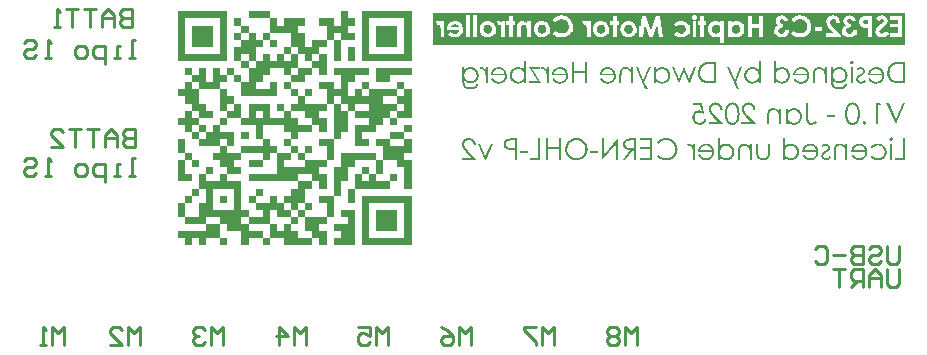
<source format=gbo>
G04*
G04 #@! TF.GenerationSoftware,Altium Limited,Altium Designer,25.5.2 (35)*
G04*
G04 Layer_Color=32896*
%FSLAX44Y44*%
%MOMM*%
G71*
G04*
G04 #@! TF.SameCoordinates,E2347265-D20F-491F-8A9E-089D316F0C9A*
G04*
G04*
G04 #@! TF.FilePolarity,Positive*
G04*
G01*
G75*
%ADD88C,0.2540*%
G36*
X328000Y335000D02*
X334000D01*
Y329000D01*
X328000D01*
Y323000D01*
X334000D01*
Y317000D01*
X322000D01*
Y323000D01*
X316000D01*
Y317000D01*
X322000D01*
Y299000D01*
X316000D01*
Y317000D01*
X310000D01*
Y329000D01*
X304000D01*
Y335000D01*
X316000D01*
Y329000D01*
X322000D01*
Y341000D01*
X328000D01*
Y335000D01*
D02*
G37*
G36*
X238000Y329000D02*
X244000D01*
Y323000D01*
X250000D01*
Y317000D01*
X256000D01*
Y311000D01*
X250000D01*
Y299000D01*
X256000D01*
Y305000D01*
X262000D01*
Y299000D01*
X268000D01*
Y305000D01*
X274000D01*
Y299000D01*
X280000D01*
Y305000D01*
X274000D01*
Y311000D01*
X280000D01*
Y305000D01*
X286000D01*
Y293000D01*
X298000D01*
Y287000D01*
X292000D01*
Y281000D01*
X280000D01*
Y287000D01*
X274000D01*
Y293000D01*
X262000D01*
Y287000D01*
X256000D01*
Y281000D01*
X250000D01*
Y275000D01*
X262000D01*
Y281000D01*
X268000D01*
Y269000D01*
X238000D01*
Y281000D01*
X232000D01*
Y287000D01*
X226000D01*
Y293000D01*
X232000D01*
Y287000D01*
X238000D01*
Y281000D01*
X244000D01*
Y293000D01*
X238000D01*
Y299000D01*
X232000D01*
Y311000D01*
X238000D01*
Y317000D01*
X232000D01*
Y323000D01*
X238000D01*
Y317000D01*
X244000D01*
Y323000D01*
X238000D01*
Y329000D01*
X232000D01*
Y335000D01*
X238000D01*
Y329000D01*
D02*
G37*
G36*
X262000Y317000D02*
X268000D01*
Y311000D01*
X262000D01*
Y317000D01*
X256000D01*
Y323000D01*
X262000D01*
Y317000D01*
D02*
G37*
G36*
X382000Y299000D02*
X340000D01*
Y341000D01*
X382000D01*
Y299000D01*
D02*
G37*
G36*
X334000D02*
X328000D01*
Y311000D01*
X334000D01*
Y299000D01*
D02*
G37*
G36*
X226000D02*
X184000D01*
Y341000D01*
X226000D01*
Y299000D01*
D02*
G37*
G36*
X262000Y335000D02*
X268000D01*
Y329000D01*
X274000D01*
Y335000D01*
X292000D01*
Y329000D01*
X286000D01*
Y323000D01*
X292000D01*
Y311000D01*
X298000D01*
Y317000D01*
X310000D01*
Y311000D01*
X304000D01*
Y305000D01*
X310000D01*
Y287000D01*
X304000D01*
Y293000D01*
X298000D01*
Y299000D01*
X292000D01*
Y305000D01*
X286000D01*
Y311000D01*
X280000D01*
Y323000D01*
X262000D01*
Y335000D01*
X244000D01*
Y341000D01*
X262000D01*
Y335000D01*
D02*
G37*
G36*
X382000Y287000D02*
X364000D01*
Y281000D01*
X352000D01*
Y293000D01*
X382000D01*
Y287000D01*
D02*
G37*
G36*
X220000D02*
X226000D01*
Y281000D01*
X220000D01*
Y275000D01*
X226000D01*
Y269000D01*
X232000D01*
Y263000D01*
X238000D01*
Y251000D01*
X244000D01*
Y263000D01*
X262000D01*
Y251000D01*
X274000D01*
Y257000D01*
X268000D01*
Y263000D01*
X274000D01*
Y257000D01*
X280000D01*
Y251000D01*
X286000D01*
Y245000D01*
X298000D01*
Y239000D01*
X286000D01*
Y233000D01*
X280000D01*
Y239000D01*
X274000D01*
Y245000D01*
X256000D01*
Y233000D01*
X262000D01*
Y227000D01*
X268000D01*
Y221000D01*
X280000D01*
Y215000D01*
X274000D01*
Y209000D01*
X292000D01*
Y215000D01*
X286000D01*
Y221000D01*
X280000D01*
Y227000D01*
X274000D01*
Y233000D01*
X280000D01*
Y227000D01*
X286000D01*
Y221000D01*
X292000D01*
Y215000D01*
X310000D01*
Y209000D01*
X304000D01*
Y203000D01*
X310000D01*
Y191000D01*
X304000D01*
Y197000D01*
X298000D01*
Y203000D01*
X286000D01*
Y197000D01*
X298000D01*
Y191000D01*
X292000D01*
Y179000D01*
X298000D01*
Y173000D01*
X292000D01*
Y179000D01*
X286000D01*
Y173000D01*
X292000D01*
Y167000D01*
X310000D01*
Y161000D01*
X304000D01*
Y155000D01*
X310000D01*
Y143000D01*
X304000D01*
Y149000D01*
X298000D01*
Y155000D01*
X292000D01*
Y167000D01*
X286000D01*
Y173000D01*
X280000D01*
Y179000D01*
X274000D01*
Y185000D01*
X280000D01*
Y191000D01*
X286000D01*
Y197000D01*
X244000D01*
Y203000D01*
X268000D01*
Y221000D01*
X262000D01*
Y215000D01*
X256000D01*
Y221000D01*
X238000D01*
Y227000D01*
X256000D01*
Y233000D01*
X250000D01*
Y245000D01*
X238000D01*
Y251000D01*
X226000D01*
Y257000D01*
X220000D01*
Y275000D01*
X202000D01*
Y281000D01*
X196000D01*
Y287000D01*
X190000D01*
Y293000D01*
X196000D01*
Y287000D01*
X202000D01*
Y293000D01*
X208000D01*
Y281000D01*
X214000D01*
Y293000D01*
X220000D01*
Y287000D01*
D02*
G37*
G36*
X346000D02*
X334000D01*
Y281000D01*
X328000D01*
Y269000D01*
X334000D01*
Y275000D01*
X340000D01*
Y269000D01*
X346000D01*
Y275000D01*
X340000D01*
Y281000D01*
X346000D01*
Y275000D01*
X370000D01*
Y269000D01*
X376000D01*
Y275000D01*
X370000D01*
Y281000D01*
X376000D01*
Y275000D01*
X382000D01*
Y251000D01*
X370000D01*
Y257000D01*
X364000D01*
Y251000D01*
X370000D01*
Y245000D01*
X364000D01*
Y251000D01*
X358000D01*
Y245000D01*
X352000D01*
Y239000D01*
X340000D01*
Y233000D01*
X346000D01*
Y227000D01*
X334000D01*
Y245000D01*
X346000D01*
Y251000D01*
X334000D01*
Y257000D01*
X328000D01*
Y263000D01*
X322000D01*
Y269000D01*
X316000D01*
Y263000D01*
X322000D01*
Y257000D01*
X328000D01*
Y239000D01*
X322000D01*
Y233000D01*
X316000D01*
Y263000D01*
X310000D01*
Y275000D01*
X304000D01*
Y281000D01*
X316000D01*
Y275000D01*
X322000D01*
Y287000D01*
X316000D01*
Y293000D01*
X346000D01*
Y287000D01*
D02*
G37*
G36*
X298000Y269000D02*
X292000D01*
Y275000D01*
X298000D01*
Y269000D01*
D02*
G37*
G36*
X196000Y275000D02*
X202000D01*
Y263000D01*
X208000D01*
Y257000D01*
X214000D01*
Y251000D01*
X202000D01*
Y257000D01*
X196000D01*
Y263000D01*
X190000D01*
Y269000D01*
X184000D01*
Y275000D01*
X190000D01*
Y281000D01*
X196000D01*
Y275000D01*
D02*
G37*
G36*
X226000Y245000D02*
X220000D01*
Y251000D01*
X226000D01*
Y245000D01*
D02*
G37*
G36*
X382000Y239000D02*
X376000D01*
Y245000D01*
X382000D01*
Y239000D01*
D02*
G37*
G36*
X280000Y275000D02*
X286000D01*
Y269000D01*
X292000D01*
Y263000D01*
X310000D01*
Y257000D01*
X304000D01*
Y251000D01*
X310000D01*
Y239000D01*
X304000D01*
Y245000D01*
X298000D01*
Y251000D01*
X292000D01*
Y257000D01*
X280000D01*
Y263000D01*
X286000D01*
Y269000D01*
X280000D01*
Y275000D01*
X274000D01*
Y281000D01*
X280000D01*
Y275000D01*
D02*
G37*
G36*
X244000Y233000D02*
X238000D01*
Y239000D01*
X244000D01*
Y233000D01*
D02*
G37*
G36*
X376000D02*
X382000D01*
Y221000D01*
X376000D01*
Y215000D01*
X382000D01*
Y191000D01*
X376000D01*
Y209000D01*
X370000D01*
Y215000D01*
X358000D01*
Y227000D01*
X352000D01*
Y233000D01*
X364000D01*
Y227000D01*
X376000D01*
Y233000D01*
X364000D01*
Y239000D01*
X376000D01*
Y233000D01*
D02*
G37*
G36*
X196000Y251000D02*
X202000D01*
Y245000D01*
X208000D01*
Y239000D01*
X214000D01*
Y245000D01*
X220000D01*
Y239000D01*
X232000D01*
Y227000D01*
X226000D01*
Y233000D01*
X220000D01*
Y227000D01*
X226000D01*
Y221000D01*
X238000D01*
Y215000D01*
X232000D01*
Y209000D01*
X238000D01*
Y203000D01*
X226000D01*
Y209000D01*
X220000D01*
Y215000D01*
X214000D01*
Y221000D01*
X220000D01*
Y227000D01*
X202000D01*
Y233000D01*
X196000D01*
Y239000D01*
X190000D01*
Y245000D01*
X184000D01*
Y251000D01*
X190000D01*
Y257000D01*
X196000D01*
Y251000D01*
D02*
G37*
G36*
X298000Y221000D02*
X292000D01*
Y227000D01*
X298000D01*
Y221000D01*
D02*
G37*
G36*
X316000Y215000D02*
X310000D01*
Y227000D01*
X304000D01*
Y233000D01*
X316000D01*
Y215000D01*
D02*
G37*
G36*
X256000Y209000D02*
X244000D01*
Y215000D01*
X256000D01*
Y209000D01*
D02*
G37*
G36*
X190000Y221000D02*
X196000D01*
Y215000D01*
X202000D01*
Y209000D01*
X196000D01*
Y215000D01*
X190000D01*
Y221000D01*
X184000D01*
Y233000D01*
X190000D01*
Y221000D01*
D02*
G37*
G36*
X352000Y215000D02*
X358000D01*
Y203000D01*
X352000D01*
Y215000D01*
X334000D01*
Y209000D01*
X328000D01*
Y197000D01*
X322000D01*
Y185000D01*
X316000D01*
Y209000D01*
X322000D01*
Y221000D01*
X352000D01*
Y215000D01*
D02*
G37*
G36*
X214000Y203000D02*
X208000D01*
Y209000D01*
X214000D01*
Y203000D01*
D02*
G37*
G36*
X370000Y197000D02*
X364000D01*
Y203000D01*
X370000D01*
Y197000D01*
D02*
G37*
G36*
X346000Y203000D02*
X352000D01*
Y197000D01*
X364000D01*
Y191000D01*
X334000D01*
Y203000D01*
X340000D01*
Y197000D01*
X346000D01*
Y203000D01*
X340000D01*
Y209000D01*
X346000D01*
Y203000D01*
D02*
G37*
G36*
X226000Y197000D02*
X238000D01*
Y173000D01*
X244000D01*
Y167000D01*
X256000D01*
Y173000D01*
X250000D01*
Y179000D01*
X244000D01*
Y185000D01*
X250000D01*
Y179000D01*
X262000D01*
Y185000D01*
X268000D01*
Y179000D01*
X274000D01*
Y173000D01*
X280000D01*
Y167000D01*
X286000D01*
Y161000D01*
X280000D01*
Y167000D01*
X268000D01*
Y173000D01*
X262000D01*
Y161000D01*
X268000D01*
Y155000D01*
X274000D01*
Y161000D01*
X280000D01*
Y155000D01*
X286000D01*
Y149000D01*
X298000D01*
Y143000D01*
X274000D01*
Y149000D01*
X262000D01*
Y161000D01*
X244000D01*
Y167000D01*
X238000D01*
Y161000D01*
X244000D01*
Y155000D01*
X256000D01*
Y149000D01*
X262000D01*
Y143000D01*
X256000D01*
Y149000D01*
X244000D01*
Y143000D01*
X238000D01*
Y155000D01*
X226000D01*
Y161000D01*
X220000D01*
Y167000D01*
X208000D01*
Y161000D01*
X220000D01*
Y149000D01*
X226000D01*
Y143000D01*
X220000D01*
Y149000D01*
X208000D01*
Y143000D01*
X202000D01*
Y149000D01*
X196000D01*
Y143000D01*
X190000D01*
Y149000D01*
X184000D01*
Y155000D01*
X208000D01*
Y161000D01*
X190000D01*
Y167000D01*
X184000D01*
Y179000D01*
X190000D01*
Y167000D01*
X202000D01*
Y179000D01*
X208000D01*
Y191000D01*
X202000D01*
Y203000D01*
X208000D01*
Y197000D01*
X220000D01*
Y203000D01*
X226000D01*
Y197000D01*
D02*
G37*
G36*
X190000Y203000D02*
X196000D01*
Y197000D01*
X184000D01*
Y215000D01*
X190000D01*
Y203000D01*
D02*
G37*
G36*
X256000Y185000D02*
X250000D01*
Y191000D01*
X256000D01*
Y185000D01*
D02*
G37*
G36*
X202000D02*
X196000D01*
Y191000D01*
X202000D01*
Y185000D01*
D02*
G37*
G36*
X334000Y179000D02*
X328000D01*
Y191000D01*
X334000D01*
Y179000D01*
D02*
G37*
G36*
X196000D02*
X190000D01*
Y185000D01*
X196000D01*
Y179000D01*
D02*
G37*
G36*
X316000Y167000D02*
X310000D01*
Y179000D01*
X304000D01*
Y185000D01*
X316000D01*
Y167000D01*
D02*
G37*
G36*
X382000Y143000D02*
X340000D01*
Y185000D01*
X382000D01*
Y143000D01*
D02*
G37*
G36*
X334000D02*
X316000D01*
Y149000D01*
X322000D01*
Y155000D01*
X316000D01*
Y161000D01*
X328000D01*
Y167000D01*
X322000D01*
Y173000D01*
X334000D01*
Y143000D01*
D02*
G37*
G36*
X755075Y299103D02*
X755280Y299073D01*
X755573Y298927D01*
X755690Y298839D01*
X755778Y298751D01*
X755836Y298722D01*
X755866Y298692D01*
X756012Y298546D01*
X756100Y298370D01*
X756217Y298048D01*
X756246Y297902D01*
X756276Y297785D01*
Y297726D01*
Y297697D01*
X756246Y297492D01*
X756217Y297287D01*
X756071Y296994D01*
X755983Y296877D01*
X755924Y296789D01*
X755895Y296730D01*
X755866Y296701D01*
X755690Y296555D01*
X755544Y296467D01*
X755221Y296350D01*
X755075Y296320D01*
X754958Y296291D01*
X754870D01*
X754665Y296320D01*
X754460Y296350D01*
X754138Y296496D01*
X754021Y296584D01*
X753933Y296642D01*
X753904Y296672D01*
X753874Y296701D01*
X753728Y296877D01*
X753611Y297023D01*
X753552Y297199D01*
X753493Y297345D01*
X753464Y297492D01*
X753435Y297609D01*
Y297668D01*
Y297697D01*
X753464Y297902D01*
X753493Y298107D01*
X753640Y298429D01*
X753728Y298546D01*
X753816Y298634D01*
X753845Y298663D01*
X753874Y298692D01*
X754021Y298839D01*
X754196Y298956D01*
X754372Y299015D01*
X754519Y299073D01*
X754665Y299103D01*
X754782Y299132D01*
X754870D01*
X755075Y299103D01*
D02*
G37*
G36*
X677525Y280242D02*
X675797D01*
Y282673D01*
X675416Y282175D01*
X675006Y281765D01*
X674626Y281414D01*
X674274Y281121D01*
X673952Y280886D01*
X673718Y280740D01*
X673542Y280623D01*
X673484Y280594D01*
X672956Y280359D01*
X672459Y280184D01*
X671961Y280067D01*
X671492Y279979D01*
X671111Y279920D01*
X670789Y279891D01*
X670526D01*
X669999Y279920D01*
X669501Y279979D01*
X669032Y280067D01*
X668564Y280213D01*
X668124Y280359D01*
X667744Y280535D01*
X667363Y280740D01*
X667041Y280916D01*
X666719Y281121D01*
X666455Y281297D01*
X666221Y281472D01*
X666016Y281619D01*
X665869Y281765D01*
X665752Y281853D01*
X665694Y281912D01*
X665664Y281941D01*
X665313Y282321D01*
X664991Y282731D01*
X664727Y283171D01*
X664464Y283581D01*
X664288Y283991D01*
X664112Y284401D01*
X663966Y284811D01*
X663878Y285192D01*
X663790Y285543D01*
X663731Y285865D01*
X663673Y286158D01*
X663643Y286392D01*
X663614Y286597D01*
Y286773D01*
Y286861D01*
Y286890D01*
X663643Y287417D01*
X663702Y287945D01*
X663790Y288442D01*
X663936Y288911D01*
X664083Y289350D01*
X664258Y289760D01*
X664434Y290141D01*
X664610Y290492D01*
X664815Y290785D01*
X664991Y291078D01*
X665166Y291312D01*
X665313Y291517D01*
X665459Y291664D01*
X665547Y291781D01*
X665606Y291840D01*
X665635Y291869D01*
X666016Y292250D01*
X666426Y292542D01*
X666806Y292835D01*
X667216Y293070D01*
X667626Y293275D01*
X668036Y293450D01*
X668417Y293567D01*
X668798Y293685D01*
X669149Y293772D01*
X669471Y293831D01*
X669735Y293890D01*
X669999Y293919D01*
X670204Y293948D01*
X670467D01*
X671053Y293919D01*
X671580Y293831D01*
X672078Y293743D01*
X672517Y293626D01*
X672898Y293480D01*
X673161Y293392D01*
X673337Y293304D01*
X673366Y293275D01*
X673396D01*
X673894Y293011D01*
X674333Y292689D01*
X674743Y292367D01*
X675094Y292045D01*
X675387Y291752D01*
X675621Y291517D01*
X675739Y291342D01*
X675797Y291312D01*
Y298780D01*
X677525D01*
Y280242D01*
D02*
G37*
G36*
X479140Y280242D02*
X477412D01*
Y282673D01*
X477032Y282175D01*
X476622Y281765D01*
X476241Y281414D01*
X475890Y281121D01*
X475568Y280886D01*
X475333Y280740D01*
X475158Y280623D01*
X475099Y280594D01*
X474572Y280359D01*
X474074Y280184D01*
X473576Y280067D01*
X473107Y279979D01*
X472727Y279920D01*
X472405Y279891D01*
X472141D01*
X471614Y279920D01*
X471116Y279979D01*
X470647Y280067D01*
X470179Y280213D01*
X469739Y280359D01*
X469359Y280535D01*
X468978Y280740D01*
X468656Y280916D01*
X468334Y281121D01*
X468070Y281297D01*
X467836Y281472D01*
X467631Y281619D01*
X467485Y281765D01*
X467367Y281853D01*
X467309Y281912D01*
X467280Y281941D01*
X466928Y282321D01*
X466606Y282731D01*
X466342Y283171D01*
X466079Y283581D01*
X465903Y283991D01*
X465727Y284401D01*
X465581Y284811D01*
X465493Y285192D01*
X465405Y285543D01*
X465347Y285865D01*
X465288Y286158D01*
X465259Y286392D01*
X465229Y286597D01*
Y286773D01*
Y286861D01*
Y286890D01*
X465259Y287417D01*
X465317Y287945D01*
X465405Y288442D01*
X465552Y288911D01*
X465698Y289350D01*
X465874Y289760D01*
X466049Y290141D01*
X466225Y290492D01*
X466430Y290785D01*
X466606Y291078D01*
X466782Y291312D01*
X466928Y291517D01*
X467075Y291664D01*
X467162Y291781D01*
X467221Y291840D01*
X467250Y291869D01*
X467631Y292250D01*
X468041Y292542D01*
X468422Y292835D01*
X468832Y293069D01*
X469242Y293274D01*
X469652Y293450D01*
X470032Y293567D01*
X470413Y293685D01*
X470765Y293772D01*
X471087Y293831D01*
X471350Y293890D01*
X471614Y293919D01*
X471819Y293948D01*
X472082D01*
X472668Y293919D01*
X473195Y293831D01*
X473693Y293743D01*
X474132Y293626D01*
X474513Y293480D01*
X474777Y293392D01*
X474953Y293304D01*
X474982Y293274D01*
X475011D01*
X475509Y293011D01*
X475948Y292689D01*
X476358Y292367D01*
X476710Y292045D01*
X477002Y291752D01*
X477237Y291517D01*
X477354Y291342D01*
X477412Y291312D01*
Y298780D01*
X479140D01*
Y280242D01*
D02*
G37*
G36*
X744883Y293919D02*
X745528Y293802D01*
X746113Y293655D01*
X746611Y293480D01*
X747051Y293304D01*
X747226Y293216D01*
X747373Y293158D01*
X747490Y293099D01*
X747578Y293040D01*
X747636Y293011D01*
X747666D01*
X748222Y292630D01*
X748749Y292220D01*
X749159Y291781D01*
X749540Y291400D01*
X749803Y291020D01*
X750008Y290727D01*
X750096Y290610D01*
X750155Y290522D01*
X750184Y290492D01*
Y290463D01*
X750477Y289848D01*
X750711Y289233D01*
X750858Y288677D01*
X750975Y288120D01*
X751033Y287681D01*
X751063Y287476D01*
Y287330D01*
X751092Y287183D01*
Y287095D01*
Y287037D01*
Y287007D01*
X751063Y286334D01*
X750946Y285690D01*
X750799Y285133D01*
X750653Y284606D01*
X750477Y284196D01*
X750360Y283874D01*
X750301Y283757D01*
X750243Y283669D01*
X750213Y283639D01*
Y283610D01*
X749862Y283054D01*
X749452Y282585D01*
X749042Y282146D01*
X748632Y281794D01*
X748281Y281531D01*
X747988Y281326D01*
X747871Y281238D01*
X747783Y281179D01*
X747753Y281150D01*
X747724D01*
X747109Y280857D01*
X746494Y280623D01*
X745908Y280476D01*
X745381Y280359D01*
X744942Y280301D01*
X744737Y280271D01*
X744591D01*
X744444Y280242D01*
X744268D01*
X743683Y280271D01*
X743126Y280330D01*
X742628Y280447D01*
X742189Y280564D01*
X741838Y280681D01*
X741545Y280799D01*
X741369Y280857D01*
X741340Y280886D01*
X741311D01*
X740813Y281150D01*
X740344Y281443D01*
X739934Y281765D01*
X739583Y282058D01*
X739290Y282351D01*
X739085Y282556D01*
X738968Y282702D01*
X738909Y282761D01*
Y282087D01*
X738938Y281326D01*
X738997Y280652D01*
X739085Y280125D01*
X739173Y279657D01*
X739260Y279334D01*
X739348Y279100D01*
X739407Y278954D01*
X739436Y278895D01*
X739670Y278544D01*
X739934Y278221D01*
X740227Y277929D01*
X740490Y277694D01*
X740754Y277519D01*
X740959Y277372D01*
X741105Y277284D01*
X741164Y277255D01*
X741633Y277021D01*
X742131Y276874D01*
X742628Y276757D01*
X743097Y276669D01*
X743507Y276611D01*
X743829Y276581D01*
X744122D01*
X744766Y276611D01*
X745352Y276669D01*
X745850Y276786D01*
X746289Y276904D01*
X746640Y277021D01*
X746904Y277138D01*
X747051Y277197D01*
X747109Y277226D01*
X747548Y277489D01*
X747929Y277812D01*
X748251Y278134D01*
X748515Y278456D01*
X748749Y278749D01*
X748896Y278983D01*
X749013Y279129D01*
X749042Y279188D01*
X750916D01*
X750653Y278631D01*
X750389Y278163D01*
X750126Y277753D01*
X749862Y277431D01*
X749657Y277167D01*
X749511Y276962D01*
X749393Y276845D01*
X749364Y276816D01*
X749013Y276523D01*
X748632Y276259D01*
X748281Y276025D01*
X747929Y275849D01*
X747607Y275703D01*
X747373Y275586D01*
X747197Y275527D01*
X747138Y275498D01*
X746611Y275322D01*
X746084Y275205D01*
X745557Y275117D01*
X745059Y275059D01*
X744649Y275029D01*
X744327Y275000D01*
X744034D01*
X743185Y275029D01*
X742423Y275146D01*
X741721Y275322D01*
X741135Y275498D01*
X740900Y275586D01*
X740666Y275674D01*
X740490Y275762D01*
X740315Y275849D01*
X740198Y275908D01*
X740110Y275966D01*
X740051Y275996D01*
X740022D01*
X739436Y276406D01*
X738938Y276874D01*
X738558Y277343D01*
X738235Y277782D01*
X737972Y278192D01*
X737796Y278544D01*
X737738Y278661D01*
X737708Y278749D01*
X737679Y278807D01*
Y278836D01*
X737591Y279100D01*
X737503Y279393D01*
X737386Y280037D01*
X737298Y280711D01*
X737240Y281384D01*
X737210Y281999D01*
X737181Y282263D01*
Y282468D01*
Y282673D01*
Y282819D01*
Y282907D01*
Y282937D01*
Y293597D01*
X738909D01*
Y291254D01*
X739378Y291752D01*
X739817Y292191D01*
X740256Y292542D01*
X740637Y292806D01*
X740959Y293040D01*
X741193Y293187D01*
X741369Y293275D01*
X741398Y293304D01*
X741428D01*
X741926Y293509D01*
X742394Y293685D01*
X742863Y293802D01*
X743302Y293860D01*
X743683Y293919D01*
X743946Y293948D01*
X744210D01*
X744883Y293919D01*
D02*
G37*
G36*
X432634Y293919D02*
X433278Y293802D01*
X433864Y293655D01*
X434362Y293479D01*
X434801Y293304D01*
X434977Y293216D01*
X435123Y293157D01*
X435240Y293099D01*
X435328Y293040D01*
X435387Y293011D01*
X435416D01*
X435973Y292630D01*
X436500Y292220D01*
X436910Y291781D01*
X437290Y291400D01*
X437554Y291019D01*
X437759Y290727D01*
X437847Y290609D01*
X437905Y290522D01*
X437935Y290492D01*
Y290463D01*
X438228Y289848D01*
X438462Y289233D01*
X438608Y288677D01*
X438725Y288120D01*
X438784Y287681D01*
X438813Y287476D01*
Y287329D01*
X438843Y287183D01*
Y287095D01*
Y287037D01*
Y287007D01*
X438813Y286334D01*
X438696Y285689D01*
X438550Y285133D01*
X438403Y284606D01*
X438228Y284196D01*
X438110Y283874D01*
X438052Y283757D01*
X437993Y283669D01*
X437964Y283639D01*
Y283610D01*
X437613Y283054D01*
X437203Y282585D01*
X436792Y282146D01*
X436382Y281794D01*
X436031Y281531D01*
X435738Y281326D01*
X435621Y281238D01*
X435533Y281179D01*
X435504Y281150D01*
X435475D01*
X434860Y280857D01*
X434245Y280623D01*
X433659Y280476D01*
X433132Y280359D01*
X432692Y280301D01*
X432487Y280271D01*
X432341D01*
X432195Y280242D01*
X432019D01*
X431433Y280271D01*
X430877Y280330D01*
X430379Y280447D01*
X429940Y280564D01*
X429588Y280681D01*
X429295Y280799D01*
X429120Y280857D01*
X429090Y280886D01*
X429061D01*
X428563Y281150D01*
X428094Y281443D01*
X427685Y281765D01*
X427333Y282058D01*
X427040Y282351D01*
X426835Y282556D01*
X426718Y282702D01*
X426660Y282761D01*
Y282087D01*
X426689Y281326D01*
X426747Y280652D01*
X426835Y280125D01*
X426923Y279656D01*
X427011Y279334D01*
X427099Y279100D01*
X427157Y278954D01*
X427187Y278895D01*
X427421Y278544D01*
X427685Y278221D01*
X427977Y277929D01*
X428241Y277694D01*
X428505Y277519D01*
X428710Y277372D01*
X428856Y277284D01*
X428915Y277255D01*
X429383Y277021D01*
X429881Y276874D01*
X430379Y276757D01*
X430847Y276669D01*
X431258Y276611D01*
X431580Y276581D01*
X431872D01*
X432517Y276611D01*
X433102Y276669D01*
X433600Y276786D01*
X434040Y276903D01*
X434391Y277021D01*
X434655Y277138D01*
X434801Y277196D01*
X434860Y277226D01*
X435299Y277489D01*
X435680Y277811D01*
X436002Y278134D01*
X436265Y278456D01*
X436500Y278749D01*
X436646Y278983D01*
X436763Y279129D01*
X436792Y279188D01*
X438667Y279188D01*
X438403Y278631D01*
X438140Y278163D01*
X437876Y277753D01*
X437613Y277431D01*
X437408Y277167D01*
X437261Y276962D01*
X437144Y276845D01*
X437115Y276816D01*
X436763Y276523D01*
X436382Y276259D01*
X436031Y276025D01*
X435680Y275849D01*
X435358Y275703D01*
X435123Y275586D01*
X434948Y275527D01*
X434889Y275498D01*
X434362Y275322D01*
X433835Y275205D01*
X433307Y275117D01*
X432810Y275058D01*
X432400Y275029D01*
X432077Y275000D01*
X431785D01*
X430935Y275029D01*
X430174Y275146D01*
X429471Y275322D01*
X428885Y275498D01*
X428651Y275586D01*
X428417Y275674D01*
X428241Y275761D01*
X428065Y275849D01*
X427948Y275908D01*
X427860Y275966D01*
X427802Y275996D01*
X427772D01*
X427187Y276406D01*
X426689Y276874D01*
X426308Y277343D01*
X425986Y277782D01*
X425722Y278192D01*
X425547Y278544D01*
X425488Y278661D01*
X425459Y278749D01*
X425429Y278807D01*
Y278836D01*
X425342Y279100D01*
X425254Y279393D01*
X425137Y280037D01*
X425049Y280711D01*
X424990Y281384D01*
X424961Y281999D01*
X424932Y282263D01*
Y282468D01*
Y282673D01*
Y282819D01*
Y282907D01*
Y282936D01*
Y293597D01*
X426660D01*
Y291254D01*
X427128Y291752D01*
X427567Y292191D01*
X428007Y292542D01*
X428387Y292806D01*
X428710Y293040D01*
X428944Y293187D01*
X429120Y293274D01*
X429149Y293304D01*
X429178D01*
X429676Y293509D01*
X430145Y293685D01*
X430613Y293802D01*
X431053Y293860D01*
X431433Y293919D01*
X431697Y293948D01*
X431960D01*
X432634Y293919D01*
D02*
G37*
G36*
X594645Y293919D02*
X595143Y293860D01*
X595612Y293743D01*
X596080Y293626D01*
X596490Y293480D01*
X596900Y293304D01*
X597281Y293099D01*
X597603Y292923D01*
X597925Y292718D01*
X598189Y292513D01*
X598423Y292337D01*
X598628Y292191D01*
X598774Y292074D01*
X598892Y291957D01*
X598950Y291898D01*
X598979Y291869D01*
X599331Y291488D01*
X599624Y291078D01*
X599887Y290668D01*
X600122Y290229D01*
X600327Y289819D01*
X600473Y289409D01*
X600707Y288647D01*
X600795Y288296D01*
X600854Y287974D01*
X600912Y287681D01*
X600942Y287417D01*
X600971Y287242D01*
Y287066D01*
Y286978D01*
Y286949D01*
X600942Y286392D01*
X600883Y285894D01*
X600795Y285397D01*
X600649Y284928D01*
X600502Y284489D01*
X600327Y284079D01*
X600151Y283698D01*
X599975Y283347D01*
X599799Y283024D01*
X599594Y282761D01*
X599448Y282497D01*
X599302Y282321D01*
X599155Y282146D01*
X599067Y282029D01*
X599009Y281970D01*
X598979Y281941D01*
X598599Y281589D01*
X598189Y281267D01*
X597779Y281004D01*
X597369Y280769D01*
X596988Y280564D01*
X596578Y280389D01*
X596197Y280242D01*
X595817Y280154D01*
X595465Y280067D01*
X595143Y280008D01*
X594879Y279949D01*
X594616Y279920D01*
X594411Y279891D01*
X594147D01*
X593562Y279920D01*
X593034Y279979D01*
X592537Y280096D01*
X592097Y280213D01*
X591716Y280330D01*
X591453Y280447D01*
X591277Y280506D01*
X591219Y280535D01*
X590721Y280828D01*
X590281Y281121D01*
X589842Y281472D01*
X589491Y281794D01*
X589198Y282087D01*
X588964Y282321D01*
X588847Y282468D01*
X588788Y282526D01*
Y280242D01*
X587060D01*
Y293597D01*
X588788D01*
Y291137D01*
X589169Y291635D01*
X589579Y292045D01*
X589989Y292396D01*
X590369Y292689D01*
X590691Y292923D01*
X590926Y293099D01*
X591101Y293187D01*
X591131Y293216D01*
X591160D01*
X591658Y293450D01*
X592185Y293626D01*
X592683Y293772D01*
X593122Y293860D01*
X593532Y293919D01*
X593854Y293948D01*
X594118D01*
X594645Y293919D01*
D02*
G37*
G36*
X530801Y280242D02*
X528985D01*
Y288969D01*
X519760D01*
Y280242D01*
X517945D01*
Y298312D01*
X519760D01*
Y290727D01*
X528985D01*
Y298312D01*
X530801D01*
Y280242D01*
D02*
G37*
G36*
X617401Y280242D02*
X617049D01*
X612803Y289790D01*
X608527Y280242D01*
X608205D01*
X602494Y293597D01*
X604280D01*
X608380Y283903D01*
X612686Y293597D01*
X612978D01*
X617225Y283903D01*
X621325Y293597D01*
X623082D01*
X617401Y280242D01*
D02*
G37*
G36*
X656410Y281326D02*
X659045Y275351D01*
X657200D01*
X649205Y293597D01*
X651050D01*
X655531Y283347D01*
X660129Y293597D01*
X661916D01*
X656410Y281326D01*
D02*
G37*
G36*
X579123Y281326D02*
X581759Y275351D01*
X579914D01*
X571919Y293597D01*
X573764D01*
X578245Y283347D01*
X582843Y293597D01*
X584629D01*
X579123Y281326D01*
D02*
G37*
G36*
X775985Y293919D02*
X776542Y293831D01*
X777098Y293714D01*
X777596Y293538D01*
X778065Y293363D01*
X778504Y293158D01*
X778914Y292923D01*
X779265Y292689D01*
X779587Y292425D01*
X779851Y292220D01*
X780115Y291986D01*
X780320Y291810D01*
X780466Y291635D01*
X780583Y291517D01*
X780642Y291430D01*
X780671Y291400D01*
X780935Y291020D01*
X781169Y290639D01*
X781403Y290229D01*
X781579Y289848D01*
X781843Y289087D01*
X782018Y288384D01*
X782106Y288062D01*
X782135Y287769D01*
X782165Y287505D01*
X782194Y287300D01*
X782223Y287125D01*
Y286978D01*
Y286890D01*
Y286861D01*
X782194Y286363D01*
X782135Y285895D01*
X782048Y285426D01*
X781930Y284957D01*
X781638Y284137D01*
X781462Y283786D01*
X781286Y283434D01*
X781140Y283112D01*
X780964Y282849D01*
X780817Y282614D01*
X780671Y282409D01*
X780554Y282234D01*
X780466Y282117D01*
X780407Y282058D01*
X780378Y282029D01*
X780027Y281648D01*
X779617Y281326D01*
X779207Y281033D01*
X778797Y280799D01*
X778357Y280594D01*
X777947Y280418D01*
X777538Y280271D01*
X777128Y280154D01*
X776747Y280067D01*
X776395Y280008D01*
X776073Y279949D01*
X775780Y279920D01*
X775575D01*
X775400Y279891D01*
X775253D01*
X774726Y279920D01*
X774228Y279949D01*
X773789Y280037D01*
X773379Y280125D01*
X773057Y280184D01*
X772822Y280271D01*
X772676Y280301D01*
X772617Y280330D01*
X772178Y280506D01*
X771797Y280711D01*
X771446Y280945D01*
X771124Y281150D01*
X770860Y281326D01*
X770685Y281472D01*
X770538Y281589D01*
X770509Y281619D01*
X770157Y281970D01*
X769865Y282351D01*
X769572Y282732D01*
X769308Y283083D01*
X769132Y283405D01*
X768957Y283639D01*
X768869Y283815D01*
X768839Y283844D01*
Y283874D01*
X770304Y284664D01*
X770597Y284196D01*
X770860Y283815D01*
X771124Y283493D01*
X771329Y283229D01*
X771505Y283024D01*
X771651Y282878D01*
X771739Y282790D01*
X771768Y282761D01*
X772032Y282556D01*
X772325Y282380D01*
X772588Y282204D01*
X772852Y282087D01*
X773086Y281970D01*
X773262Y281882D01*
X773379Y281853D01*
X773437Y281824D01*
X773789Y281707D01*
X774170Y281619D01*
X774492Y281560D01*
X774785Y281531D01*
X775048Y281502D01*
X775253Y281472D01*
X775429D01*
X775810Y281502D01*
X776190Y281531D01*
X776864Y281707D01*
X777479Y281941D01*
X778006Y282204D01*
X778416Y282468D01*
X778592Y282585D01*
X778738Y282702D01*
X778855Y282790D01*
X778943Y282878D01*
X778972Y282907D01*
X779002Y282937D01*
X779265Y283229D01*
X779470Y283522D01*
X779822Y284167D01*
X780085Y284811D01*
X780261Y285426D01*
X780378Y285953D01*
X780407Y286187D01*
X780437Y286392D01*
X780466Y286539D01*
Y286656D01*
Y286744D01*
Y286773D01*
X768400D01*
X768429Y287271D01*
X768459Y287740D01*
X768634Y288647D01*
X768898Y289409D01*
X769015Y289760D01*
X769162Y290082D01*
X769308Y290375D01*
X769425Y290610D01*
X769542Y290844D01*
X769660Y291020D01*
X769747Y291166D01*
X769835Y291254D01*
X769865Y291312D01*
X769894Y291342D01*
X770304Y291810D01*
X770714Y292191D01*
X771153Y292542D01*
X771622Y292835D01*
X772061Y293099D01*
X772530Y293304D01*
X772969Y293480D01*
X773408Y293626D01*
X773818Y293743D01*
X774170Y293802D01*
X774521Y293860D01*
X774814Y293919D01*
X775048D01*
X775224Y293948D01*
X775370D01*
X775985Y293919D01*
D02*
G37*
G36*
X712581Y293919D02*
X713137Y293831D01*
X713694Y293714D01*
X714191Y293538D01*
X714660Y293362D01*
X715099Y293157D01*
X715509Y292923D01*
X715861Y292689D01*
X716183Y292425D01*
X716447Y292220D01*
X716710Y291986D01*
X716915Y291810D01*
X717061Y291635D01*
X717179Y291517D01*
X717237Y291430D01*
X717266Y291400D01*
X717530Y291019D01*
X717764Y290639D01*
X717999Y290229D01*
X718174Y289848D01*
X718438Y289087D01*
X718614Y288384D01*
X718701Y288062D01*
X718731Y287769D01*
X718760Y287505D01*
X718789Y287300D01*
X718819Y287125D01*
Y286978D01*
Y286890D01*
Y286861D01*
X718789Y286363D01*
X718731Y285894D01*
X718643Y285426D01*
X718526Y284957D01*
X718233Y284137D01*
X718057Y283786D01*
X717881Y283434D01*
X717735Y283112D01*
X717559Y282849D01*
X717413Y282614D01*
X717266Y282409D01*
X717149Y282234D01*
X717061Y282117D01*
X717003Y282058D01*
X716974Y282029D01*
X716622Y281648D01*
X716212Y281326D01*
X715802Y281033D01*
X715392Y280799D01*
X714953Y280594D01*
X714543Y280418D01*
X714133Y280271D01*
X713723Y280154D01*
X713342Y280067D01*
X712991Y280008D01*
X712669Y279949D01*
X712376Y279920D01*
X712171D01*
X711995Y279891D01*
X711849D01*
X711321Y279920D01*
X710824Y279949D01*
X710384Y280037D01*
X709974Y280125D01*
X709652Y280184D01*
X709418Y280271D01*
X709271Y280301D01*
X709213Y280330D01*
X708773Y280506D01*
X708393Y280711D01*
X708041Y280945D01*
X707719Y281150D01*
X707456Y281326D01*
X707280Y281472D01*
X707133Y281589D01*
X707104Y281619D01*
X706753Y281970D01*
X706460Y282351D01*
X706167Y282731D01*
X705903Y283083D01*
X705728Y283405D01*
X705552Y283639D01*
X705464Y283815D01*
X705435Y283844D01*
Y283874D01*
X706899Y284664D01*
X707192Y284196D01*
X707456Y283815D01*
X707719Y283493D01*
X707924Y283229D01*
X708100Y283024D01*
X708246Y282878D01*
X708334Y282790D01*
X708363Y282761D01*
X708627Y282556D01*
X708920Y282380D01*
X709184Y282204D01*
X709447Y282087D01*
X709681Y281970D01*
X709857Y281882D01*
X709974Y281853D01*
X710033Y281824D01*
X710384Y281707D01*
X710765Y281619D01*
X711087Y281560D01*
X711380Y281531D01*
X711644Y281502D01*
X711849Y281472D01*
X712024D01*
X712405Y281502D01*
X712786Y281531D01*
X713459Y281707D01*
X714074Y281941D01*
X714601Y282204D01*
X715011Y282468D01*
X715187Y282585D01*
X715334Y282702D01*
X715451Y282790D01*
X715539Y282878D01*
X715568Y282907D01*
X715597Y282936D01*
X715861Y283229D01*
X716066Y283522D01*
X716417Y284167D01*
X716681Y284811D01*
X716857Y285426D01*
X716974Y285953D01*
X717003Y286187D01*
X717032Y286392D01*
X717061Y286539D01*
Y286656D01*
Y286744D01*
Y286773D01*
X704996D01*
X705025Y287271D01*
X705054Y287740D01*
X705230Y288647D01*
X705493Y289409D01*
X705611Y289760D01*
X705757Y290082D01*
X705903Y290375D01*
X706021Y290609D01*
X706138Y290844D01*
X706255Y291019D01*
X706343Y291166D01*
X706431Y291254D01*
X706460Y291312D01*
X706489Y291342D01*
X706899Y291810D01*
X707309Y292191D01*
X707748Y292542D01*
X708217Y292835D01*
X708656Y293099D01*
X709125Y293304D01*
X709564Y293480D01*
X710004Y293626D01*
X710414Y293743D01*
X710765Y293802D01*
X711116Y293860D01*
X711409Y293919D01*
X711644D01*
X711819Y293948D01*
X711966D01*
X712581Y293919D01*
D02*
G37*
G36*
X548754Y293919D02*
X549310Y293831D01*
X549867Y293714D01*
X550364Y293538D01*
X550833Y293362D01*
X551272Y293157D01*
X551682Y292923D01*
X552034Y292689D01*
X552356Y292425D01*
X552620Y292220D01*
X552883Y291986D01*
X553088Y291810D01*
X553234Y291635D01*
X553352Y291517D01*
X553410Y291430D01*
X553439Y291400D01*
X553703Y291019D01*
X553937Y290639D01*
X554172Y290229D01*
X554347Y289848D01*
X554611Y289087D01*
X554787Y288384D01*
X554874Y288062D01*
X554904Y287769D01*
X554933Y287505D01*
X554962Y287300D01*
X554992Y287124D01*
Y286978D01*
Y286890D01*
Y286861D01*
X554962Y286363D01*
X554904Y285894D01*
X554816Y285426D01*
X554699Y284957D01*
X554406Y284137D01*
X554230Y283786D01*
X554054Y283434D01*
X553908Y283112D01*
X553732Y282849D01*
X553586Y282614D01*
X553439Y282409D01*
X553322Y282234D01*
X553234Y282117D01*
X553176Y282058D01*
X553147Y282029D01*
X552795Y281648D01*
X552385Y281326D01*
X551975Y281033D01*
X551565Y280799D01*
X551126Y280594D01*
X550716Y280418D01*
X550306Y280271D01*
X549896Y280154D01*
X549515Y280067D01*
X549164Y280008D01*
X548842Y279949D01*
X548549Y279920D01*
X548344D01*
X548168Y279891D01*
X548022D01*
X547494Y279920D01*
X546996Y279949D01*
X546557Y280037D01*
X546147Y280125D01*
X545825Y280184D01*
X545591Y280271D01*
X545444Y280301D01*
X545386Y280330D01*
X544947Y280506D01*
X544566Y280711D01*
X544214Y280945D01*
X543892Y281150D01*
X543629Y281326D01*
X543453Y281472D01*
X543307Y281589D01*
X543277Y281619D01*
X542926Y281970D01*
X542633Y282351D01*
X542340Y282731D01*
X542076Y283083D01*
X541901Y283405D01*
X541725Y283639D01*
X541637Y283815D01*
X541608Y283844D01*
Y283874D01*
X543072Y284664D01*
X543365Y284196D01*
X543629Y283815D01*
X543892Y283493D01*
X544097Y283229D01*
X544273Y283024D01*
X544419Y282878D01*
X544507Y282790D01*
X544537Y282761D01*
X544800Y282556D01*
X545093Y282380D01*
X545356Y282204D01*
X545620Y282087D01*
X545854Y281970D01*
X546030Y281882D01*
X546147Y281853D01*
X546206Y281824D01*
X546557Y281707D01*
X546938Y281619D01*
X547260Y281560D01*
X547553Y281531D01*
X547817Y281502D01*
X548022Y281472D01*
X548197D01*
X548578Y281502D01*
X548959Y281531D01*
X549632Y281707D01*
X550247Y281941D01*
X550774Y282204D01*
X551184Y282468D01*
X551360Y282585D01*
X551507Y282702D01*
X551624Y282790D01*
X551712Y282878D01*
X551741Y282907D01*
X551770Y282936D01*
X552034Y283229D01*
X552239Y283522D01*
X552590Y284167D01*
X552854Y284811D01*
X553030Y285426D01*
X553147Y285953D01*
X553176Y286187D01*
X553205Y286392D01*
X553234Y286539D01*
Y286656D01*
Y286744D01*
Y286773D01*
X541169D01*
X541198Y287271D01*
X541227Y287740D01*
X541403Y288647D01*
X541666Y289409D01*
X541784Y289760D01*
X541930Y290082D01*
X542076Y290375D01*
X542194Y290609D01*
X542311Y290844D01*
X542428Y291019D01*
X542516Y291166D01*
X542604Y291254D01*
X542633Y291312D01*
X542662Y291342D01*
X543072Y291810D01*
X543482Y292191D01*
X543922Y292542D01*
X544390Y292835D01*
X544829Y293099D01*
X545298Y293304D01*
X545737Y293480D01*
X546176Y293626D01*
X546586Y293743D01*
X546938Y293802D01*
X547289Y293860D01*
X547582Y293919D01*
X547817D01*
X547992Y293948D01*
X548139D01*
X548754Y293919D01*
D02*
G37*
G36*
X508251D02*
X508807Y293831D01*
X509364Y293714D01*
X509862Y293538D01*
X510330Y293362D01*
X510770Y293157D01*
X511180Y292923D01*
X511531Y292689D01*
X511853Y292425D01*
X512117Y292220D01*
X512380Y291986D01*
X512585Y291810D01*
X512732Y291635D01*
X512849Y291517D01*
X512907Y291430D01*
X512937Y291400D01*
X513200Y291019D01*
X513434Y290639D01*
X513669Y290229D01*
X513844Y289848D01*
X514108Y289087D01*
X514284Y288384D01*
X514372Y288062D01*
X514401Y287769D01*
X514430Y287505D01*
X514460Y287300D01*
X514489Y287124D01*
Y286978D01*
Y286890D01*
Y286861D01*
X514460Y286363D01*
X514401Y285894D01*
X514313Y285426D01*
X514196Y284957D01*
X513903Y284137D01*
X513727Y283786D01*
X513552Y283434D01*
X513405Y283112D01*
X513229Y282849D01*
X513083Y282614D01*
X512937Y282409D01*
X512820Y282234D01*
X512732Y282117D01*
X512673Y282058D01*
X512644Y282029D01*
X512292Y281648D01*
X511882Y281326D01*
X511472Y281033D01*
X511062Y280799D01*
X510623Y280594D01*
X510213Y280418D01*
X509803Y280271D01*
X509393Y280154D01*
X509012Y280067D01*
X508661Y280008D01*
X508339Y279949D01*
X508046Y279920D01*
X507841D01*
X507665Y279891D01*
X507519D01*
X506992Y279920D01*
X506494Y279949D01*
X506054Y280037D01*
X505644Y280125D01*
X505322Y280184D01*
X505088Y280271D01*
X504941Y280301D01*
X504883Y280330D01*
X504444Y280506D01*
X504063Y280711D01*
X503712Y280945D01*
X503389Y281150D01*
X503126Y281326D01*
X502950Y281472D01*
X502804Y281589D01*
X502774Y281619D01*
X502423Y281970D01*
X502130Y282351D01*
X501837Y282731D01*
X501574Y283083D01*
X501398Y283405D01*
X501222Y283639D01*
X501134Y283815D01*
X501105Y283844D01*
Y283874D01*
X502569Y284664D01*
X502862Y284196D01*
X503126Y283815D01*
X503389Y283493D01*
X503594Y283229D01*
X503770Y283024D01*
X503917Y282878D01*
X504004Y282790D01*
X504034Y282761D01*
X504297Y282556D01*
X504590Y282380D01*
X504854Y282204D01*
X505117Y282087D01*
X505351Y281970D01*
X505527Y281882D01*
X505644Y281853D01*
X505703Y281824D01*
X506054Y281707D01*
X506435Y281619D01*
X506757Y281560D01*
X507050Y281531D01*
X507314Y281502D01*
X507519Y281472D01*
X507694D01*
X508075Y281502D01*
X508456Y281531D01*
X509129Y281707D01*
X509744Y281941D01*
X510272Y282204D01*
X510682Y282468D01*
X510857Y282585D01*
X511004Y282702D01*
X511121Y282790D01*
X511209Y282878D01*
X511238Y282907D01*
X511267Y282936D01*
X511531Y283229D01*
X511736Y283522D01*
X512087Y284167D01*
X512351Y284811D01*
X512527Y285426D01*
X512644Y285953D01*
X512673Y286187D01*
X512702Y286392D01*
X512732Y286539D01*
Y286656D01*
Y286744D01*
Y286773D01*
X500666D01*
X500695Y287271D01*
X500724Y287740D01*
X500900Y288647D01*
X501164Y289409D01*
X501281Y289760D01*
X501427Y290082D01*
X501574Y290375D01*
X501691Y290609D01*
X501808Y290844D01*
X501925Y291019D01*
X502013Y291166D01*
X502101Y291254D01*
X502130Y291312D01*
X502159Y291342D01*
X502569Y291810D01*
X502979Y292191D01*
X503419Y292542D01*
X503887Y292835D01*
X504327Y293099D01*
X504795Y293304D01*
X505234Y293480D01*
X505674Y293626D01*
X506084Y293743D01*
X506435Y293802D01*
X506787Y293860D01*
X507079Y293919D01*
X507314D01*
X507489Y293948D01*
X507636D01*
X508251Y293919D01*
D02*
G37*
G36*
X456502D02*
X457059Y293831D01*
X457615Y293714D01*
X458113Y293538D01*
X458582Y293362D01*
X459021Y293157D01*
X459431Y292923D01*
X459782Y292689D01*
X460104Y292425D01*
X460368Y292220D01*
X460631Y291986D01*
X460836Y291810D01*
X460983Y291635D01*
X461100Y291517D01*
X461159Y291430D01*
X461188Y291400D01*
X461451Y291019D01*
X461686Y290639D01*
X461920Y290229D01*
X462096Y289848D01*
X462359Y289087D01*
X462535Y288384D01*
X462623Y288062D01*
X462652Y287769D01*
X462682Y287505D01*
X462711Y287300D01*
X462740Y287124D01*
Y286978D01*
Y286890D01*
Y286861D01*
X462711Y286363D01*
X462652Y285894D01*
X462564Y285426D01*
X462447Y284957D01*
X462154Y284137D01*
X461979Y283786D01*
X461803Y283434D01*
X461656Y283112D01*
X461481Y282849D01*
X461334Y282614D01*
X461188Y282409D01*
X461071Y282234D01*
X460983Y282117D01*
X460924Y282058D01*
X460895Y282029D01*
X460544Y281648D01*
X460134Y281326D01*
X459724Y281033D01*
X459314Y280799D01*
X458874Y280594D01*
X458464Y280418D01*
X458054Y280271D01*
X457644Y280154D01*
X457264Y280067D01*
X456912Y280008D01*
X456590Y279949D01*
X456297Y279920D01*
X456092D01*
X455916Y279891D01*
X455770D01*
X455243Y279920D01*
X454745Y279949D01*
X454306Y280037D01*
X453896Y280125D01*
X453573Y280184D01*
X453339Y280271D01*
X453193Y280301D01*
X453134Y280330D01*
X452695Y280506D01*
X452314Y280711D01*
X451963Y280945D01*
X451641Y281150D01*
X451377Y281326D01*
X451201Y281472D01*
X451055Y281589D01*
X451026Y281619D01*
X450674Y281970D01*
X450381Y282351D01*
X450089Y282731D01*
X449825Y283083D01*
X449649Y283405D01*
X449473Y283639D01*
X449386Y283815D01*
X449356Y283844D01*
Y283874D01*
X450821Y284664D01*
X451114Y284196D01*
X451377Y283815D01*
X451641Y283493D01*
X451846Y283229D01*
X452021Y283024D01*
X452168Y282878D01*
X452256Y282790D01*
X452285Y282761D01*
X452548Y282556D01*
X452841Y282380D01*
X453105Y282204D01*
X453368Y282087D01*
X453603Y281970D01*
X453778Y281882D01*
X453896Y281853D01*
X453954Y281824D01*
X454306Y281707D01*
X454686Y281619D01*
X455009Y281560D01*
X455301Y281531D01*
X455565Y281502D01*
X455770Y281472D01*
X455946D01*
X456326Y281502D01*
X456707Y281531D01*
X457381Y281707D01*
X457996Y281941D01*
X458523Y282204D01*
X458933Y282468D01*
X459109Y282585D01*
X459255Y282702D01*
X459372Y282790D01*
X459460Y282878D01*
X459489Y282907D01*
X459519Y282936D01*
X459782Y283229D01*
X459987Y283522D01*
X460339Y284167D01*
X460602Y284811D01*
X460778Y285426D01*
X460895Y285953D01*
X460924Y286187D01*
X460954Y286392D01*
X460983Y286539D01*
Y286656D01*
Y286744D01*
Y286773D01*
X448917D01*
X448946Y287271D01*
X448976Y287740D01*
X449151Y288647D01*
X449415Y289409D01*
X449532Y289760D01*
X449678Y290082D01*
X449825Y290375D01*
X449942Y290609D01*
X450059Y290844D01*
X450176Y291019D01*
X450264Y291166D01*
X450352Y291254D01*
X450381Y291312D01*
X450411Y291342D01*
X450821Y291810D01*
X451231Y292191D01*
X451670Y292542D01*
X452138Y292835D01*
X452578Y293099D01*
X453046Y293304D01*
X453486Y293480D01*
X453925Y293626D01*
X454335Y293743D01*
X454686Y293802D01*
X455038Y293860D01*
X455331Y293919D01*
X455565D01*
X455741Y293948D01*
X455887D01*
X456502Y293919D01*
D02*
G37*
G36*
X800000Y280242D02*
X793645D01*
X793059Y280271D01*
X792532Y280330D01*
X792005Y280389D01*
X791536Y280476D01*
X791126Y280535D01*
X790716Y280623D01*
X790365Y280740D01*
X790072Y280828D01*
X789779Y280916D01*
X789545Y280974D01*
X789369Y281062D01*
X789223Y281121D01*
X789106Y281179D01*
X789047Y281209D01*
X789018D01*
X788344Y281619D01*
X787758Y282117D01*
X787231Y282614D01*
X786792Y283112D01*
X786441Y283552D01*
X786294Y283757D01*
X786177Y283932D01*
X786089Y284049D01*
X786031Y284167D01*
X785972Y284225D01*
Y284254D01*
X785562Y285045D01*
X785269Y285865D01*
X785064Y286685D01*
X784918Y287417D01*
X784859Y287769D01*
X784830Y288062D01*
X784800Y288354D01*
Y288589D01*
X784771Y288764D01*
Y288911D01*
Y288999D01*
Y289028D01*
X784800Y289614D01*
X784830Y290170D01*
X785005Y291225D01*
X785123Y291693D01*
X785240Y292132D01*
X785386Y292542D01*
X785503Y292923D01*
X785650Y293275D01*
X785796Y293568D01*
X785913Y293831D01*
X786031Y294036D01*
X786118Y294212D01*
X786206Y294358D01*
X786236Y294417D01*
X786265Y294446D01*
X786558Y294856D01*
X786880Y295237D01*
X787202Y295588D01*
X787524Y295910D01*
X787876Y296203D01*
X788227Y296467D01*
X788871Y296906D01*
X789457Y297228D01*
X789721Y297345D01*
X789926Y297463D01*
X790101Y297550D01*
X790248Y297609D01*
X790336Y297638D01*
X790365D01*
X790746Y297755D01*
X791156Y297873D01*
X791595Y297960D01*
X792063Y298019D01*
X793030Y298136D01*
X793996Y298224D01*
X794465Y298253D01*
X794875Y298283D01*
X795256D01*
X795578Y298312D01*
X800000D01*
Y280242D01*
D02*
G37*
G36*
X755719D02*
X753991D01*
Y293597D01*
X755719D01*
Y280242D01*
D02*
G37*
G36*
X727312Y293919D02*
X727839Y293831D01*
X728278Y293714D01*
X728688Y293597D01*
X729040Y293480D01*
X729274Y293363D01*
X729449Y293275D01*
X729479Y293245D01*
X729508D01*
X729977Y292952D01*
X730387Y292630D01*
X730797Y292308D01*
X731119Y291957D01*
X731412Y291664D01*
X731617Y291430D01*
X731734Y291254D01*
X731792Y291225D01*
Y293597D01*
X733520D01*
Y280242D01*
X731792D01*
Y285133D01*
Y285602D01*
Y286041D01*
X731763Y286451D01*
Y286802D01*
X731734Y287154D01*
X731705Y287447D01*
Y287710D01*
X731675Y287945D01*
X731646Y288150D01*
X731617Y288325D01*
X731587Y288559D01*
X731558Y288706D01*
Y288764D01*
X731382Y289321D01*
X731148Y289819D01*
X730885Y290229D01*
X730621Y290610D01*
X730357Y290902D01*
X730152Y291137D01*
X730006Y291254D01*
X729947Y291312D01*
X729449Y291664D01*
X728981Y291927D01*
X728512Y292103D01*
X728073Y292250D01*
X727692Y292308D01*
X727400Y292337D01*
X727282Y292367D01*
X727136D01*
X726638Y292337D01*
X726199Y292250D01*
X725818Y292162D01*
X725496Y292045D01*
X725262Y291898D01*
X725057Y291810D01*
X724939Y291722D01*
X724910Y291693D01*
X724617Y291400D01*
X724383Y291107D01*
X724178Y290756D01*
X724032Y290434D01*
X723914Y290141D01*
X723827Y289907D01*
X723768Y289731D01*
Y289702D01*
Y289672D01*
X723739Y289526D01*
X723709Y289321D01*
X723651Y288882D01*
X723622Y288354D01*
X723592Y287857D01*
X723563Y287359D01*
Y287154D01*
Y286978D01*
Y286802D01*
Y286685D01*
Y286627D01*
Y286597D01*
Y280242D01*
X721835D01*
Y287095D01*
Y287593D01*
X721864Y288062D01*
X721894Y288472D01*
X721923Y288882D01*
X721952Y289233D01*
X722011Y289555D01*
X722069Y289848D01*
X722099Y290112D01*
X722157Y290346D01*
X722216Y290551D01*
X722274Y290727D01*
X722304Y290873D01*
X722333Y290961D01*
X722362Y291049D01*
X722392Y291107D01*
X722626Y291576D01*
X722889Y291986D01*
X723182Y292337D01*
X723475Y292630D01*
X723709Y292865D01*
X723914Y293040D01*
X724061Y293157D01*
X724119Y293187D01*
X724559Y293450D01*
X725027Y293626D01*
X725467Y293772D01*
X725877Y293860D01*
X726257Y293919D01*
X726521Y293948D01*
X726785D01*
X727312Y293919D01*
D02*
G37*
G36*
X639717Y280242D02*
X633362D01*
X632776Y280271D01*
X632249Y280330D01*
X631721Y280389D01*
X631253Y280476D01*
X630843Y280535D01*
X630433Y280623D01*
X630081Y280740D01*
X629789Y280828D01*
X629496Y280916D01*
X629262Y280974D01*
X629086Y281062D01*
X628939Y281121D01*
X628822Y281179D01*
X628764Y281209D01*
X628734D01*
X628061Y281619D01*
X627475Y282117D01*
X626948Y282614D01*
X626509Y283112D01*
X626157Y283552D01*
X626011Y283757D01*
X625894Y283932D01*
X625806Y284049D01*
X625747Y284167D01*
X625689Y284225D01*
Y284254D01*
X625279Y285045D01*
X624986Y285865D01*
X624781Y286685D01*
X624634Y287417D01*
X624576Y287769D01*
X624546Y288062D01*
X624517Y288354D01*
Y288589D01*
X624488Y288764D01*
Y288911D01*
Y288999D01*
Y289028D01*
X624517Y289614D01*
X624546Y290170D01*
X624722Y291224D01*
X624839Y291693D01*
X624956Y292132D01*
X625103Y292542D01*
X625220Y292923D01*
X625366Y293275D01*
X625513Y293567D01*
X625630Y293831D01*
X625747Y294036D01*
X625835Y294212D01*
X625923Y294358D01*
X625952Y294417D01*
X625981Y294446D01*
X626274Y294856D01*
X626596Y295237D01*
X626919Y295588D01*
X627241Y295910D01*
X627592Y296203D01*
X627944Y296467D01*
X628588Y296906D01*
X629174Y297228D01*
X629437Y297345D01*
X629642Y297463D01*
X629818Y297550D01*
X629964Y297609D01*
X630052Y297638D01*
X630081D01*
X630462Y297755D01*
X630872Y297873D01*
X631311Y297960D01*
X631780Y298019D01*
X632747Y298136D01*
X633713Y298224D01*
X634182Y298253D01*
X634591Y298283D01*
X634972D01*
X635294Y298312D01*
X639717D01*
Y280242D01*
D02*
G37*
G36*
X563485Y293919D02*
X564012Y293831D01*
X564451Y293714D01*
X564861Y293597D01*
X565213Y293480D01*
X565447Y293362D01*
X565622Y293274D01*
X565652Y293245D01*
X565681D01*
X566150Y292952D01*
X566560Y292630D01*
X566970Y292308D01*
X567292Y291957D01*
X567585Y291664D01*
X567790Y291430D01*
X567907Y291254D01*
X567965Y291224D01*
Y293597D01*
X569693D01*
Y280242D01*
X567965D01*
Y285133D01*
Y285602D01*
Y286041D01*
X567936Y286451D01*
Y286802D01*
X567907Y287154D01*
X567878Y287447D01*
Y287710D01*
X567848Y287945D01*
X567819Y288150D01*
X567790Y288325D01*
X567760Y288559D01*
X567731Y288706D01*
Y288764D01*
X567555Y289321D01*
X567321Y289819D01*
X567058Y290229D01*
X566794Y290609D01*
X566530Y290902D01*
X566325Y291137D01*
X566179Y291254D01*
X566120Y291312D01*
X565622Y291664D01*
X565154Y291927D01*
X564685Y292103D01*
X564246Y292250D01*
X563865Y292308D01*
X563573Y292337D01*
X563455Y292367D01*
X563309D01*
X562811Y292337D01*
X562372Y292250D01*
X561991Y292162D01*
X561669Y292045D01*
X561435Y291898D01*
X561230Y291810D01*
X561113Y291722D01*
X561083Y291693D01*
X560790Y291400D01*
X560556Y291107D01*
X560351Y290756D01*
X560205Y290434D01*
X560087Y290141D01*
X560000Y289907D01*
X559941Y289731D01*
Y289702D01*
Y289672D01*
X559912Y289526D01*
X559882Y289321D01*
X559824Y288882D01*
X559795Y288354D01*
X559765Y287857D01*
X559736Y287359D01*
Y287154D01*
Y286978D01*
Y286802D01*
Y286685D01*
Y286627D01*
Y286597D01*
Y280242D01*
X558008D01*
Y287095D01*
Y287593D01*
X558037Y288062D01*
X558067Y288472D01*
X558096Y288882D01*
X558125Y289233D01*
X558184Y289555D01*
X558242Y289848D01*
X558272Y290112D01*
X558330Y290346D01*
X558389Y290551D01*
X558447Y290727D01*
X558477Y290873D01*
X558506Y290961D01*
X558535Y291049D01*
X558565Y291107D01*
X558799Y291576D01*
X559062Y291986D01*
X559355Y292337D01*
X559648Y292630D01*
X559882Y292864D01*
X560087Y293040D01*
X560234Y293157D01*
X560293Y293187D01*
X560732Y293450D01*
X561200Y293626D01*
X561640Y293772D01*
X562050Y293860D01*
X562430Y293919D01*
X562694Y293948D01*
X562957D01*
X563485Y293919D01*
D02*
G37*
G36*
X493286D02*
X493608Y293860D01*
X493930Y293772D01*
X494193Y293655D01*
X494428Y293538D01*
X494604Y293450D01*
X494721Y293392D01*
X494750Y293362D01*
X495072Y293128D01*
X495394Y292835D01*
X495658Y292572D01*
X495921Y292279D01*
X496126Y292015D01*
X496273Y291810D01*
X496390Y291693D01*
X496419Y291635D01*
Y293597D01*
X498147D01*
Y280242D01*
X496419D01*
Y284752D01*
Y285367D01*
X496390Y285953D01*
Y286480D01*
X496361Y286949D01*
X496331Y287359D01*
X496302Y287740D01*
X496273Y288091D01*
X496244Y288384D01*
X496214Y288618D01*
X496185Y288823D01*
Y288999D01*
X496156Y289145D01*
X496126Y289262D01*
X496097Y289321D01*
Y289380D01*
X495921Y289907D01*
X495746Y290346D01*
X495541Y290697D01*
X495336Y291019D01*
X495160Y291254D01*
X495014Y291430D01*
X494926Y291517D01*
X494896Y291547D01*
X494574Y291781D01*
X494281Y291957D01*
X493988Y292103D01*
X493725Y292191D01*
X493520Y292250D01*
X493344Y292279D01*
X493198D01*
X492905Y292250D01*
X492612Y292162D01*
X492495Y292132D01*
X492378Y292074D01*
X492319Y292045D01*
X492290D01*
X491382Y293480D01*
X491675Y293626D01*
X491968Y293743D01*
X492231Y293831D01*
X492466Y293890D01*
X492671Y293919D01*
X492817Y293948D01*
X492934D01*
X493286Y293919D01*
D02*
G37*
G36*
X491031Y292103D02*
X484178D01*
X491734Y280242D01*
X481454D01*
Y281736D01*
X488805D01*
X481220Y293597D01*
X491031D01*
Y292103D01*
D02*
G37*
G36*
X441537Y293919D02*
X441859Y293860D01*
X442181Y293772D01*
X442445Y293655D01*
X442679Y293538D01*
X442855Y293450D01*
X442972Y293392D01*
X443001Y293362D01*
X443323Y293128D01*
X443646Y292835D01*
X443909Y292572D01*
X444173Y292279D01*
X444378Y292015D01*
X444524Y291810D01*
X444641Y291693D01*
X444670Y291635D01*
Y293597D01*
X446398D01*
Y280242D01*
X444670D01*
Y284752D01*
Y285367D01*
X444641Y285953D01*
Y286480D01*
X444612Y286949D01*
X444583Y287359D01*
X444553Y287740D01*
X444524Y288091D01*
X444495Y288384D01*
X444465Y288618D01*
X444436Y288823D01*
Y288999D01*
X444407Y289145D01*
X444378Y289262D01*
X444348Y289321D01*
Y289380D01*
X444173Y289907D01*
X443997Y290346D01*
X443792Y290697D01*
X443587Y291019D01*
X443411Y291254D01*
X443265Y291430D01*
X443177Y291517D01*
X443148Y291547D01*
X442826Y291781D01*
X442533Y291957D01*
X442240Y292103D01*
X441976Y292191D01*
X441771Y292250D01*
X441595Y292279D01*
X441449D01*
X441156Y292250D01*
X440863Y292162D01*
X440746Y292132D01*
X440629Y292074D01*
X440570Y292045D01*
X440541D01*
X439633Y293480D01*
X439926Y293626D01*
X440219Y293743D01*
X440483Y293831D01*
X440717Y293890D01*
X440922Y293919D01*
X441068Y293948D01*
X441185D01*
X441537Y293919D01*
D02*
G37*
G36*
X762806Y293919D02*
X763304Y293802D01*
X763773Y293626D01*
X764154Y293450D01*
X764447Y293245D01*
X764681Y293099D01*
X764798Y292982D01*
X764857Y292923D01*
X765208Y292542D01*
X765442Y292103D01*
X765618Y291693D01*
X765764Y291283D01*
X765823Y290932D01*
X765852Y290668D01*
X765882Y290551D01*
Y290463D01*
Y290434D01*
Y290404D01*
X765852Y289965D01*
X765794Y289585D01*
X765677Y289233D01*
X765559Y288940D01*
X765442Y288677D01*
X765325Y288501D01*
X765267Y288354D01*
X765237Y288325D01*
X764944Y287974D01*
X764593Y287652D01*
X764183Y287330D01*
X763773Y287066D01*
X763392Y286832D01*
X763099Y286656D01*
X762982Y286568D01*
X762894Y286509D01*
X762836Y286480D01*
X762806D01*
X762221Y286187D01*
X761752Y285895D01*
X761372Y285660D01*
X761079Y285455D01*
X760874Y285309D01*
X760727Y285162D01*
X760669Y285104D01*
X760639Y285075D01*
X760464Y284840D01*
X760347Y284635D01*
X760259Y284401D01*
X760200Y284196D01*
X760171Y284020D01*
X760142Y283874D01*
Y283786D01*
Y283757D01*
X760171Y283434D01*
X760259Y283142D01*
X760376Y282849D01*
X760493Y282614D01*
X760639Y282439D01*
X760757Y282292D01*
X760844Y282204D01*
X760874Y282175D01*
X761167Y281970D01*
X761459Y281794D01*
X761752Y281677D01*
X762016Y281619D01*
X762279Y281560D01*
X762455Y281531D01*
X762631D01*
X762894Y281560D01*
X763187Y281589D01*
X763685Y281765D01*
X764183Y281999D01*
X764593Y282292D01*
X764944Y282556D01*
X765208Y282790D01*
X765384Y282966D01*
X765413Y282995D01*
X765442Y283024D01*
X766497Y281794D01*
X766233Y281472D01*
X765940Y281179D01*
X765647Y280945D01*
X765384Y280740D01*
X765149Y280594D01*
X764944Y280476D01*
X764827Y280418D01*
X764769Y280389D01*
X764359Y280213D01*
X763978Y280096D01*
X763597Y280008D01*
X763275Y279949D01*
X762982Y279920D01*
X762777Y279891D01*
X762572D01*
X761928Y279949D01*
X761372Y280067D01*
X760874Y280242D01*
X760464Y280476D01*
X760112Y280681D01*
X759878Y280857D01*
X759732Y280974D01*
X759673Y281033D01*
X759292Y281472D01*
X758999Y281941D01*
X758794Y282409D01*
X758648Y282849D01*
X758560Y283229D01*
X758531Y283552D01*
X758502Y283669D01*
Y283757D01*
Y283786D01*
Y283815D01*
X758531Y284254D01*
X758619Y284635D01*
X758736Y284987D01*
X758853Y285309D01*
X758970Y285572D01*
X759087Y285748D01*
X759175Y285895D01*
X759204Y285924D01*
X759497Y286275D01*
X759878Y286627D01*
X760317Y286949D01*
X760757Y287242D01*
X761137Y287505D01*
X761459Y287681D01*
X761606Y287769D01*
X761694Y287827D01*
X761752Y287857D01*
X761781D01*
X762338Y288150D01*
X762777Y288413D01*
X763129Y288647D01*
X763421Y288852D01*
X763626Y289028D01*
X763744Y289145D01*
X763831Y289233D01*
X763861Y289262D01*
X764007Y289497D01*
X764124Y289702D01*
X764212Y289907D01*
X764271Y290112D01*
X764300Y290258D01*
X764329Y290375D01*
Y290463D01*
Y290492D01*
X764300Y290756D01*
X764241Y291020D01*
X764154Y291254D01*
X764036Y291430D01*
X763919Y291605D01*
X763831Y291722D01*
X763773Y291781D01*
X763744Y291810D01*
X763509Y291986D01*
X763275Y292132D01*
X763041Y292220D01*
X762806Y292308D01*
X762601Y292337D01*
X762455Y292367D01*
X762074D01*
X761811Y292308D01*
X761342Y292162D01*
X760874Y291927D01*
X760464Y291693D01*
X760112Y291459D01*
X759849Y291225D01*
X759673Y291078D01*
X759644Y291049D01*
X759614Y291020D01*
X758502Y292162D01*
X758853Y292484D01*
X759204Y292747D01*
X759527Y292982D01*
X759878Y293187D01*
X760200Y293363D01*
X760493Y293509D01*
X761049Y293714D01*
X761547Y293860D01*
X761723Y293890D01*
X761899Y293919D01*
X762045Y293948D01*
X762221D01*
X762806Y293919D01*
D02*
G37*
G36*
X690235Y291137D02*
X690616Y291635D01*
X691026Y292074D01*
X691436Y292425D01*
X691787Y292718D01*
X692110Y292952D01*
X692344Y293128D01*
X692520Y293216D01*
X692549Y293245D01*
X692578D01*
X693076Y293480D01*
X693603Y293655D01*
X694101Y293772D01*
X694540Y293860D01*
X694950Y293919D01*
X695273Y293948D01*
X695536D01*
X696063Y293919D01*
X696561Y293860D01*
X697030Y293743D01*
X697498Y293626D01*
X697908Y293480D01*
X698318Y293304D01*
X698699Y293099D01*
X699021Y292923D01*
X699343Y292718D01*
X699607Y292513D01*
X699841Y292337D01*
X700046Y292191D01*
X700193Y292074D01*
X700310Y291957D01*
X700368Y291898D01*
X700398Y291869D01*
X700749Y291488D01*
X701042Y291078D01*
X701305Y290668D01*
X701540Y290229D01*
X701745Y289819D01*
X701891Y289409D01*
X702125Y288647D01*
X702213Y288296D01*
X702272Y287974D01*
X702330Y287681D01*
X702360Y287417D01*
X702389Y287242D01*
Y287066D01*
Y286978D01*
Y286949D01*
X702360Y286392D01*
X702301Y285894D01*
X702213Y285397D01*
X702067Y284928D01*
X701920Y284489D01*
X701745Y284079D01*
X701569Y283698D01*
X701393Y283347D01*
X701218Y283024D01*
X701013Y282761D01*
X700866Y282497D01*
X700720Y282321D01*
X700573Y282146D01*
X700486Y282029D01*
X700427Y281970D01*
X700398Y281941D01*
X700017Y281589D01*
X699607Y281267D01*
X699226Y281004D01*
X698816Y280769D01*
X698406Y280564D01*
X697996Y280389D01*
X697615Y280242D01*
X697235Y280154D01*
X696913Y280067D01*
X696590Y280008D01*
X696298Y279949D01*
X696063Y279920D01*
X695858Y279891D01*
X695595D01*
X695009Y279920D01*
X694482Y279979D01*
X693984Y280096D01*
X693545Y280213D01*
X693164Y280330D01*
X692900Y280447D01*
X692725Y280506D01*
X692666Y280535D01*
X692168Y280828D01*
X691729Y281121D01*
X691290Y281472D01*
X690938Y281794D01*
X690645Y282087D01*
X690411Y282321D01*
X690294Y282468D01*
X690235Y282526D01*
Y280242D01*
X688507D01*
Y298780D01*
X690235D01*
Y291137D01*
D02*
G37*
G36*
X788256Y234300D02*
X788461Y234270D01*
X788754Y234124D01*
X788871Y234036D01*
X788959Y233948D01*
X789018Y233919D01*
X789047Y233890D01*
X789193Y233743D01*
X789281Y233568D01*
X789398Y233245D01*
X789428Y233099D01*
X789457Y232982D01*
Y232923D01*
Y232894D01*
X789428Y232689D01*
X789398Y232484D01*
X789252Y232191D01*
X789164Y232074D01*
X789106Y231986D01*
X789076Y231928D01*
X789047Y231898D01*
X788871Y231752D01*
X788725Y231664D01*
X788403Y231547D01*
X788256Y231517D01*
X788139Y231488D01*
X788051D01*
X787846Y231517D01*
X787641Y231547D01*
X787319Y231693D01*
X787202Y231781D01*
X787114Y231840D01*
X787085Y231869D01*
X787056Y231898D01*
X786909Y232074D01*
X786792Y232220D01*
X786733Y232396D01*
X786675Y232542D01*
X786646Y232689D01*
X786616Y232806D01*
Y232865D01*
Y232894D01*
X786646Y233099D01*
X786675Y233304D01*
X786821Y233626D01*
X786909Y233743D01*
X786997Y233831D01*
X787026Y233860D01*
X787056Y233890D01*
X787202Y234036D01*
X787378Y234153D01*
X787553Y234212D01*
X787700Y234270D01*
X787846Y234300D01*
X787963Y234329D01*
X788051D01*
X788256Y234300D01*
D02*
G37*
G36*
X430818Y233919D02*
X431258Y233860D01*
X431697Y233802D01*
X432077Y233685D01*
X432810Y233392D01*
X433132Y233245D01*
X433454Y233099D01*
X433717Y232923D01*
X433952Y232777D01*
X434157Y232630D01*
X434303Y232484D01*
X434450Y232367D01*
X434538Y232308D01*
X434596Y232250D01*
X434625Y232220D01*
X434918Y231898D01*
X435182Y231547D01*
X435416Y231195D01*
X435621Y230814D01*
X435914Y230082D01*
X436148Y229409D01*
X436207Y229087D01*
X436265Y228794D01*
X436324Y228530D01*
X436353Y228296D01*
Y228120D01*
X436382Y227974D01*
Y227886D01*
Y227857D01*
X434655D01*
X434567Y228589D01*
X434391Y229233D01*
X434186Y229790D01*
X433952Y230258D01*
X433747Y230609D01*
X433542Y230873D01*
X433425Y231019D01*
X433366Y231078D01*
X432897Y231459D01*
X432429Y231752D01*
X431931Y231957D01*
X431463Y232103D01*
X431082Y232191D01*
X430760Y232220D01*
X430642Y232250D01*
X430467D01*
X429852Y232191D01*
X429325Y232074D01*
X428856Y231898D01*
X428446Y231693D01*
X428094Y231488D01*
X427860Y231312D01*
X427714Y231195D01*
X427655Y231137D01*
X427275Y230697D01*
X426982Y230258D01*
X426777Y229819D01*
X426660Y229409D01*
X426572Y229028D01*
X426542Y228764D01*
X426513Y228647D01*
Y228559D01*
Y228530D01*
Y228501D01*
X426542Y228062D01*
X426601Y227652D01*
X426718Y227242D01*
X426835Y226919D01*
X426952Y226627D01*
X427070Y226392D01*
X427128Y226275D01*
X427157Y226217D01*
X427304Y226012D01*
X427450Y225777D01*
X427860Y225250D01*
X428299Y224694D01*
X428768Y224137D01*
X429207Y223639D01*
X429412Y223434D01*
X429559Y223259D01*
X429705Y223083D01*
X429822Y222966D01*
X429881Y222907D01*
X429910Y222878D01*
X436822Y215439D01*
X424522D01*
Y217167D01*
X432897D01*
X428387Y221999D01*
X428007Y222409D01*
X427655Y222819D01*
X427333Y223200D01*
X427040Y223552D01*
X426542Y224167D01*
X426162Y224694D01*
X425869Y225104D01*
X425752Y225279D01*
X425664Y225426D01*
X425605Y225514D01*
X425547Y225602D01*
X425517Y225631D01*
Y225660D01*
X425254Y226158D01*
X425078Y226685D01*
X424932Y227154D01*
X424844Y227593D01*
X424785Y227974D01*
X424756Y228267D01*
Y228384D01*
Y228472D01*
Y228501D01*
Y228530D01*
X424785Y228940D01*
X424814Y229321D01*
X424990Y230053D01*
X425254Y230697D01*
X425517Y231254D01*
X425810Y231722D01*
X425957Y231898D01*
X426074Y232045D01*
X426162Y232162D01*
X426250Y232279D01*
X426279Y232308D01*
X426308Y232337D01*
X426601Y232630D01*
X426923Y232864D01*
X427245Y233099D01*
X427597Y233274D01*
X428270Y233567D01*
X428915Y233743D01*
X429471Y233860D01*
X429735Y233890D01*
X429940Y233919D01*
X430115Y233948D01*
X430350D01*
X430818Y233919D01*
D02*
G37*
G36*
X508397Y215439D02*
X506582D01*
Y224167D01*
X497356D01*
Y215439D01*
X495541D01*
Y233509D01*
X497356D01*
Y225924D01*
X506582D01*
Y233509D01*
X508397D01*
Y215439D01*
D02*
G37*
G36*
X539968Y221472D02*
X533203D01*
Y222966D01*
X539968D01*
Y221472D01*
D02*
G37*
G36*
X480927D02*
X474162D01*
Y222966D01*
X480927D01*
Y221472D01*
D02*
G37*
G36*
X557130Y215439D02*
X555255D01*
Y229116D01*
X543394Y215439D01*
X542955D01*
Y233509D01*
X544771D01*
Y219686D01*
X556749Y233509D01*
X557130D01*
Y215439D01*
D02*
G37*
G36*
X444729D02*
X444407D01*
X438257Y228794D01*
X440073D01*
X444583Y218983D01*
X449093Y228794D01*
X450879D01*
X444729Y215439D01*
D02*
G37*
G36*
X685608Y222351D02*
Y221824D01*
X685579Y221355D01*
X685549Y220886D01*
X685520Y220476D01*
X685462Y220096D01*
X685403Y219744D01*
X685344Y219422D01*
X685286Y219129D01*
X685227Y218895D01*
X685169Y218661D01*
X685110Y218485D01*
X685052Y218339D01*
X685022Y218221D01*
X684993Y218134D01*
X684964Y218104D01*
Y218075D01*
X684700Y217577D01*
X684378Y217138D01*
X684056Y216757D01*
X683763Y216464D01*
X683470Y216201D01*
X683236Y216025D01*
X683090Y215908D01*
X683031Y215879D01*
X682504Y215615D01*
X681947Y215410D01*
X681420Y215293D01*
X680893Y215176D01*
X680454Y215117D01*
X680249D01*
X680073Y215088D01*
X679751D01*
X679048Y215117D01*
X678404Y215205D01*
X677847Y215351D01*
X677379Y215498D01*
X676998Y215615D01*
X676734Y215761D01*
X676559Y215849D01*
X676500Y215879D01*
X676031Y216201D01*
X675651Y216552D01*
X675299Y216904D01*
X675036Y217255D01*
X674801Y217577D01*
X674655Y217812D01*
X674567Y217987D01*
X674538Y218016D01*
Y218046D01*
X674421Y218339D01*
X674304Y218631D01*
X674157Y219305D01*
X674040Y219979D01*
X673952Y220681D01*
X673894Y221267D01*
Y221560D01*
X673864Y221765D01*
Y221970D01*
Y222117D01*
Y222204D01*
Y222234D01*
Y228794D01*
X675592D01*
Y222527D01*
Y222087D01*
Y221677D01*
X675621Y221297D01*
Y220974D01*
X675651Y220652D01*
X675680Y220389D01*
X675709Y220154D01*
Y219949D01*
X675768Y219627D01*
X675826Y219422D01*
X675856Y219276D01*
Y219247D01*
X676031Y218836D01*
X676266Y218485D01*
X676500Y218192D01*
X676734Y217929D01*
X676939Y217724D01*
X677115Y217548D01*
X677232Y217460D01*
X677291Y217431D01*
X677672Y217197D01*
X678082Y217050D01*
X678492Y216933D01*
X678872Y216845D01*
X679224Y216786D01*
X679487Y216757D01*
X679722D01*
X680249Y216786D01*
X680717Y216874D01*
X681157Y216992D01*
X681537Y217109D01*
X681830Y217226D01*
X682065Y217343D01*
X682182Y217431D01*
X682240Y217460D01*
X682592Y217753D01*
X682885Y218046D01*
X683148Y218368D01*
X683324Y218690D01*
X683470Y218954D01*
X683558Y219188D01*
X683617Y219334D01*
X683646Y219393D01*
X683675Y219569D01*
X683734Y219774D01*
X683792Y220242D01*
X683822Y220769D01*
X683851Y221267D01*
X683880Y221765D01*
Y221970D01*
Y222146D01*
Y222322D01*
Y222439D01*
Y222497D01*
Y222527D01*
Y228794D01*
X685608D01*
Y222351D01*
D02*
G37*
G36*
X598218Y233919D02*
X598950Y233831D01*
X599653Y233685D01*
X600297Y233538D01*
X600942Y233304D01*
X601498Y233099D01*
X602025Y232835D01*
X602523Y232601D01*
X602933Y232337D01*
X603314Y232074D01*
X603665Y231869D01*
X603929Y231664D01*
X604134Y231488D01*
X604310Y231342D01*
X604398Y231254D01*
X604427Y231225D01*
X604925Y230697D01*
X605335Y230170D01*
X605715Y229614D01*
X606008Y229057D01*
X606272Y228501D01*
X606506Y227945D01*
X606682Y227388D01*
X606828Y226890D01*
X606945Y226422D01*
X607033Y225982D01*
X607092Y225572D01*
X607121Y225250D01*
X607150Y224957D01*
X607180Y224752D01*
Y224635D01*
Y224577D01*
X607150Y223874D01*
X607092Y223229D01*
X606975Y222585D01*
X606828Y221970D01*
X606652Y221414D01*
X606447Y220886D01*
X606242Y220389D01*
X606037Y219949D01*
X605832Y219539D01*
X605628Y219188D01*
X605423Y218866D01*
X605247Y218602D01*
X605100Y218397D01*
X604983Y218251D01*
X604925Y218163D01*
X604895Y218134D01*
X604368Y217577D01*
X603783Y217109D01*
X603197Y216669D01*
X602582Y216318D01*
X601967Y216025D01*
X601322Y215761D01*
X600737Y215556D01*
X600151Y215381D01*
X599594Y215264D01*
X599067Y215176D01*
X598599Y215088D01*
X598218Y215059D01*
X597896Y215029D01*
X597632Y215000D01*
X597427D01*
X596520Y215029D01*
X595670Y215146D01*
X594909Y215293D01*
X594264Y215469D01*
X593972Y215556D01*
X593708Y215644D01*
X593474Y215732D01*
X593298Y215791D01*
X593152Y215849D01*
X593034Y215908D01*
X592976Y215937D01*
X592947D01*
X592214Y216318D01*
X591570Y216757D01*
X590984Y217197D01*
X590486Y217636D01*
X590076Y218016D01*
X589784Y218309D01*
X589696Y218426D01*
X589608Y218514D01*
X589579Y218573D01*
X589549Y218602D01*
X590984Y219686D01*
X591482Y219159D01*
X591980Y218690D01*
X592507Y218309D01*
X593034Y217958D01*
X593591Y217665D01*
X594118Y217431D01*
X594616Y217226D01*
X595114Y217079D01*
X595553Y216962D01*
X595992Y216845D01*
X596344Y216786D01*
X596666Y216757D01*
X596930Y216728D01*
X597135Y216699D01*
X597310D01*
X597954Y216728D01*
X598540Y216786D01*
X599126Y216904D01*
X599653Y217050D01*
X600151Y217197D01*
X600649Y217402D01*
X601059Y217607D01*
X601469Y217812D01*
X601820Y218016D01*
X602113Y218192D01*
X602406Y218397D01*
X602611Y218544D01*
X602787Y218690D01*
X602904Y218807D01*
X602992Y218866D01*
X603021Y218895D01*
X603431Y219334D01*
X603753Y219774D01*
X604075Y220242D01*
X604310Y220681D01*
X604544Y221150D01*
X604720Y221619D01*
X604866Y222058D01*
X604983Y222497D01*
X605100Y222878D01*
X605159Y223259D01*
X605218Y223581D01*
X605247Y223844D01*
Y224079D01*
X605276Y224254D01*
Y224372D01*
Y224401D01*
X605247Y225192D01*
X605130Y225953D01*
X604954Y226627D01*
X604778Y227212D01*
X604690Y227447D01*
X604603Y227681D01*
X604515Y227886D01*
X604427Y228032D01*
X604368Y228179D01*
X604310Y228267D01*
X604280Y228325D01*
Y228354D01*
X603870Y228969D01*
X603402Y229526D01*
X602933Y229995D01*
X602465Y230404D01*
X602055Y230727D01*
X601732Y230961D01*
X601615Y231020D01*
X601527Y231078D01*
X601469Y231137D01*
X601440D01*
X600737Y231488D01*
X600034Y231752D01*
X599360Y231927D01*
X598745Y232074D01*
X598218Y232132D01*
X597984Y232162D01*
X597808D01*
X597632Y232191D01*
X597427D01*
X596695Y232162D01*
X596022Y232074D01*
X595436Y231927D01*
X594879Y231781D01*
X594440Y231635D01*
X594264Y231576D01*
X594118Y231488D01*
X594001Y231459D01*
X593913Y231400D01*
X593854Y231371D01*
X593825D01*
X593210Y231049D01*
X592683Y230668D01*
X592185Y230287D01*
X591775Y229907D01*
X591453Y229585D01*
X591189Y229321D01*
X591043Y229116D01*
X590984Y229087D01*
Y229057D01*
X589549Y230141D01*
X590076Y230785D01*
X590633Y231342D01*
X591189Y231810D01*
X591716Y232191D01*
X592185Y232513D01*
X592390Y232630D01*
X592566Y232747D01*
X592712Y232806D01*
X592829Y232865D01*
X592888Y232923D01*
X592917D01*
X593679Y233275D01*
X594469Y233509D01*
X595231Y233685D01*
X595934Y233831D01*
X596256Y233860D01*
X596549Y233890D01*
X596812Y233919D01*
X597017D01*
X597222Y233948D01*
X597457D01*
X598218Y233919D01*
D02*
G37*
G36*
X777567Y229116D02*
X778270Y228999D01*
X778943Y228852D01*
X779500Y228677D01*
X779968Y228501D01*
X780173Y228413D01*
X780349Y228354D01*
X780466Y228296D01*
X780554Y228237D01*
X780612Y228208D01*
X780642D01*
X781257Y227827D01*
X781784Y227417D01*
X782223Y226978D01*
X782604Y226568D01*
X782897Y226187D01*
X783131Y225865D01*
X783219Y225777D01*
X783248Y225690D01*
X783307Y225631D01*
Y225602D01*
X783629Y224957D01*
X783863Y224342D01*
X784039Y223727D01*
X784156Y223171D01*
X784215Y222702D01*
X784244Y222497D01*
Y222322D01*
X784273Y222175D01*
Y222087D01*
Y222029D01*
Y221999D01*
X784244Y221472D01*
X784185Y220945D01*
X784068Y220476D01*
X783951Y220008D01*
X783805Y219569D01*
X783629Y219159D01*
X783424Y218807D01*
X783219Y218456D01*
X783043Y218134D01*
X782838Y217870D01*
X782663Y217636D01*
X782516Y217431D01*
X782399Y217284D01*
X782282Y217167D01*
X782223Y217109D01*
X782194Y217079D01*
X781784Y216728D01*
X781374Y216435D01*
X780935Y216171D01*
X780466Y215937D01*
X780027Y215732D01*
X779587Y215586D01*
X778767Y215352D01*
X778387Y215264D01*
X778035Y215205D01*
X777713Y215147D01*
X777450Y215117D01*
X777215Y215088D01*
X776923D01*
X776161Y215117D01*
X775458Y215205D01*
X774843Y215352D01*
X774287Y215498D01*
X773847Y215615D01*
X773672Y215703D01*
X773525Y215762D01*
X773408Y215820D01*
X773291Y215849D01*
X773262Y215879D01*
X773232D01*
X772647Y216201D01*
X772120Y216552D01*
X771680Y216933D01*
X771300Y217284D01*
X771007Y217607D01*
X770802Y217870D01*
X770655Y218046D01*
X770626Y218075D01*
Y218104D01*
X772002Y219012D01*
X772354Y218602D01*
X772735Y218251D01*
X773145Y217929D01*
X773555Y217665D01*
X773965Y217431D01*
X774345Y217255D01*
X774755Y217079D01*
X775107Y216962D01*
X775488Y216874D01*
X775810Y216786D01*
X776103Y216728D01*
X776337Y216699D01*
X776542D01*
X776718Y216669D01*
X776835D01*
X777420Y216699D01*
X777977Y216786D01*
X778475Y216904D01*
X778914Y217021D01*
X779265Y217138D01*
X779529Y217255D01*
X779705Y217343D01*
X779734Y217372D01*
X779763D01*
X780232Y217665D01*
X780612Y217987D01*
X780964Y218309D01*
X781257Y218631D01*
X781491Y218924D01*
X781638Y219159D01*
X781755Y219305D01*
X781784Y219364D01*
X782018Y219862D01*
X782194Y220359D01*
X782340Y220828D01*
X782428Y221238D01*
X782487Y221619D01*
X782516Y221912D01*
Y221999D01*
Y222087D01*
Y222117D01*
Y222146D01*
X782487Y222556D01*
X782458Y222966D01*
X782253Y223698D01*
X782018Y224342D01*
X781696Y224899D01*
X781403Y225367D01*
X781286Y225543D01*
X781169Y225690D01*
X781052Y225836D01*
X780964Y225924D01*
X780935Y225953D01*
X780905Y225982D01*
X780583Y226275D01*
X780261Y226509D01*
X779939Y226714D01*
X779587Y226890D01*
X778914Y227183D01*
X778270Y227359D01*
X777684Y227476D01*
X777450Y227505D01*
X777245Y227535D01*
X777069Y227564D01*
X776835D01*
X776278Y227535D01*
X775751Y227476D01*
X775253Y227359D01*
X774785Y227212D01*
X774375Y227007D01*
X773965Y226832D01*
X773613Y226597D01*
X773262Y226392D01*
X772969Y226187D01*
X772735Y225953D01*
X772500Y225777D01*
X772325Y225602D01*
X772178Y225426D01*
X772090Y225309D01*
X772032Y225250D01*
X772002Y225221D01*
X770626Y226041D01*
X770860Y226392D01*
X771124Y226714D01*
X771358Y227007D01*
X771592Y227242D01*
X771797Y227417D01*
X771973Y227564D01*
X772090Y227652D01*
X772120Y227681D01*
X772442Y227915D01*
X772793Y228120D01*
X773145Y228296D01*
X773496Y228442D01*
X773789Y228559D01*
X774023Y228677D01*
X774170Y228706D01*
X774199Y228735D01*
X774228D01*
X774697Y228882D01*
X775136Y228969D01*
X775575Y229057D01*
X775956Y229087D01*
X776308Y229116D01*
X776542Y229145D01*
X776776D01*
X777567Y229116D01*
D02*
G37*
G36*
X761752D02*
X762309Y229028D01*
X762865Y228911D01*
X763363Y228735D01*
X763831Y228559D01*
X764271Y228354D01*
X764681Y228120D01*
X765032Y227886D01*
X765354Y227622D01*
X765618Y227417D01*
X765882Y227183D01*
X766087Y227007D01*
X766233Y226832D01*
X766350Y226714D01*
X766409Y226627D01*
X766438Y226597D01*
X766702Y226217D01*
X766936Y225836D01*
X767170Y225426D01*
X767346Y225045D01*
X767609Y224284D01*
X767785Y223581D01*
X767873Y223259D01*
X767902Y222966D01*
X767932Y222702D01*
X767961Y222497D01*
X767990Y222322D01*
Y222175D01*
Y222087D01*
Y222058D01*
X767961Y221560D01*
X767902Y221092D01*
X767814Y220623D01*
X767697Y220154D01*
X767404Y219334D01*
X767229Y218983D01*
X767053Y218631D01*
X766907Y218309D01*
X766731Y218046D01*
X766584Y217812D01*
X766438Y217607D01*
X766321Y217431D01*
X766233Y217314D01*
X766174Y217255D01*
X766145Y217226D01*
X765794Y216845D01*
X765384Y216523D01*
X764974Y216230D01*
X764564Y215996D01*
X764124Y215791D01*
X763714Y215615D01*
X763304Y215469D01*
X762894Y215352D01*
X762514Y215264D01*
X762162Y215205D01*
X761840Y215147D01*
X761547Y215117D01*
X761342D01*
X761167Y215088D01*
X761020D01*
X760493Y215117D01*
X759995Y215147D01*
X759556Y215234D01*
X759146Y215322D01*
X758824Y215381D01*
X758589Y215469D01*
X758443Y215498D01*
X758384Y215527D01*
X757945Y215703D01*
X757564Y215908D01*
X757213Y216142D01*
X756891Y216347D01*
X756627Y216523D01*
X756451Y216669D01*
X756305Y216786D01*
X756276Y216816D01*
X755924Y217167D01*
X755631Y217548D01*
X755339Y217929D01*
X755075Y218280D01*
X754899Y218602D01*
X754724Y218836D01*
X754636Y219012D01*
X754606Y219042D01*
Y219071D01*
X756071Y219862D01*
X756364Y219393D01*
X756627Y219012D01*
X756891Y218690D01*
X757096Y218426D01*
X757271Y218221D01*
X757418Y218075D01*
X757506Y217987D01*
X757535Y217958D01*
X757799Y217753D01*
X758091Y217577D01*
X758355Y217402D01*
X758619Y217284D01*
X758853Y217167D01*
X759029Y217079D01*
X759146Y217050D01*
X759204Y217021D01*
X759556Y216904D01*
X759937Y216816D01*
X760259Y216757D01*
X760552Y216728D01*
X760815Y216699D01*
X761020Y216669D01*
X761196D01*
X761577Y216699D01*
X761957Y216728D01*
X762631Y216904D01*
X763246Y217138D01*
X763773Y217402D01*
X764183Y217665D01*
X764359Y217782D01*
X764505Y217899D01*
X764622Y217987D01*
X764710Y218075D01*
X764739Y218104D01*
X764769Y218134D01*
X765032Y218426D01*
X765237Y218719D01*
X765589Y219364D01*
X765852Y220008D01*
X766028Y220623D01*
X766145Y221150D01*
X766174Y221384D01*
X766204Y221589D01*
X766233Y221736D01*
Y221853D01*
Y221941D01*
Y221970D01*
X754167D01*
X754196Y222468D01*
X754226Y222937D01*
X754401Y223845D01*
X754665Y224606D01*
X754782Y224957D01*
X754929Y225280D01*
X755075Y225572D01*
X755192Y225807D01*
X755309Y226041D01*
X755426Y226217D01*
X755514Y226363D01*
X755602Y226451D01*
X755631Y226509D01*
X755661Y226539D01*
X756071Y227007D01*
X756481Y227388D01*
X756920Y227740D01*
X757389Y228032D01*
X757828Y228296D01*
X758297Y228501D01*
X758736Y228677D01*
X759175Y228823D01*
X759585Y228940D01*
X759937Y228999D01*
X760288Y229057D01*
X760581Y229116D01*
X760815D01*
X760991Y229145D01*
X761137D01*
X761752Y229116D01*
D02*
G37*
G36*
X720312Y229116D02*
X720869Y229028D01*
X721425Y228911D01*
X721923Y228735D01*
X722392Y228559D01*
X722831Y228354D01*
X723241Y228120D01*
X723592Y227886D01*
X723914Y227622D01*
X724178Y227417D01*
X724442Y227183D01*
X724647Y227007D01*
X724793Y226832D01*
X724910Y226714D01*
X724969Y226627D01*
X724998Y226597D01*
X725262Y226217D01*
X725496Y225836D01*
X725730Y225426D01*
X725906Y225045D01*
X726170Y224284D01*
X726345Y223581D01*
X726433Y223259D01*
X726462Y222966D01*
X726492Y222702D01*
X726521Y222497D01*
X726550Y222322D01*
Y222175D01*
Y222087D01*
Y222058D01*
X726521Y221560D01*
X726462Y221091D01*
X726375Y220623D01*
X726257Y220154D01*
X725965Y219334D01*
X725789Y218983D01*
X725613Y218631D01*
X725467Y218309D01*
X725291Y218046D01*
X725145Y217812D01*
X724998Y217607D01*
X724881Y217431D01*
X724793Y217314D01*
X724734Y217255D01*
X724705Y217226D01*
X724354Y216845D01*
X723944Y216523D01*
X723534Y216230D01*
X723124Y215996D01*
X722684Y215791D01*
X722274Y215615D01*
X721864Y215469D01*
X721454Y215351D01*
X721074Y215264D01*
X720722Y215205D01*
X720400Y215146D01*
X720107Y215117D01*
X719902D01*
X719726Y215088D01*
X719580D01*
X719053Y215117D01*
X718555Y215146D01*
X718116Y215234D01*
X717706Y215322D01*
X717384Y215381D01*
X717149Y215469D01*
X717003Y215498D01*
X716944Y215527D01*
X716505Y215703D01*
X716124Y215908D01*
X715773Y216142D01*
X715451Y216347D01*
X715187Y216523D01*
X715011Y216669D01*
X714865Y216786D01*
X714836Y216816D01*
X714484Y217167D01*
X714191Y217548D01*
X713899Y217929D01*
X713635Y218280D01*
X713459Y218602D01*
X713284Y218836D01*
X713196Y219012D01*
X713166Y219042D01*
Y219071D01*
X714631Y219862D01*
X714924Y219393D01*
X715187Y219012D01*
X715451Y218690D01*
X715656Y218426D01*
X715832Y218221D01*
X715978Y218075D01*
X716066Y217987D01*
X716095Y217958D01*
X716359Y217753D01*
X716652Y217577D01*
X716915Y217402D01*
X717179Y217284D01*
X717413Y217167D01*
X717589Y217079D01*
X717706Y217050D01*
X717764Y217021D01*
X718116Y216904D01*
X718496Y216816D01*
X718819Y216757D01*
X719111Y216728D01*
X719375Y216699D01*
X719580Y216669D01*
X719756D01*
X720136Y216699D01*
X720517Y216728D01*
X721191Y216904D01*
X721806Y217138D01*
X722333Y217402D01*
X722743Y217665D01*
X722919Y217782D01*
X723065Y217899D01*
X723182Y217987D01*
X723270Y218075D01*
X723299Y218104D01*
X723329Y218134D01*
X723592Y218426D01*
X723797Y218719D01*
X724149Y219364D01*
X724412Y220008D01*
X724588Y220623D01*
X724705Y221150D01*
X724734Y221384D01*
X724764Y221589D01*
X724793Y221736D01*
Y221853D01*
Y221941D01*
Y221970D01*
X712727D01*
X712756Y222468D01*
X712786Y222937D01*
X712961Y223844D01*
X713225Y224606D01*
X713342Y224957D01*
X713489Y225280D01*
X713635Y225572D01*
X713752Y225807D01*
X713869Y226041D01*
X713986Y226217D01*
X714074Y226363D01*
X714162Y226451D01*
X714191Y226509D01*
X714221Y226539D01*
X714631Y227007D01*
X715041Y227388D01*
X715480Y227740D01*
X715949Y228032D01*
X716388Y228296D01*
X716857Y228501D01*
X717296Y228677D01*
X717735Y228823D01*
X718145Y228940D01*
X718496Y228999D01*
X718848Y229057D01*
X719141Y229116D01*
X719375D01*
X719551Y229145D01*
X719697D01*
X720312Y229116D01*
D02*
G37*
G36*
X631926D02*
X632483Y229028D01*
X633039Y228911D01*
X633537Y228735D01*
X634006Y228559D01*
X634445Y228354D01*
X634855Y228120D01*
X635207Y227886D01*
X635529Y227622D01*
X635792Y227417D01*
X636056Y227183D01*
X636261Y227007D01*
X636407Y226832D01*
X636524Y226714D01*
X636583Y226627D01*
X636612Y226597D01*
X636876Y226217D01*
X637110Y225836D01*
X637344Y225426D01*
X637520Y225045D01*
X637784Y224284D01*
X637960Y223581D01*
X638047Y223259D01*
X638077Y222966D01*
X638106Y222702D01*
X638135Y222497D01*
X638164Y222322D01*
Y222175D01*
Y222087D01*
Y222058D01*
X638135Y221560D01*
X638077Y221091D01*
X637989Y220623D01*
X637872Y220154D01*
X637579Y219334D01*
X637403Y218983D01*
X637227Y218631D01*
X637081Y218309D01*
X636905Y218046D01*
X636759Y217812D01*
X636612Y217607D01*
X636495Y217431D01*
X636407Y217314D01*
X636349Y217255D01*
X636319Y217226D01*
X635968Y216845D01*
X635558Y216523D01*
X635148Y216230D01*
X634738Y215996D01*
X634299Y215791D01*
X633889Y215615D01*
X633479Y215469D01*
X633069Y215351D01*
X632688Y215264D01*
X632337Y215205D01*
X632014Y215146D01*
X631721Y215117D01*
X631516D01*
X631341Y215088D01*
X631194D01*
X630667Y215117D01*
X630169Y215146D01*
X629730Y215234D01*
X629320Y215322D01*
X628998Y215381D01*
X628764Y215469D01*
X628617Y215498D01*
X628559Y215527D01*
X628119Y215703D01*
X627739Y215908D01*
X627387Y216142D01*
X627065Y216347D01*
X626801Y216523D01*
X626626Y216669D01*
X626479Y216786D01*
X626450Y216816D01*
X626099Y217167D01*
X625806Y217548D01*
X625513Y217929D01*
X625249Y218280D01*
X625074Y218602D01*
X624898Y218836D01*
X624810Y219012D01*
X624781Y219042D01*
Y219071D01*
X626245Y219862D01*
X626538Y219393D01*
X626801Y219012D01*
X627065Y218690D01*
X627270Y218426D01*
X627446Y218221D01*
X627592Y218075D01*
X627680Y217987D01*
X627709Y217958D01*
X627973Y217753D01*
X628266Y217577D01*
X628529Y217402D01*
X628793Y217284D01*
X629027Y217167D01*
X629203Y217079D01*
X629320Y217050D01*
X629379Y217021D01*
X629730Y216904D01*
X630111Y216816D01*
X630433Y216757D01*
X630726Y216728D01*
X630989Y216699D01*
X631194Y216669D01*
X631370D01*
X631751Y216699D01*
X632132Y216728D01*
X632805Y216904D01*
X633420Y217138D01*
X633947Y217402D01*
X634357Y217665D01*
X634533Y217782D01*
X634679Y217899D01*
X634796Y217987D01*
X634884Y218075D01*
X634914Y218104D01*
X634943Y218134D01*
X635207Y218426D01*
X635412Y218719D01*
X635763Y219364D01*
X636027Y220008D01*
X636202Y220623D01*
X636319Y221150D01*
X636349Y221384D01*
X636378Y221589D01*
X636407Y221736D01*
Y221853D01*
Y221941D01*
Y221970D01*
X624341D01*
X624371Y222468D01*
X624400Y222937D01*
X624576Y223844D01*
X624839Y224606D01*
X624956Y224957D01*
X625103Y225280D01*
X625249Y225572D01*
X625366Y225807D01*
X625484Y226041D01*
X625601Y226217D01*
X625689Y226363D01*
X625776Y226451D01*
X625806Y226509D01*
X625835Y226539D01*
X626245Y227007D01*
X626655Y227388D01*
X627094Y227740D01*
X627563Y228032D01*
X628002Y228296D01*
X628471Y228501D01*
X628910Y228677D01*
X629349Y228823D01*
X629759Y228940D01*
X630111Y228999D01*
X630462Y229057D01*
X630755Y229116D01*
X630989D01*
X631165Y229145D01*
X631311D01*
X631926Y229116D01*
D02*
G37*
G36*
X800000Y215439D02*
X791243D01*
Y217197D01*
X798184D01*
Y233509D01*
X800000D01*
Y215439D01*
D02*
G37*
G36*
X788901D02*
X787173D01*
Y228794D01*
X788901D01*
Y215439D01*
D02*
G37*
G36*
X744796Y229116D02*
X745323Y229028D01*
X745762Y228911D01*
X746172Y228794D01*
X746523Y228677D01*
X746758Y228559D01*
X746933Y228472D01*
X746963Y228442D01*
X746992D01*
X747461Y228150D01*
X747871Y227827D01*
X748281Y227505D01*
X748603Y227154D01*
X748896Y226861D01*
X749101Y226627D01*
X749218Y226451D01*
X749276Y226422D01*
Y228794D01*
X751004D01*
Y215439D01*
X749276D01*
Y220330D01*
Y220799D01*
Y221238D01*
X749247Y221648D01*
Y221999D01*
X749218Y222351D01*
X749188Y222644D01*
Y222907D01*
X749159Y223142D01*
X749130Y223347D01*
X749101Y223522D01*
X749071Y223757D01*
X749042Y223903D01*
Y223962D01*
X748866Y224518D01*
X748632Y225016D01*
X748368Y225426D01*
X748105Y225807D01*
X747841Y226099D01*
X747636Y226334D01*
X747490Y226451D01*
X747431Y226509D01*
X746933Y226861D01*
X746465Y227125D01*
X745996Y227300D01*
X745557Y227447D01*
X745176Y227505D01*
X744883Y227535D01*
X744766Y227564D01*
X744620D01*
X744122Y227535D01*
X743683Y227447D01*
X743302Y227359D01*
X742980Y227242D01*
X742746Y227095D01*
X742541Y227007D01*
X742423Y226919D01*
X742394Y226890D01*
X742101Y226597D01*
X741867Y226304D01*
X741662Y225953D01*
X741516Y225631D01*
X741398Y225338D01*
X741311Y225104D01*
X741252Y224928D01*
Y224899D01*
Y224869D01*
X741223Y224723D01*
X741193Y224518D01*
X741135Y224079D01*
X741105Y223552D01*
X741076Y223054D01*
X741047Y222556D01*
Y222351D01*
Y222175D01*
Y221999D01*
Y221882D01*
Y221824D01*
Y221794D01*
Y215439D01*
X739319D01*
Y222292D01*
Y222790D01*
X739348Y223259D01*
X739378Y223669D01*
X739407Y224079D01*
X739436Y224430D01*
X739495Y224752D01*
X739553Y225045D01*
X739583Y225309D01*
X739641Y225543D01*
X739700Y225748D01*
X739758Y225924D01*
X739788Y226070D01*
X739817Y226158D01*
X739846Y226246D01*
X739875Y226304D01*
X740110Y226773D01*
X740373Y227183D01*
X740666Y227535D01*
X740959Y227827D01*
X741193Y228062D01*
X741398Y228237D01*
X741545Y228354D01*
X741603Y228384D01*
X742043Y228647D01*
X742511Y228823D01*
X742951Y228969D01*
X743361Y229057D01*
X743741Y229116D01*
X744005Y229145D01*
X744268D01*
X744796Y229116D01*
D02*
G37*
G36*
X663878Y229116D02*
X664405Y229028D01*
X664844Y228911D01*
X665254Y228794D01*
X665606Y228677D01*
X665840Y228559D01*
X666016Y228472D01*
X666045Y228442D01*
X666074D01*
X666543Y228150D01*
X666953Y227827D01*
X667363Y227505D01*
X667685Y227154D01*
X667978Y226861D01*
X668183Y226627D01*
X668300Y226451D01*
X668359Y226422D01*
Y228794D01*
X670086D01*
Y215439D01*
X668359D01*
Y220330D01*
Y220799D01*
Y221238D01*
X668329Y221648D01*
Y221999D01*
X668300Y222351D01*
X668271Y222644D01*
Y222907D01*
X668241Y223142D01*
X668212Y223347D01*
X668183Y223522D01*
X668154Y223757D01*
X668124Y223903D01*
Y223962D01*
X667949Y224518D01*
X667714Y225016D01*
X667451Y225426D01*
X667187Y225807D01*
X666924Y226099D01*
X666719Y226334D01*
X666572Y226451D01*
X666514Y226509D01*
X666016Y226861D01*
X665547Y227125D01*
X665079Y227300D01*
X664639Y227447D01*
X664258Y227505D01*
X663966Y227535D01*
X663848Y227564D01*
X663702D01*
X663204Y227535D01*
X662765Y227447D01*
X662384Y227359D01*
X662062Y227242D01*
X661828Y227095D01*
X661623Y227007D01*
X661506Y226919D01*
X661476Y226890D01*
X661183Y226597D01*
X660949Y226304D01*
X660744Y225953D01*
X660598Y225631D01*
X660480Y225338D01*
X660393Y225104D01*
X660334Y224928D01*
Y224899D01*
Y224869D01*
X660305Y224723D01*
X660275Y224518D01*
X660217Y224079D01*
X660188Y223552D01*
X660158Y223054D01*
X660129Y222556D01*
Y222351D01*
Y222175D01*
Y221999D01*
Y221882D01*
Y221824D01*
Y221794D01*
Y215439D01*
X658401D01*
Y222292D01*
Y222790D01*
X658430Y223259D01*
X658460Y223669D01*
X658489Y224079D01*
X658518Y224430D01*
X658577Y224752D01*
X658635Y225045D01*
X658665Y225309D01*
X658723Y225543D01*
X658782Y225748D01*
X658840Y225924D01*
X658870Y226070D01*
X658899Y226158D01*
X658928Y226246D01*
X658958Y226304D01*
X659192Y226773D01*
X659455Y227183D01*
X659748Y227535D01*
X660041Y227827D01*
X660275Y228062D01*
X660480Y228237D01*
X660627Y228354D01*
X660686Y228384D01*
X661125Y228647D01*
X661593Y228823D01*
X662033Y228969D01*
X662443Y229057D01*
X662823Y229116D01*
X663087Y229145D01*
X663351D01*
X663878Y229116D01*
D02*
G37*
G36*
X616961D02*
X617283Y229057D01*
X617606Y228969D01*
X617869Y228852D01*
X618103Y228735D01*
X618279Y228647D01*
X618396Y228589D01*
X618426Y228559D01*
X618748Y228325D01*
X619070Y228032D01*
X619333Y227769D01*
X619597Y227476D01*
X619802Y227212D01*
X619948Y227007D01*
X620066Y226890D01*
X620095Y226832D01*
Y228794D01*
X621823D01*
Y215439D01*
X620095D01*
Y219949D01*
Y220564D01*
X620066Y221150D01*
Y221677D01*
X620036Y222146D01*
X620007Y222556D01*
X619978Y222937D01*
X619948Y223288D01*
X619919Y223581D01*
X619890Y223815D01*
X619861Y224020D01*
Y224196D01*
X619831Y224342D01*
X619802Y224459D01*
X619773Y224518D01*
Y224577D01*
X619597Y225104D01*
X619421Y225543D01*
X619216Y225895D01*
X619011Y226217D01*
X618836Y226451D01*
X618689Y226627D01*
X618601Y226714D01*
X618572Y226744D01*
X618250Y226978D01*
X617957Y227154D01*
X617664Y227300D01*
X617401Y227388D01*
X617196Y227447D01*
X617020Y227476D01*
X616873D01*
X616581Y227447D01*
X616288Y227359D01*
X616171Y227330D01*
X616053Y227271D01*
X615995Y227242D01*
X615965D01*
X615058Y228677D01*
X615350Y228823D01*
X615643Y228940D01*
X615907Y229028D01*
X616141Y229087D01*
X616346Y229116D01*
X616493Y229145D01*
X616610D01*
X616961Y229116D01*
D02*
G37*
G36*
X585889Y215439D02*
X575609Y215439D01*
Y217196D01*
X584073Y217197D01*
Y224313D01*
X575609Y224313D01*
Y226070D01*
X584073Y226070D01*
Y231752D01*
X575521Y231752D01*
Y233509D01*
X585889Y233509D01*
Y215439D01*
D02*
G37*
G36*
X572329Y215439D02*
X570513D01*
Y223844D01*
X569488D01*
X562987Y215439D01*
X560761D01*
X567263Y223844D01*
X566472Y223874D01*
X565769Y223932D01*
X565154Y224020D01*
X564656Y224137D01*
X564246Y224225D01*
X563953Y224313D01*
X563778Y224372D01*
X563719Y224401D01*
X563250Y224635D01*
X562870Y224928D01*
X562518Y225192D01*
X562225Y225484D01*
X562020Y225719D01*
X561845Y225924D01*
X561757Y226041D01*
X561727Y226099D01*
X561493Y226539D01*
X561317Y226978D01*
X561200Y227417D01*
X561113Y227827D01*
X561054Y228179D01*
X561025Y228442D01*
Y228559D01*
Y228647D01*
Y228677D01*
Y228706D01*
X561054Y229350D01*
X561171Y229907D01*
X561347Y230404D01*
X561522Y230844D01*
X561727Y231195D01*
X561874Y231459D01*
X561991Y231605D01*
X562050Y231664D01*
X562460Y232074D01*
X562870Y232425D01*
X563309Y232718D01*
X563719Y232923D01*
X564100Y233070D01*
X564393Y233187D01*
X564510Y233216D01*
X564598D01*
X564627Y233245D01*
X564656D01*
X564890Y233304D01*
X565154Y233333D01*
X565447Y233362D01*
X565740Y233392D01*
X566443Y233450D01*
X567116Y233480D01*
X567731Y233509D01*
X572329D01*
Y215439D01*
D02*
G37*
G36*
X491148D02*
X482391D01*
Y217196D01*
X489332D01*
Y233509D01*
X491148D01*
Y215439D01*
D02*
G37*
G36*
X471175D02*
X469359D01*
Y223844D01*
X466928D01*
X466430Y223874D01*
X465962Y223903D01*
X465552D01*
X465171Y223932D01*
X464819Y223962D01*
X464527Y223991D01*
X464292Y224020D01*
X464058Y224049D01*
X463882Y224079D01*
X463736D01*
X463648Y224108D01*
X463560Y224137D01*
X463502D01*
X462916Y224313D01*
X462389Y224547D01*
X461920Y224811D01*
X461569Y225045D01*
X461246Y225309D01*
X461041Y225514D01*
X460895Y225631D01*
X460866Y225689D01*
X460544Y226158D01*
X460309Y226656D01*
X460134Y227154D01*
X460017Y227622D01*
X459958Y228032D01*
X459899Y228384D01*
Y228501D01*
Y228589D01*
Y228647D01*
Y228677D01*
X459929Y229321D01*
X460046Y229907D01*
X460221Y230404D01*
X460397Y230814D01*
X460573Y231166D01*
X460749Y231430D01*
X460866Y231576D01*
X460895Y231635D01*
X461276Y232045D01*
X461715Y232396D01*
X462125Y232660D01*
X462535Y232865D01*
X462887Y233040D01*
X463150Y233128D01*
X463267Y233187D01*
X463355D01*
X463384Y233216D01*
X463414D01*
X463648Y233275D01*
X463912Y233304D01*
X464204Y233362D01*
X464527Y233392D01*
X465200Y233450D01*
X465903Y233480D01*
X466547Y233509D01*
X471175D01*
Y215439D01*
D02*
G37*
G36*
X733227Y229116D02*
X733725Y228999D01*
X734194Y228823D01*
X734575Y228647D01*
X734867Y228442D01*
X735102Y228296D01*
X735219Y228179D01*
X735277Y228120D01*
X735629Y227740D01*
X735863Y227300D01*
X736039Y226890D01*
X736185Y226480D01*
X736244Y226129D01*
X736273Y225865D01*
X736302Y225748D01*
Y225660D01*
Y225631D01*
Y225602D01*
X736273Y225162D01*
X736215Y224782D01*
X736097Y224430D01*
X735980Y224137D01*
X735863Y223874D01*
X735746Y223698D01*
X735687Y223552D01*
X735658Y223522D01*
X735365Y223171D01*
X735014Y222849D01*
X734604Y222527D01*
X734194Y222263D01*
X733813Y222029D01*
X733520Y221853D01*
X733403Y221765D01*
X733315Y221707D01*
X733257Y221677D01*
X733227D01*
X732642Y221384D01*
X732173Y221092D01*
X731792Y220857D01*
X731500Y220652D01*
X731295Y220506D01*
X731148Y220359D01*
X731090Y220301D01*
X731060Y220271D01*
X730885Y220037D01*
X730767Y219832D01*
X730680Y219598D01*
X730621Y219393D01*
X730592Y219217D01*
X730562Y219071D01*
Y218983D01*
Y218954D01*
X730592Y218631D01*
X730680Y218339D01*
X730797Y218046D01*
X730914Y217812D01*
X731060Y217636D01*
X731177Y217489D01*
X731265Y217402D01*
X731295Y217372D01*
X731587Y217167D01*
X731880Y216992D01*
X732173Y216874D01*
X732437Y216816D01*
X732700Y216757D01*
X732876Y216728D01*
X733052D01*
X733315Y216757D01*
X733608Y216786D01*
X734106Y216962D01*
X734604Y217197D01*
X735014Y217489D01*
X735365Y217753D01*
X735629Y217987D01*
X735805Y218163D01*
X735834Y218192D01*
X735863Y218221D01*
X736917Y216992D01*
X736654Y216669D01*
X736361Y216376D01*
X736068Y216142D01*
X735805Y215937D01*
X735570Y215791D01*
X735365Y215674D01*
X735248Y215615D01*
X735190Y215586D01*
X734780Y215410D01*
X734399Y215293D01*
X734018Y215205D01*
X733696Y215147D01*
X733403Y215117D01*
X733198Y215088D01*
X732993D01*
X732349Y215147D01*
X731792Y215264D01*
X731295Y215439D01*
X730885Y215674D01*
X730533Y215879D01*
X730299Y216054D01*
X730152Y216171D01*
X730094Y216230D01*
X729713Y216669D01*
X729420Y217138D01*
X729215Y217607D01*
X729069Y218046D01*
X728981Y218426D01*
X728952Y218749D01*
X728922Y218866D01*
Y218954D01*
Y218983D01*
Y219012D01*
X728952Y219452D01*
X729040Y219832D01*
X729157Y220184D01*
X729274Y220506D01*
X729391Y220769D01*
X729508Y220945D01*
X729596Y221092D01*
X729625Y221121D01*
X729918Y221472D01*
X730299Y221824D01*
X730738Y222146D01*
X731177Y222439D01*
X731558Y222702D01*
X731880Y222878D01*
X732027Y222966D01*
X732115Y223024D01*
X732173Y223054D01*
X732202D01*
X732759Y223347D01*
X733198Y223610D01*
X733550Y223845D01*
X733842Y224049D01*
X734047Y224225D01*
X734165Y224342D01*
X734252Y224430D01*
X734282Y224459D01*
X734428Y224694D01*
X734545Y224899D01*
X734633Y225104D01*
X734692Y225309D01*
X734721Y225455D01*
X734750Y225572D01*
Y225660D01*
Y225690D01*
X734721Y225953D01*
X734662Y226217D01*
X734575Y226451D01*
X734457Y226627D01*
X734340Y226802D01*
X734252Y226919D01*
X734194Y226978D01*
X734165Y227007D01*
X733930Y227183D01*
X733696Y227330D01*
X733462Y227417D01*
X733227Y227505D01*
X733023Y227535D01*
X732876Y227564D01*
X732495D01*
X732232Y227505D01*
X731763Y227359D01*
X731295Y227125D01*
X730885Y226890D01*
X730533Y226656D01*
X730270Y226422D01*
X730094Y226275D01*
X730065Y226246D01*
X730035Y226217D01*
X728922Y227359D01*
X729274Y227681D01*
X729625Y227945D01*
X729947Y228179D01*
X730299Y228384D01*
X730621Y228559D01*
X730914Y228706D01*
X731470Y228911D01*
X731968Y229057D01*
X732144Y229087D01*
X732320Y229116D01*
X732466Y229145D01*
X732642D01*
X733227Y229116D01*
D02*
G37*
G36*
X697967Y226334D02*
X698348Y226832D01*
X698758Y227271D01*
X699168Y227622D01*
X699519Y227915D01*
X699841Y228150D01*
X700076Y228325D01*
X700251Y228413D01*
X700281Y228442D01*
X700310D01*
X700808Y228677D01*
X701335Y228852D01*
X701833Y228969D01*
X702272Y229057D01*
X702682Y229116D01*
X703004Y229145D01*
X703268D01*
X703795Y229116D01*
X704293Y229057D01*
X704761Y228940D01*
X705230Y228823D01*
X705640Y228677D01*
X706050Y228501D01*
X706431Y228296D01*
X706753Y228120D01*
X707075Y227915D01*
X707338Y227710D01*
X707573Y227535D01*
X707778Y227388D01*
X707924Y227271D01*
X708041Y227154D01*
X708100Y227095D01*
X708129Y227066D01*
X708481Y226685D01*
X708773Y226275D01*
X709037Y225865D01*
X709271Y225426D01*
X709476Y225016D01*
X709623Y224606D01*
X709857Y223844D01*
X709945Y223493D01*
X710004Y223171D01*
X710062Y222878D01*
X710091Y222614D01*
X710121Y222439D01*
Y222263D01*
Y222175D01*
Y222146D01*
X710091Y221589D01*
X710033Y221091D01*
X709945Y220594D01*
X709799Y220125D01*
X709652Y219686D01*
X709476Y219276D01*
X709301Y218895D01*
X709125Y218544D01*
X708949Y218221D01*
X708744Y217958D01*
X708598Y217694D01*
X708451Y217519D01*
X708305Y217343D01*
X708217Y217226D01*
X708158Y217167D01*
X708129Y217138D01*
X707748Y216786D01*
X707338Y216464D01*
X706958Y216201D01*
X706548Y215966D01*
X706138Y215761D01*
X705728Y215586D01*
X705347Y215439D01*
X704966Y215351D01*
X704644Y215264D01*
X704322Y215205D01*
X704029Y215146D01*
X703795Y215117D01*
X703590Y215088D01*
X703326D01*
X702740Y215117D01*
X702213Y215176D01*
X701715Y215293D01*
X701276Y215410D01*
X700895Y215527D01*
X700632Y215644D01*
X700456Y215703D01*
X700398Y215732D01*
X699900Y216025D01*
X699461Y216318D01*
X699021Y216669D01*
X698670Y216992D01*
X698377Y217284D01*
X698143Y217519D01*
X698026Y217665D01*
X697967Y217724D01*
Y215439D01*
X696239D01*
Y233978D01*
X697967D01*
Y226334D01*
D02*
G37*
G36*
X643143D02*
X643524Y226832D01*
X643934Y227271D01*
X644344Y227622D01*
X644695Y227915D01*
X645017Y228150D01*
X645252Y228325D01*
X645427Y228413D01*
X645457Y228442D01*
X645486D01*
X645984Y228677D01*
X646511Y228852D01*
X647009Y228969D01*
X647448Y229057D01*
X647858Y229116D01*
X648180Y229145D01*
X648444D01*
X648971Y229116D01*
X649469Y229057D01*
X649938Y228940D01*
X650406Y228823D01*
X650816Y228677D01*
X651226Y228501D01*
X651607Y228296D01*
X651929Y228120D01*
X652251Y227915D01*
X652515Y227710D01*
X652749Y227535D01*
X652954Y227388D01*
X653100Y227271D01*
X653218Y227154D01*
X653276Y227095D01*
X653305Y227066D01*
X653657Y226685D01*
X653950Y226275D01*
X654213Y225865D01*
X654448Y225426D01*
X654653Y225016D01*
X654799Y224606D01*
X655033Y223844D01*
X655121Y223493D01*
X655180Y223171D01*
X655238Y222878D01*
X655268Y222614D01*
X655297Y222439D01*
Y222263D01*
Y222175D01*
Y222146D01*
X655268Y221589D01*
X655209Y221091D01*
X655121Y220594D01*
X654975Y220125D01*
X654828Y219686D01*
X654653Y219276D01*
X654477Y218895D01*
X654301Y218544D01*
X654125Y218221D01*
X653920Y217958D01*
X653774Y217694D01*
X653628Y217519D01*
X653481Y217343D01*
X653393Y217226D01*
X653335Y217167D01*
X653305Y217138D01*
X652925Y216786D01*
X652515Y216464D01*
X652134Y216201D01*
X651724Y215966D01*
X651314Y215761D01*
X650904Y215586D01*
X650523Y215439D01*
X650143Y215351D01*
X649820Y215264D01*
X649498Y215205D01*
X649205Y215146D01*
X648971Y215117D01*
X648766Y215088D01*
X648503D01*
X647917Y215117D01*
X647390Y215176D01*
X646892Y215293D01*
X646452Y215410D01*
X646072Y215527D01*
X645808Y215644D01*
X645632Y215703D01*
X645574Y215732D01*
X645076Y216025D01*
X644637Y216318D01*
X644197Y216669D01*
X643846Y216992D01*
X643553Y217284D01*
X643319Y217519D01*
X643202Y217665D01*
X643143Y217724D01*
Y215439D01*
X641415D01*
Y233978D01*
X643143D01*
Y226334D01*
D02*
G37*
G36*
X522542Y233890D02*
X523421Y233743D01*
X524212Y233538D01*
X524593Y233450D01*
X524915Y233333D01*
X525237Y233216D01*
X525500Y233099D01*
X525735Y232982D01*
X525940Y232894D01*
X526115Y232806D01*
X526233Y232747D01*
X526291Y232718D01*
X526320Y232689D01*
X527082Y232191D01*
X527756Y231605D01*
X528371Y231019D01*
X528839Y230463D01*
X529220Y229965D01*
X529395Y229760D01*
X529513Y229585D01*
X529630Y229409D01*
X529688Y229292D01*
X529718Y229233D01*
X529747Y229204D01*
X529981Y228794D01*
X530157Y228354D01*
X530479Y227505D01*
X530684Y226685D01*
X530860Y225953D01*
X530889Y225631D01*
X530948Y225309D01*
X530977Y225045D01*
Y224811D01*
X531006Y224635D01*
Y224489D01*
Y224401D01*
Y224372D01*
X530977Y223669D01*
X530889Y222966D01*
X530743Y222321D01*
X530567Y221677D01*
X530362Y221091D01*
X530128Y220564D01*
X529893Y220037D01*
X529630Y219598D01*
X529366Y219159D01*
X529132Y218807D01*
X528898Y218485D01*
X528693Y218221D01*
X528517Y218016D01*
X528371Y217841D01*
X528283Y217753D01*
X528253Y217724D01*
X527726Y217255D01*
X527170Y216816D01*
X526613Y216464D01*
X526028Y216142D01*
X525471Y215879D01*
X524885Y215674D01*
X524358Y215498D01*
X523831Y215351D01*
X523333Y215234D01*
X522894Y215146D01*
X522484Y215088D01*
X522132Y215029D01*
X521840D01*
X521635Y215000D01*
X521459D01*
X520727Y215029D01*
X520024Y215117D01*
X519380Y215264D01*
X518735Y215439D01*
X518150Y215644D01*
X517593Y215879D01*
X517095Y216113D01*
X516627Y216376D01*
X516217Y216640D01*
X515836Y216874D01*
X515514Y217109D01*
X515250Y217314D01*
X515045Y217489D01*
X514870Y217636D01*
X514782Y217724D01*
X514752Y217753D01*
X514254Y218280D01*
X513844Y218836D01*
X513464Y219393D01*
X513142Y219949D01*
X512878Y220535D01*
X512644Y221091D01*
X512468Y221619D01*
X512322Y222146D01*
X512205Y222614D01*
X512117Y223054D01*
X512058Y223464D01*
X512000Y223786D01*
Y224079D01*
X511970Y224284D01*
Y224401D01*
Y224459D01*
X512000Y225192D01*
X512087Y225894D01*
X512234Y226568D01*
X512410Y227212D01*
X512615Y227798D01*
X512849Y228354D01*
X513112Y228852D01*
X513347Y229321D01*
X513610Y229760D01*
X513874Y230112D01*
X514108Y230434D01*
X514313Y230697D01*
X514489Y230932D01*
X514635Y231078D01*
X514723Y231166D01*
X514752Y231195D01*
X515280Y231693D01*
X515836Y232103D01*
X516392Y232484D01*
X516978Y232777D01*
X517564Y233040D01*
X518120Y233275D01*
X518677Y233450D01*
X519204Y233597D01*
X519702Y233714D01*
X520170Y233802D01*
X520580Y233860D01*
X520932Y233919D01*
X521195D01*
X521430Y233948D01*
X522074D01*
X522542Y233890D01*
D02*
G37*
G36*
X667626Y263919D02*
X668066Y263860D01*
X668505Y263802D01*
X668886Y263685D01*
X669618Y263392D01*
X669940Y263245D01*
X670262Y263099D01*
X670526Y262923D01*
X670760Y262777D01*
X670965Y262630D01*
X671111Y262484D01*
X671258Y262367D01*
X671346Y262308D01*
X671404Y262250D01*
X671434Y262220D01*
X671726Y261898D01*
X671990Y261547D01*
X672224Y261195D01*
X672429Y260814D01*
X672722Y260082D01*
X672956Y259409D01*
X673015Y259087D01*
X673074Y258794D01*
X673132Y258530D01*
X673161Y258296D01*
Y258120D01*
X673191Y257974D01*
Y257886D01*
Y257857D01*
X671463D01*
X671375Y258589D01*
X671199Y259233D01*
X670994Y259790D01*
X670760Y260258D01*
X670555Y260609D01*
X670350Y260873D01*
X670233Y261019D01*
X670174Y261078D01*
X669706Y261459D01*
X669237Y261752D01*
X668739Y261957D01*
X668271Y262103D01*
X667890Y262191D01*
X667568Y262220D01*
X667451Y262250D01*
X667275D01*
X666660Y262191D01*
X666133Y262074D01*
X665664Y261898D01*
X665254Y261693D01*
X664903Y261488D01*
X664669Y261312D01*
X664522Y261195D01*
X664464Y261137D01*
X664083Y260697D01*
X663790Y260258D01*
X663585Y259819D01*
X663468Y259409D01*
X663380Y259028D01*
X663351Y258764D01*
X663321Y258647D01*
Y258559D01*
Y258530D01*
Y258501D01*
X663351Y258062D01*
X663409Y257652D01*
X663526Y257242D01*
X663643Y256919D01*
X663761Y256627D01*
X663878Y256392D01*
X663936Y256275D01*
X663966Y256217D01*
X664112Y256012D01*
X664258Y255777D01*
X664669Y255250D01*
X665108Y254694D01*
X665576Y254137D01*
X666016Y253639D01*
X666221Y253434D01*
X666367Y253259D01*
X666514Y253083D01*
X666631Y252966D01*
X666689Y252907D01*
X666719Y252878D01*
X673630Y245439D01*
X661330D01*
Y247167D01*
X669706D01*
X665196Y251999D01*
X664815Y252409D01*
X664464Y252819D01*
X664141Y253200D01*
X663848Y253552D01*
X663351Y254167D01*
X662970Y254694D01*
X662677Y255104D01*
X662560Y255279D01*
X662472Y255426D01*
X662413Y255514D01*
X662355Y255602D01*
X662326Y255631D01*
Y255660D01*
X662062Y256158D01*
X661886Y256685D01*
X661740Y257154D01*
X661652Y257593D01*
X661593Y257974D01*
X661564Y258267D01*
Y258384D01*
Y258472D01*
Y258501D01*
Y258530D01*
X661593Y258940D01*
X661623Y259321D01*
X661798Y260053D01*
X662062Y260697D01*
X662326Y261254D01*
X662618Y261722D01*
X662765Y261898D01*
X662882Y262045D01*
X662970Y262162D01*
X663058Y262279D01*
X663087Y262308D01*
X663116Y262337D01*
X663409Y262630D01*
X663731Y262865D01*
X664053Y263099D01*
X664405Y263275D01*
X665079Y263567D01*
X665723Y263743D01*
X666279Y263860D01*
X666543Y263890D01*
X666748Y263919D01*
X666924Y263948D01*
X667158D01*
X667626Y263919D01*
D02*
G37*
G36*
X639746D02*
X640185Y263860D01*
X640624Y263802D01*
X641005Y263685D01*
X641737Y263392D01*
X642059Y263245D01*
X642382Y263099D01*
X642645Y262923D01*
X642879Y262777D01*
X643084Y262630D01*
X643231Y262484D01*
X643377Y262367D01*
X643465Y262308D01*
X643524Y262250D01*
X643553Y262220D01*
X643846Y261898D01*
X644110Y261547D01*
X644344Y261195D01*
X644549Y260814D01*
X644842Y260082D01*
X645076Y259409D01*
X645135Y259087D01*
X645193Y258794D01*
X645252Y258530D01*
X645281Y258296D01*
Y258120D01*
X645310Y257974D01*
Y257886D01*
Y257857D01*
X643582D01*
X643494Y258589D01*
X643319Y259233D01*
X643114Y259790D01*
X642879Y260258D01*
X642674Y260609D01*
X642469Y260873D01*
X642352Y261019D01*
X642294Y261078D01*
X641825Y261459D01*
X641357Y261752D01*
X640859Y261957D01*
X640390Y262103D01*
X640010Y262191D01*
X639687Y262220D01*
X639570Y262250D01*
X639394D01*
X638779Y262191D01*
X638252Y262074D01*
X637784Y261898D01*
X637374Y261693D01*
X637022Y261488D01*
X636788Y261312D01*
X636642Y261195D01*
X636583Y261137D01*
X636202Y260697D01*
X635909Y260258D01*
X635704Y259819D01*
X635587Y259409D01*
X635499Y259028D01*
X635470Y258764D01*
X635441Y258647D01*
Y258559D01*
Y258530D01*
Y258501D01*
X635470Y258062D01*
X635529Y257652D01*
X635646Y257242D01*
X635763Y256919D01*
X635880Y256627D01*
X635997Y256392D01*
X636056Y256275D01*
X636085Y256217D01*
X636232Y256012D01*
X636378Y255777D01*
X636788Y255250D01*
X637227Y254694D01*
X637696Y254137D01*
X638135Y253639D01*
X638340Y253434D01*
X638487Y253259D01*
X638633Y253083D01*
X638750Y252966D01*
X638809Y252907D01*
X638838Y252878D01*
X645750Y245439D01*
X633449D01*
Y247167D01*
X641825D01*
X637315Y251999D01*
X636934Y252409D01*
X636583Y252819D01*
X636261Y253200D01*
X635968Y253552D01*
X635470Y254167D01*
X635089Y254694D01*
X634796Y255104D01*
X634679Y255279D01*
X634591Y255426D01*
X634533Y255514D01*
X634474Y255602D01*
X634445Y255631D01*
Y255660D01*
X634182Y256158D01*
X634006Y256685D01*
X633859Y257154D01*
X633772Y257593D01*
X633713Y257974D01*
X633684Y258267D01*
Y258384D01*
Y258472D01*
Y258501D01*
Y258530D01*
X633713Y258940D01*
X633742Y259321D01*
X633918Y260053D01*
X634182Y260697D01*
X634445Y261254D01*
X634738Y261722D01*
X634884Y261898D01*
X635001Y262045D01*
X635089Y262162D01*
X635177Y262279D01*
X635207Y262308D01*
X635236Y262337D01*
X635529Y262630D01*
X635851Y262865D01*
X636173Y263099D01*
X636524Y263275D01*
X637198Y263567D01*
X637842Y263743D01*
X638399Y263860D01*
X638662Y263890D01*
X638867Y263919D01*
X639043Y263948D01*
X639277D01*
X639746Y263919D01*
D02*
G37*
G36*
X629701Y254547D02*
X628881Y254869D01*
X628149Y255104D01*
X627475Y255279D01*
X626919Y255397D01*
X626450Y255455D01*
X626274Y255485D01*
X626128Y255514D01*
X625835D01*
X625161Y255455D01*
X624546Y255338D01*
X624019Y255162D01*
X623580Y254957D01*
X623228Y254723D01*
X622965Y254547D01*
X622818Y254430D01*
X622760Y254372D01*
X622379Y253903D01*
X622086Y253434D01*
X621881Y252937D01*
X621735Y252439D01*
X621647Y252029D01*
X621618Y251677D01*
X621589Y251560D01*
Y251472D01*
Y251414D01*
Y251384D01*
Y251004D01*
X621647Y250652D01*
X621794Y250008D01*
X621998Y249422D01*
X622233Y248954D01*
X622467Y248544D01*
X622672Y248251D01*
X622760Y248163D01*
X622818Y248075D01*
X622848Y248046D01*
X622877Y248016D01*
X623111Y247782D01*
X623375Y247577D01*
X623902Y247255D01*
X624429Y247021D01*
X624898Y246874D01*
X625308Y246757D01*
X625659Y246728D01*
X625776Y246699D01*
X625952D01*
X626274Y246728D01*
X626596Y246757D01*
X626889Y246816D01*
X627153Y246904D01*
X627358Y246962D01*
X627534Y247021D01*
X627651Y247050D01*
X627680Y247079D01*
X627973Y247255D01*
X628236Y247431D01*
X628471Y247607D01*
X628646Y247753D01*
X628793Y247899D01*
X628910Y248016D01*
X628969Y248104D01*
X628998Y248134D01*
X629174Y248397D01*
X629320Y248661D01*
X629437Y248954D01*
X629525Y249217D01*
X629613Y249452D01*
X629672Y249657D01*
X629701Y249774D01*
Y249832D01*
X631546D01*
X631370Y249071D01*
X631136Y248368D01*
X630843Y247782D01*
X630550Y247255D01*
X630257Y246845D01*
X629994Y246552D01*
X629906Y246464D01*
X629818Y246376D01*
X629789Y246347D01*
X629759Y246318D01*
X629467Y246084D01*
X629174Y245879D01*
X628529Y245556D01*
X627914Y245322D01*
X627329Y245176D01*
X626801Y245059D01*
X626596Y245029D01*
X626391D01*
X626245Y245000D01*
X626040D01*
X625366Y245029D01*
X624781Y245117D01*
X624224Y245264D01*
X623756Y245410D01*
X623346Y245527D01*
X623053Y245674D01*
X622965Y245732D01*
X622877Y245761D01*
X622848Y245791D01*
X622818D01*
X622321Y246113D01*
X621881Y246464D01*
X621501Y246845D01*
X621179Y247226D01*
X620915Y247548D01*
X620739Y247812D01*
X620622Y247987D01*
X620593Y248016D01*
Y248046D01*
X620300Y248602D01*
X620095Y249188D01*
X619948Y249744D01*
X619861Y250242D01*
X619773Y250681D01*
Y250857D01*
X619743Y251033D01*
Y251150D01*
Y251238D01*
Y251297D01*
Y251326D01*
X619773Y251794D01*
X619802Y252234D01*
X620007Y253083D01*
X620241Y253786D01*
X620388Y254108D01*
X620534Y254401D01*
X620710Y254664D01*
X620856Y254899D01*
X620974Y255074D01*
X621091Y255250D01*
X621208Y255367D01*
X621296Y255455D01*
X621325Y255514D01*
X621354Y255543D01*
X621676Y255836D01*
X621998Y256099D01*
X622321Y256304D01*
X622672Y256509D01*
X623023Y256685D01*
X623346Y256802D01*
X623990Y257007D01*
X624546Y257125D01*
X624810Y257154D01*
X625015Y257183D01*
X625191Y257212D01*
X625776D01*
X626157Y257154D01*
X626509Y257095D01*
X626831Y257037D01*
X627124Y256978D01*
X627358Y256919D01*
X627504Y256890D01*
X627563Y256861D01*
X626626Y261781D01*
X620212D01*
Y263509D01*
X628031D01*
X629701Y254547D01*
D02*
G37*
G36*
X706255Y259116D02*
X706753Y259057D01*
X707221Y258940D01*
X707690Y258823D01*
X708100Y258677D01*
X708510Y258501D01*
X708891Y258296D01*
X709213Y258120D01*
X709535Y257915D01*
X709799Y257710D01*
X710033Y257535D01*
X710238Y257388D01*
X710384Y257271D01*
X710501Y257154D01*
X710560Y257095D01*
X710589Y257066D01*
X710941Y256685D01*
X711234Y256275D01*
X711497Y255865D01*
X711731Y255426D01*
X711936Y255016D01*
X712083Y254606D01*
X712317Y253844D01*
X712405Y253493D01*
X712464Y253171D01*
X712522Y252878D01*
X712551Y252614D01*
X712581Y252439D01*
Y252263D01*
Y252175D01*
Y252146D01*
X712551Y251589D01*
X712493Y251091D01*
X712405Y250594D01*
X712259Y250125D01*
X712112Y249686D01*
X711936Y249276D01*
X711761Y248895D01*
X711585Y248544D01*
X711409Y248221D01*
X711204Y247958D01*
X711058Y247694D01*
X710911Y247519D01*
X710765Y247343D01*
X710677Y247226D01*
X710619Y247167D01*
X710589Y247138D01*
X710209Y246786D01*
X709799Y246464D01*
X709389Y246201D01*
X708979Y245966D01*
X708598Y245761D01*
X708188Y245586D01*
X707807Y245439D01*
X707426Y245351D01*
X707075Y245264D01*
X706753Y245205D01*
X706489Y245146D01*
X706226Y245117D01*
X706021Y245088D01*
X705757D01*
X705171Y245117D01*
X704644Y245176D01*
X704146Y245293D01*
X703707Y245410D01*
X703326Y245527D01*
X703063Y245644D01*
X702887Y245703D01*
X702828Y245732D01*
X702330Y246025D01*
X701891Y246318D01*
X701452Y246669D01*
X701100Y246992D01*
X700808Y247284D01*
X700573Y247519D01*
X700456Y247665D01*
X700398Y247724D01*
Y245439D01*
X698670D01*
Y258794D01*
X700398D01*
Y256334D01*
X700778Y256832D01*
X701188Y257242D01*
X701598Y257593D01*
X701979Y257886D01*
X702301Y258120D01*
X702535Y258296D01*
X702711Y258384D01*
X702740Y258413D01*
X702770D01*
X703268Y258647D01*
X703795Y258823D01*
X704293Y258969D01*
X704732Y259057D01*
X705142Y259116D01*
X705464Y259145D01*
X705728D01*
X706255Y259116D01*
D02*
G37*
G36*
X740549Y251472D02*
X733784D01*
Y252966D01*
X740549D01*
Y251472D01*
D02*
G37*
G36*
X792239Y245439D02*
X791858D01*
X784010Y263509D01*
X786001D01*
X792063Y249539D01*
X798038Y263509D01*
X800000D01*
X792239Y245439D01*
D02*
G37*
G36*
X779587Y261752D02*
X776747D01*
Y245439D01*
X774931D01*
Y263509D01*
X778533D01*
X779587Y261752D01*
D02*
G37*
G36*
X688595Y259116D02*
X689122Y259028D01*
X689562Y258911D01*
X689972Y258794D01*
X690323Y258677D01*
X690557Y258559D01*
X690733Y258472D01*
X690762Y258442D01*
X690792D01*
X691260Y258150D01*
X691670Y257827D01*
X692080Y257505D01*
X692402Y257154D01*
X692695Y256861D01*
X692900Y256627D01*
X693018Y256451D01*
X693076Y256422D01*
Y258794D01*
X694804D01*
Y245439D01*
X693076D01*
Y250330D01*
Y250799D01*
Y251238D01*
X693047Y251648D01*
Y251999D01*
X693018Y252351D01*
X692988Y252644D01*
Y252907D01*
X692959Y253142D01*
X692930Y253347D01*
X692900Y253522D01*
X692871Y253757D01*
X692842Y253903D01*
Y253962D01*
X692666Y254518D01*
X692432Y255016D01*
X692168Y255426D01*
X691905Y255807D01*
X691641Y256099D01*
X691436Y256334D01*
X691290Y256451D01*
X691231Y256509D01*
X690733Y256861D01*
X690265Y257125D01*
X689796Y257300D01*
X689357Y257447D01*
X688976Y257505D01*
X688683Y257535D01*
X688566Y257564D01*
X688420D01*
X687922Y257535D01*
X687482Y257447D01*
X687102Y257359D01*
X686780Y257242D01*
X686545Y257095D01*
X686340Y257007D01*
X686223Y256919D01*
X686194Y256890D01*
X685901Y256597D01*
X685667Y256304D01*
X685462Y255953D01*
X685315Y255631D01*
X685198Y255338D01*
X685110Y255104D01*
X685052Y254928D01*
Y254899D01*
Y254869D01*
X685022Y254723D01*
X684993Y254518D01*
X684934Y254079D01*
X684905Y253552D01*
X684876Y253054D01*
X684847Y252556D01*
Y252351D01*
Y252175D01*
Y251999D01*
Y251882D01*
Y251824D01*
Y251794D01*
Y245439D01*
X683119D01*
Y252292D01*
Y252790D01*
X683148Y253259D01*
X683177Y253669D01*
X683207Y254079D01*
X683236Y254430D01*
X683295Y254752D01*
X683353Y255045D01*
X683382Y255309D01*
X683441Y255543D01*
X683500Y255748D01*
X683558Y255924D01*
X683587Y256070D01*
X683617Y256158D01*
X683646Y256246D01*
X683675Y256304D01*
X683910Y256773D01*
X684173Y257183D01*
X684466Y257535D01*
X684759Y257827D01*
X684993Y258062D01*
X685198Y258237D01*
X685344Y258354D01*
X685403Y258384D01*
X685842Y258647D01*
X686311Y258823D01*
X686750Y258969D01*
X687160Y259057D01*
X687541Y259116D01*
X687805Y259145D01*
X688068D01*
X688595Y259116D01*
D02*
G37*
G36*
X765677Y248104D02*
X765852Y248075D01*
X766204Y247899D01*
X766321Y247812D01*
X766409Y247753D01*
X766467Y247694D01*
X766497Y247665D01*
X766643Y247489D01*
X766760Y247314D01*
X766819Y247138D01*
X766877Y246962D01*
X766907Y246816D01*
X766936Y246728D01*
Y246640D01*
Y246611D01*
X766907Y246376D01*
X766877Y246171D01*
X766789Y245996D01*
X766702Y245820D01*
X766643Y245703D01*
X766555Y245615D01*
X766526Y245557D01*
X766497Y245527D01*
X766321Y245381D01*
X766145Y245264D01*
X765969Y245205D01*
X765794Y245146D01*
X765647Y245117D01*
X765530Y245088D01*
X765442D01*
X765208Y245117D01*
X765003Y245146D01*
X764681Y245322D01*
X764564Y245381D01*
X764476Y245469D01*
X764417Y245498D01*
X764388Y245527D01*
X764241Y245703D01*
X764124Y245879D01*
X764036Y246054D01*
X763978Y246230D01*
X763949Y246376D01*
X763919Y246494D01*
Y246581D01*
Y246611D01*
X763949Y246845D01*
X763978Y247050D01*
X764154Y247372D01*
X764241Y247489D01*
X764300Y247577D01*
X764359Y247636D01*
X764388Y247665D01*
X764564Y247812D01*
X764739Y247929D01*
X764915Y248016D01*
X765091Y248075D01*
X765237Y248104D01*
X765325Y248134D01*
X765442D01*
X765677Y248104D01*
D02*
G37*
G36*
X756041Y263919D02*
X756627Y263802D01*
X757154Y263626D01*
X757623Y263450D01*
X758004Y263245D01*
X758297Y263099D01*
X758384Y263011D01*
X758472Y262982D01*
X758502Y262923D01*
X758531D01*
X759029Y262513D01*
X759468Y262045D01*
X759819Y261547D01*
X760142Y261078D01*
X760376Y260639D01*
X760552Y260287D01*
X760610Y260141D01*
X760669Y260053D01*
X760698Y259995D01*
Y259965D01*
X760844Y259585D01*
X760962Y259174D01*
X761137Y258296D01*
X761284Y257388D01*
X761372Y256480D01*
X761401Y256070D01*
X761430Y255690D01*
Y255338D01*
X761459Y255045D01*
Y254811D01*
Y254606D01*
Y254489D01*
Y254459D01*
Y253815D01*
X761430Y253200D01*
X761401Y252644D01*
X761342Y252087D01*
X761284Y251619D01*
X761225Y251150D01*
X761137Y250740D01*
X761079Y250359D01*
X761020Y250037D01*
X760932Y249744D01*
X760874Y249481D01*
X760815Y249305D01*
X760757Y249129D01*
X760727Y249012D01*
X760698Y248954D01*
Y248924D01*
X760376Y248221D01*
X760024Y247636D01*
X759673Y247138D01*
X759322Y246699D01*
X758999Y246376D01*
X758765Y246142D01*
X758589Y246025D01*
X758560Y245966D01*
X758531D01*
X758004Y245644D01*
X757447Y245410D01*
X756920Y245234D01*
X756422Y245117D01*
X756012Y245059D01*
X755690Y245029D01*
X755573Y245000D01*
X755397D01*
X754753Y245029D01*
X754167Y245146D01*
X753611Y245322D01*
X753142Y245498D01*
X752761Y245674D01*
X752468Y245849D01*
X752351Y245908D01*
X752263Y245966D01*
X752234Y245996D01*
X752205D01*
X751707Y246435D01*
X751238Y246904D01*
X750858Y247402D01*
X750536Y247899D01*
X750272Y248339D01*
X750184Y248544D01*
X750096Y248719D01*
X750038Y248836D01*
X749979Y248954D01*
X749950Y249012D01*
Y249042D01*
X749803Y249422D01*
X749686Y249862D01*
X749481Y250740D01*
X749335Y251648D01*
X749218Y252497D01*
X749188Y252907D01*
X749159Y253288D01*
Y253610D01*
X749130Y253903D01*
Y254137D01*
Y254313D01*
Y254430D01*
Y254459D01*
Y255075D01*
X749159Y255660D01*
X749218Y256217D01*
X749247Y256744D01*
X749335Y257212D01*
X749393Y257681D01*
X749481Y258062D01*
X749540Y258442D01*
X749628Y258764D01*
X749716Y259057D01*
X749774Y259292D01*
X749833Y259497D01*
X749891Y259672D01*
X749950Y259790D01*
X749979Y259848D01*
Y259877D01*
X750301Y260580D01*
X750682Y261195D01*
X751063Y261722D01*
X751414Y262162D01*
X751736Y262484D01*
X752000Y262718D01*
X752176Y262865D01*
X752205Y262923D01*
X752234D01*
X752761Y263275D01*
X753318Y263509D01*
X753845Y263685D01*
X754343Y263831D01*
X754753Y263890D01*
X755104Y263919D01*
X755221Y263948D01*
X755397D01*
X756041Y263919D01*
D02*
G37*
G36*
X717911Y251355D02*
Y250945D01*
Y250594D01*
X717940Y250242D01*
Y249949D01*
X717969Y249657D01*
X717999Y249422D01*
X718028Y249012D01*
X718086Y248719D01*
X718145Y248485D01*
X718174Y248368D01*
Y248339D01*
X718291Y248075D01*
X718438Y247841D01*
X718584Y247607D01*
X718731Y247431D01*
X718877Y247284D01*
X718965Y247197D01*
X719053Y247138D01*
X719082Y247109D01*
X719316Y246962D01*
X719551Y246845D01*
X719785Y246786D01*
X719990Y246728D01*
X720195Y246699D01*
X720341Y246669D01*
X720459D01*
X720898Y246699D01*
X721279Y246816D01*
X721425Y246845D01*
X721542Y246904D01*
X721630Y246933D01*
X721659D01*
X722040Y247109D01*
X722421Y247314D01*
X722802Y247548D01*
X723182Y247782D01*
X723504Y248016D01*
X723768Y248192D01*
X723944Y248309D01*
X723973Y248339D01*
X724002D01*
X724939Y246904D01*
X724471Y246523D01*
X724032Y246201D01*
X723651Y245966D01*
X723299Y245761D01*
X723036Y245586D01*
X722802Y245498D01*
X722684Y245439D01*
X722626Y245410D01*
X722216Y245264D01*
X721835Y245176D01*
X721454Y245088D01*
X721132Y245059D01*
X720869Y245029D01*
X720634Y245000D01*
X720459D01*
X719931Y245029D01*
X719463Y245088D01*
X719053Y245205D01*
X718701Y245322D01*
X718409Y245439D01*
X718174Y245556D01*
X718057Y245615D01*
X717999Y245644D01*
X717647Y245908D01*
X717325Y246201D01*
X717091Y246464D01*
X716886Y246757D01*
X716739Y246992D01*
X716622Y247197D01*
X716564Y247314D01*
X716534Y247372D01*
X716447Y247607D01*
X716388Y247870D01*
X716271Y248456D01*
X716212Y249100D01*
X716154Y249744D01*
X716124Y250359D01*
X716095Y250623D01*
Y250828D01*
Y251033D01*
Y251179D01*
Y251267D01*
Y251297D01*
Y263509D01*
X717911D01*
Y251355D01*
D02*
G37*
G36*
X654243Y263919D02*
X654828Y263802D01*
X655356Y263626D01*
X655824Y263450D01*
X656205Y263245D01*
X656498Y263099D01*
X656585Y263011D01*
X656673Y262982D01*
X656703Y262923D01*
X656732D01*
X657230Y262513D01*
X657669Y262045D01*
X658020Y261547D01*
X658343Y261078D01*
X658577Y260639D01*
X658753Y260287D01*
X658811Y260141D01*
X658870Y260053D01*
X658899Y259995D01*
Y259965D01*
X659045Y259585D01*
X659163Y259174D01*
X659338Y258296D01*
X659485Y257388D01*
X659573Y256480D01*
X659602Y256070D01*
X659631Y255690D01*
Y255338D01*
X659660Y255045D01*
Y254811D01*
Y254606D01*
Y254489D01*
Y254459D01*
Y253815D01*
X659631Y253200D01*
X659602Y252644D01*
X659543Y252087D01*
X659485Y251619D01*
X659426Y251150D01*
X659338Y250740D01*
X659280Y250359D01*
X659221Y250037D01*
X659133Y249744D01*
X659075Y249481D01*
X659016Y249305D01*
X658958Y249129D01*
X658928Y249012D01*
X658899Y248954D01*
Y248924D01*
X658577Y248221D01*
X658225Y247636D01*
X657874Y247138D01*
X657523Y246699D01*
X657200Y246376D01*
X656966Y246142D01*
X656790Y246025D01*
X656761Y245966D01*
X656732D01*
X656205Y245644D01*
X655648Y245410D01*
X655121Y245234D01*
X654623Y245117D01*
X654213Y245059D01*
X653891Y245029D01*
X653774Y245000D01*
X653598D01*
X652954Y245029D01*
X652368Y245146D01*
X651812Y245322D01*
X651343Y245498D01*
X650963Y245674D01*
X650670Y245849D01*
X650553Y245908D01*
X650465Y245966D01*
X650435Y245996D01*
X650406D01*
X649908Y246435D01*
X649440Y246904D01*
X649059Y247402D01*
X648737Y247899D01*
X648473Y248339D01*
X648385Y248544D01*
X648298Y248719D01*
X648239Y248836D01*
X648180Y248954D01*
X648151Y249012D01*
Y249042D01*
X648005Y249422D01*
X647887Y249862D01*
X647682Y250740D01*
X647536Y251648D01*
X647419Y252497D01*
X647390Y252907D01*
X647360Y253288D01*
Y253610D01*
X647331Y253903D01*
Y254137D01*
Y254313D01*
Y254430D01*
Y254459D01*
Y255074D01*
X647360Y255660D01*
X647419Y256217D01*
X647448Y256744D01*
X647536Y257212D01*
X647595Y257681D01*
X647682Y258062D01*
X647741Y258442D01*
X647829Y258764D01*
X647917Y259057D01*
X647975Y259292D01*
X648034Y259497D01*
X648092Y259672D01*
X648151Y259790D01*
X648180Y259848D01*
Y259877D01*
X648503Y260580D01*
X648883Y261195D01*
X649264Y261722D01*
X649615Y262162D01*
X649938Y262484D01*
X650201Y262718D01*
X650377Y262865D01*
X650406Y262923D01*
X650435D01*
X650963Y263275D01*
X651519Y263509D01*
X652046Y263685D01*
X652544Y263831D01*
X652954Y263890D01*
X653305Y263919D01*
X653423Y263948D01*
X653598D01*
X654243Y263919D01*
D02*
G37*
G36*
X800000Y312659D02*
X400000D01*
Y340000D01*
X800000D01*
Y312659D01*
D02*
G37*
%LPC*%
G36*
X244000Y305000D02*
X238000D01*
Y299000D01*
X244000D01*
Y293000D01*
X250000D01*
Y299000D01*
X244000D01*
Y305000D01*
D02*
G37*
G36*
X286000Y293000D02*
X280000D01*
Y287000D01*
X286000D01*
Y293000D01*
D02*
G37*
G36*
X376000Y335000D02*
X346000D01*
Y305000D01*
X376000D01*
Y335000D01*
D02*
G37*
%LPD*%
G36*
X370000Y311000D02*
X352000D01*
Y329000D01*
X370000D01*
Y311000D01*
D02*
G37*
%LPC*%
G36*
X220000Y335000D02*
X190000D01*
Y305000D01*
X220000D01*
Y335000D01*
D02*
G37*
%LPD*%
G36*
X214000Y311000D02*
X196000D01*
Y329000D01*
X214000D01*
Y311000D01*
D02*
G37*
%LPC*%
G36*
X304000Y305000D02*
X298000D01*
Y299000D01*
X304000D01*
Y305000D01*
D02*
G37*
G36*
X232000Y263000D02*
X226000D01*
Y257000D01*
X232000D01*
Y263000D01*
D02*
G37*
G36*
X256000Y257000D02*
X250000D01*
Y251000D01*
X256000D01*
Y257000D01*
D02*
G37*
G36*
X370000Y269000D02*
X358000D01*
Y263000D01*
X370000D01*
Y257000D01*
X376000D01*
Y263000D01*
X370000D01*
Y269000D01*
D02*
G37*
G36*
X346000Y263000D02*
X334000D01*
Y257000D01*
X346000D01*
Y263000D01*
D02*
G37*
G36*
X202000Y245000D02*
X196000D01*
Y239000D01*
X202000D01*
Y233000D01*
X208000D01*
Y239000D01*
X202000D01*
Y245000D01*
D02*
G37*
G36*
X232000Y191000D02*
X214000D01*
Y173000D01*
X232000D01*
Y191000D01*
D02*
G37*
%LPD*%
G36*
X226000Y179000D02*
X220000D01*
Y185000D01*
X226000D01*
Y179000D01*
D02*
G37*
%LPC*%
G36*
X376000D02*
X346000D01*
Y149000D01*
X376000D01*
Y179000D01*
D02*
G37*
%LPD*%
G36*
X370000Y155000D02*
X352000D01*
Y173000D01*
X370000D01*
Y155000D01*
D02*
G37*
%LPC*%
G36*
X670877Y292367D02*
X670643D01*
X670145Y292337D01*
X669647Y292250D01*
X669208Y292132D01*
X668827Y292015D01*
X668505Y291869D01*
X668271Y291752D01*
X668124Y291664D01*
X668066Y291635D01*
X667626Y291342D01*
X667246Y291019D01*
X666894Y290697D01*
X666631Y290375D01*
X666396Y290082D01*
X666250Y289848D01*
X666133Y289702D01*
X666104Y289672D01*
Y289643D01*
X665869Y289145D01*
X665694Y288677D01*
X665547Y288208D01*
X665459Y287798D01*
X665401Y287447D01*
X665371Y287154D01*
Y286978D01*
Y286949D01*
Y286919D01*
X665401Y286392D01*
X665489Y285894D01*
X665606Y285455D01*
X665723Y285045D01*
X665869Y284694D01*
X665986Y284459D01*
X666074Y284284D01*
X666104Y284254D01*
Y284225D01*
X666396Y283786D01*
X666689Y283376D01*
X667011Y283054D01*
X667334Y282761D01*
X667597Y282556D01*
X667831Y282380D01*
X667978Y282292D01*
X668036Y282263D01*
X668505Y282029D01*
X668944Y281853D01*
X669383Y281736D01*
X669794Y281648D01*
X670145Y281589D01*
X670438Y281560D01*
X670672D01*
X671082Y281589D01*
X671463Y281619D01*
X672195Y281794D01*
X672839Y282058D01*
X673366Y282351D01*
X673835Y282614D01*
X674011Y282761D01*
X674157Y282878D01*
X674274Y282966D01*
X674362Y283054D01*
X674391Y283083D01*
X674421Y283112D01*
X674684Y283405D01*
X674919Y283727D01*
X675124Y284049D01*
X675270Y284372D01*
X675563Y285016D01*
X675739Y285631D01*
X675826Y286158D01*
X675856Y286392D01*
X675885Y286597D01*
X675914Y286744D01*
Y286890D01*
Y286949D01*
Y286978D01*
X675885Y287535D01*
X675797Y288062D01*
X675709Y288501D01*
X675563Y288911D01*
X675446Y289233D01*
X675358Y289497D01*
X675270Y289643D01*
X675241Y289702D01*
X674977Y290141D01*
X674655Y290522D01*
X674333Y290844D01*
X674011Y291137D01*
X673747Y291342D01*
X673513Y291517D01*
X673366Y291605D01*
X673308Y291635D01*
X672839Y291869D01*
X672371Y292045D01*
X671902Y292191D01*
X671492Y292279D01*
X671141Y292337D01*
X670877Y292367D01*
D02*
G37*
G36*
X472492Y292367D02*
X472258D01*
X471760Y292337D01*
X471262Y292250D01*
X470823Y292132D01*
X470442Y292015D01*
X470120Y291869D01*
X469886Y291752D01*
X469739Y291664D01*
X469681Y291635D01*
X469242Y291342D01*
X468861Y291019D01*
X468509Y290697D01*
X468246Y290375D01*
X468012Y290082D01*
X467865Y289848D01*
X467748Y289702D01*
X467719Y289672D01*
Y289643D01*
X467485Y289145D01*
X467309Y288677D01*
X467162Y288208D01*
X467075Y287798D01*
X467016Y287447D01*
X466987Y287154D01*
Y286978D01*
Y286949D01*
Y286919D01*
X467016Y286392D01*
X467104Y285894D01*
X467221Y285455D01*
X467338Y285045D01*
X467485Y284694D01*
X467602Y284459D01*
X467690Y284284D01*
X467719Y284254D01*
Y284225D01*
X468012Y283786D01*
X468304Y283376D01*
X468627Y283054D01*
X468949Y282761D01*
X469212Y282556D01*
X469447Y282380D01*
X469593Y282292D01*
X469652Y282263D01*
X470120Y282029D01*
X470560Y281853D01*
X470999Y281736D01*
X471409Y281648D01*
X471760Y281589D01*
X472053Y281560D01*
X472287D01*
X472697Y281589D01*
X473078Y281619D01*
X473810Y281794D01*
X474455Y282058D01*
X474982Y282351D01*
X475450Y282614D01*
X475626Y282761D01*
X475773Y282878D01*
X475890Y282966D01*
X475978Y283054D01*
X476007Y283083D01*
X476036Y283112D01*
X476300Y283405D01*
X476534Y283727D01*
X476739Y284049D01*
X476885Y284371D01*
X477178Y285016D01*
X477354Y285631D01*
X477442Y286158D01*
X477471Y286392D01*
X477500Y286597D01*
X477530Y286744D01*
Y286890D01*
Y286949D01*
Y286978D01*
X477500Y287535D01*
X477412Y288062D01*
X477325Y288501D01*
X477178Y288911D01*
X477061Y289233D01*
X476973Y289497D01*
X476885Y289643D01*
X476856Y289702D01*
X476592Y290141D01*
X476270Y290522D01*
X475948Y290844D01*
X475626Y291137D01*
X475363Y291342D01*
X475128Y291517D01*
X474982Y291605D01*
X474923Y291635D01*
X474455Y291869D01*
X473986Y292045D01*
X473517Y292191D01*
X473107Y292279D01*
X472756Y292337D01*
X472492Y292367D01*
D02*
G37*
G36*
X744239Y292279D02*
X744005D01*
X743478Y292250D01*
X743009Y292162D01*
X742570Y292045D01*
X742160Y291927D01*
X741838Y291810D01*
X741603Y291693D01*
X741457Y291605D01*
X741398Y291576D01*
X740959Y291283D01*
X740608Y290990D01*
X740285Y290668D01*
X740022Y290375D01*
X739788Y290082D01*
X739641Y289877D01*
X739553Y289731D01*
X739524Y289672D01*
X739290Y289233D01*
X739143Y288764D01*
X739026Y288325D01*
X738938Y287915D01*
X738880Y287535D01*
X738850Y287271D01*
Y287154D01*
Y287066D01*
Y287037D01*
Y287007D01*
X738880Y286568D01*
X738909Y286187D01*
X739085Y285426D01*
X739290Y284782D01*
X739553Y284254D01*
X739817Y283815D01*
X739963Y283639D01*
X740051Y283493D01*
X740139Y283376D01*
X740227Y283288D01*
X740256Y283259D01*
X740285Y283229D01*
X740578Y282995D01*
X740871Y282761D01*
X741486Y282409D01*
X742131Y282175D01*
X742716Y281999D01*
X743273Y281912D01*
X743507Y281853D01*
X743712D01*
X743858Y281824D01*
X744093D01*
X744503Y281853D01*
X744913Y281882D01*
X745645Y282058D01*
X746318Y282292D01*
X746845Y282556D01*
X747285Y282819D01*
X747461Y282937D01*
X747607Y283024D01*
X747724Y283142D01*
X747812Y283200D01*
X747841Y283229D01*
X747871Y283259D01*
X748134Y283522D01*
X748339Y283815D01*
X748544Y284137D01*
X748720Y284430D01*
X748983Y285045D01*
X749159Y285602D01*
X749247Y286129D01*
X749276Y286334D01*
X749306Y286539D01*
X749335Y286685D01*
Y286802D01*
Y286861D01*
Y286890D01*
X749306Y287417D01*
X749218Y287945D01*
X749101Y288384D01*
X748983Y288794D01*
X748866Y289116D01*
X748749Y289380D01*
X748661Y289526D01*
X748632Y289585D01*
X748339Y290024D01*
X748046Y290434D01*
X747724Y290756D01*
X747402Y291049D01*
X747138Y291254D01*
X746904Y291430D01*
X746758Y291517D01*
X746699Y291547D01*
X746230Y291781D01*
X745733Y291957D01*
X745293Y292103D01*
X744883Y292191D01*
X744532Y292250D01*
X744239Y292279D01*
D02*
G37*
G36*
X431990Y292279D02*
X431755D01*
X431228Y292250D01*
X430760Y292162D01*
X430320Y292045D01*
X429910Y291927D01*
X429588Y291810D01*
X429354Y291693D01*
X429207Y291605D01*
X429149Y291576D01*
X428710Y291283D01*
X428358Y290990D01*
X428036Y290668D01*
X427772Y290375D01*
X427538Y290082D01*
X427392Y289877D01*
X427304Y289731D01*
X427275Y289672D01*
X427040Y289233D01*
X426894Y288764D01*
X426777Y288325D01*
X426689Y287915D01*
X426630Y287534D01*
X426601Y287271D01*
Y287154D01*
Y287066D01*
Y287037D01*
Y287007D01*
X426630Y286568D01*
X426660Y286187D01*
X426835Y285426D01*
X427040Y284781D01*
X427304Y284254D01*
X427567Y283815D01*
X427714Y283639D01*
X427802Y283493D01*
X427890Y283376D01*
X427977Y283288D01*
X428007Y283259D01*
X428036Y283229D01*
X428329Y282995D01*
X428622Y282761D01*
X429237Y282409D01*
X429881Y282175D01*
X430467Y281999D01*
X431023Y281912D01*
X431258Y281853D01*
X431463D01*
X431609Y281824D01*
X431843D01*
X432253Y281853D01*
X432663Y281882D01*
X433395Y282058D01*
X434069Y282292D01*
X434596Y282556D01*
X435035Y282819D01*
X435211Y282936D01*
X435358Y283024D01*
X435475Y283141D01*
X435563Y283200D01*
X435592Y283229D01*
X435621Y283259D01*
X435885Y283522D01*
X436090Y283815D01*
X436295Y284137D01*
X436470Y284430D01*
X436734Y285045D01*
X436910Y285602D01*
X436998Y286129D01*
X437027Y286334D01*
X437056Y286539D01*
X437085Y286685D01*
Y286802D01*
Y286861D01*
Y286890D01*
X437056Y287417D01*
X436968Y287945D01*
X436851Y288384D01*
X436734Y288794D01*
X436617Y289116D01*
X436500Y289380D01*
X436412Y289526D01*
X436382Y289585D01*
X436090Y290024D01*
X435797Y290434D01*
X435475Y290756D01*
X435153Y291049D01*
X434889Y291254D01*
X434655Y291430D01*
X434508Y291517D01*
X434450Y291547D01*
X433981Y291781D01*
X433483Y291957D01*
X433044Y292103D01*
X432634Y292191D01*
X432282Y292250D01*
X431990Y292279D01*
D02*
G37*
G36*
X594206Y292279D02*
X593972D01*
X593562Y292250D01*
X593181Y292220D01*
X592449Y292045D01*
X591804Y291781D01*
X591248Y291488D01*
X590809Y291195D01*
X590633Y291078D01*
X590486Y290932D01*
X590369Y290844D01*
X590281Y290756D01*
X590252Y290727D01*
X590223Y290697D01*
X589959Y290404D01*
X589725Y290082D01*
X589520Y289760D01*
X589344Y289438D01*
X589081Y288794D01*
X588876Y288179D01*
X588788Y287652D01*
X588759Y287417D01*
X588729Y287212D01*
X588700Y287066D01*
Y286949D01*
Y286861D01*
Y286832D01*
X588729Y286275D01*
X588817Y285748D01*
X588934Y285279D01*
X589052Y284899D01*
X589169Y284547D01*
X589286Y284284D01*
X589374Y284137D01*
X589403Y284079D01*
X589666Y283639D01*
X589989Y283288D01*
X590311Y282936D01*
X590633Y282673D01*
X590896Y282468D01*
X591131Y282292D01*
X591277Y282204D01*
X591306Y282175D01*
X591336D01*
X591804Y281941D01*
X592273Y281765D01*
X592712Y281648D01*
X593122Y281560D01*
X593474Y281502D01*
X593737Y281472D01*
X593972D01*
X594499Y281502D01*
X594967Y281589D01*
X595407Y281707D01*
X595787Y281824D01*
X596110Y281941D01*
X596373Y282058D01*
X596520Y282146D01*
X596578Y282175D01*
X597017Y282468D01*
X597398Y282790D01*
X597720Y283141D01*
X597984Y283434D01*
X598218Y283727D01*
X598364Y283962D01*
X598482Y284108D01*
X598511Y284167D01*
X598745Y284664D01*
X598921Y285133D01*
X599038Y285602D01*
X599126Y286012D01*
X599184Y286363D01*
X599214Y286656D01*
Y286832D01*
Y286861D01*
Y286890D01*
X599184Y287417D01*
X599097Y287915D01*
X598979Y288354D01*
X598862Y288764D01*
X598745Y289087D01*
X598628Y289350D01*
X598540Y289497D01*
X598511Y289555D01*
X598218Y290024D01*
X597925Y290404D01*
X597603Y290756D01*
X597281Y291049D01*
X597017Y291254D01*
X596812Y291430D01*
X596666Y291517D01*
X596607Y291547D01*
X596139Y291781D01*
X595670Y291957D01*
X595231Y292103D01*
X594821Y292191D01*
X594469Y292250D01*
X594206Y292279D01*
D02*
G37*
G36*
X775546Y292308D02*
X775341D01*
X774902Y292279D01*
X774462Y292220D01*
X774082Y292132D01*
X773760Y292045D01*
X773467Y291957D01*
X773232Y291869D01*
X773115Y291810D01*
X773057Y291781D01*
X772676Y291576D01*
X772325Y291371D01*
X772032Y291137D01*
X771797Y290932D01*
X771592Y290756D01*
X771446Y290610D01*
X771358Y290492D01*
X771329Y290463D01*
X771095Y290141D01*
X770890Y289790D01*
X770714Y289409D01*
X770567Y289057D01*
X770450Y288735D01*
X770362Y288501D01*
X770333Y288325D01*
X770304Y288296D01*
Y288267D01*
X780320D01*
X780085Y288911D01*
X779851Y289467D01*
X779587Y289936D01*
X779324Y290346D01*
X779090Y290639D01*
X778914Y290844D01*
X778797Y290990D01*
X778738Y291020D01*
X778475Y291254D01*
X778182Y291459D01*
X777625Y291752D01*
X777040Y291986D01*
X776513Y292162D01*
X776044Y292250D01*
X775839Y292279D01*
X775663D01*
X775546Y292308D01*
D02*
G37*
G36*
X712141Y292308D02*
X711936D01*
X711497Y292279D01*
X711058Y292220D01*
X710677Y292132D01*
X710355Y292045D01*
X710062Y291957D01*
X709828Y291869D01*
X709711Y291810D01*
X709652Y291781D01*
X709271Y291576D01*
X708920Y291371D01*
X708627Y291137D01*
X708393Y290932D01*
X708188Y290756D01*
X708041Y290609D01*
X707953Y290492D01*
X707924Y290463D01*
X707690Y290141D01*
X707485Y289790D01*
X707309Y289409D01*
X707163Y289057D01*
X707046Y288735D01*
X706958Y288501D01*
X706928Y288325D01*
X706899Y288296D01*
Y288267D01*
X716915D01*
X716681Y288911D01*
X716447Y289467D01*
X716183Y289936D01*
X715919Y290346D01*
X715685Y290639D01*
X715509Y290844D01*
X715392Y290990D01*
X715334Y291019D01*
X715070Y291254D01*
X714777Y291459D01*
X714221Y291752D01*
X713635Y291986D01*
X713108Y292162D01*
X712639Y292250D01*
X712434Y292279D01*
X712259D01*
X712141Y292308D01*
D02*
G37*
G36*
X548314Y292308D02*
X548109D01*
X547670Y292279D01*
X547231Y292220D01*
X546850Y292132D01*
X546528Y292045D01*
X546235Y291957D01*
X546001Y291869D01*
X545884Y291810D01*
X545825Y291781D01*
X545444Y291576D01*
X545093Y291371D01*
X544800Y291137D01*
X544566Y290932D01*
X544361Y290756D01*
X544214Y290609D01*
X544127Y290492D01*
X544097Y290463D01*
X543863Y290141D01*
X543658Y289790D01*
X543482Y289409D01*
X543336Y289057D01*
X543219Y288735D01*
X543131Y288501D01*
X543102Y288325D01*
X543072Y288296D01*
Y288267D01*
X553088D01*
X552854Y288911D01*
X552620Y289467D01*
X552356Y289936D01*
X552092Y290346D01*
X551858Y290639D01*
X551682Y290844D01*
X551565Y290990D01*
X551507Y291019D01*
X551243Y291254D01*
X550950Y291459D01*
X550394Y291752D01*
X549808Y291986D01*
X549281Y292162D01*
X548812Y292250D01*
X548607Y292279D01*
X548432D01*
X548314Y292308D01*
D02*
G37*
G36*
X507812D02*
X507607D01*
X507167Y292279D01*
X506728Y292220D01*
X506347Y292132D01*
X506025Y292045D01*
X505732Y291957D01*
X505498Y291869D01*
X505381Y291810D01*
X505322Y291781D01*
X504941Y291576D01*
X504590Y291371D01*
X504297Y291137D01*
X504063Y290932D01*
X503858Y290756D01*
X503712Y290609D01*
X503624Y290492D01*
X503594Y290463D01*
X503360Y290141D01*
X503155Y289790D01*
X502979Y289409D01*
X502833Y289057D01*
X502716Y288735D01*
X502628Y288501D01*
X502599Y288325D01*
X502569Y288296D01*
Y288267D01*
X512585D01*
X512351Y288911D01*
X512117Y289467D01*
X511853Y289936D01*
X511590Y290346D01*
X511355Y290639D01*
X511180Y290844D01*
X511062Y290990D01*
X511004Y291019D01*
X510740Y291254D01*
X510447Y291459D01*
X509891Y291752D01*
X509305Y291986D01*
X508778Y292162D01*
X508309Y292250D01*
X508104Y292279D01*
X507929D01*
X507812Y292308D01*
D02*
G37*
G36*
X456063D02*
X455858D01*
X455419Y292279D01*
X454979Y292220D01*
X454599Y292132D01*
X454276Y292045D01*
X453983Y291957D01*
X453749Y291869D01*
X453632Y291810D01*
X453573Y291781D01*
X453193Y291576D01*
X452841Y291371D01*
X452548Y291137D01*
X452314Y290932D01*
X452109Y290756D01*
X451963Y290609D01*
X451875Y290492D01*
X451846Y290463D01*
X451611Y290141D01*
X451406Y289790D01*
X451231Y289409D01*
X451084Y289057D01*
X450967Y288735D01*
X450879Y288501D01*
X450850Y288325D01*
X450821Y288296D01*
Y288267D01*
X460836D01*
X460602Y288911D01*
X460368Y289467D01*
X460104Y289936D01*
X459841Y290346D01*
X459607Y290639D01*
X459431Y290844D01*
X459314Y290990D01*
X459255Y291019D01*
X458992Y291254D01*
X458699Y291459D01*
X458142Y291752D01*
X457556Y291986D01*
X457029Y292162D01*
X456561Y292250D01*
X456356Y292279D01*
X456180D01*
X456063Y292308D01*
D02*
G37*
G36*
X798272Y296555D02*
X796310D01*
X795666Y296525D01*
X795051Y296496D01*
X794494Y296467D01*
X793996Y296437D01*
X793528Y296379D01*
X793118Y296350D01*
X792766Y296291D01*
X792444Y296232D01*
X792181Y296203D01*
X791946Y296145D01*
X791771Y296115D01*
X791624Y296086D01*
X791536Y296057D01*
X791478Y296028D01*
X791448D01*
X790658Y295705D01*
X789955Y295325D01*
X789340Y294915D01*
X788842Y294505D01*
X788461Y294095D01*
X788168Y293773D01*
X788051Y293655D01*
X787993Y293568D01*
X787934Y293509D01*
Y293480D01*
X787700Y293128D01*
X787495Y292747D01*
X787202Y292015D01*
X786968Y291254D01*
X786792Y290551D01*
X786763Y290229D01*
X786704Y289936D01*
X786675Y289672D01*
Y289438D01*
X786646Y289262D01*
Y289116D01*
Y289028D01*
Y288999D01*
X786704Y288091D01*
X786821Y287300D01*
X787026Y286568D01*
X787231Y285953D01*
X787348Y285690D01*
X787436Y285455D01*
X787553Y285250D01*
X787641Y285104D01*
X787700Y284957D01*
X787758Y284869D01*
X787817Y284811D01*
Y284782D01*
X788286Y284196D01*
X788813Y283669D01*
X789340Y283259D01*
X789838Y282937D01*
X790306Y282673D01*
X790511Y282585D01*
X790687Y282527D01*
X790804Y282468D01*
X790921Y282409D01*
X790980Y282380D01*
X791009D01*
X791302Y282292D01*
X791653Y282234D01*
X792034Y282175D01*
X792444Y282117D01*
X793294Y282058D01*
X794143Y281999D01*
X794553Y281970D01*
X794933D01*
X795285Y281941D01*
X798272D01*
Y296555D01*
D02*
G37*
G36*
X637989Y296555D02*
X636027D01*
X635382Y296525D01*
X634767Y296496D01*
X634211Y296467D01*
X633713Y296437D01*
X633244Y296379D01*
X632834Y296350D01*
X632483Y296291D01*
X632161Y296232D01*
X631897Y296203D01*
X631663Y296145D01*
X631487Y296115D01*
X631341Y296086D01*
X631253Y296057D01*
X631194Y296028D01*
X631165D01*
X630374Y295705D01*
X629672Y295325D01*
X629057Y294915D01*
X628559Y294505D01*
X628178Y294095D01*
X627885Y293772D01*
X627768Y293655D01*
X627709Y293567D01*
X627651Y293509D01*
Y293480D01*
X627416Y293128D01*
X627211Y292747D01*
X626919Y292015D01*
X626684Y291254D01*
X626509Y290551D01*
X626479Y290229D01*
X626421Y289936D01*
X626391Y289672D01*
Y289438D01*
X626362Y289262D01*
Y289116D01*
Y289028D01*
Y288999D01*
X626421Y288091D01*
X626538Y287300D01*
X626743Y286568D01*
X626948Y285953D01*
X627065Y285689D01*
X627153Y285455D01*
X627270Y285250D01*
X627358Y285104D01*
X627416Y284957D01*
X627475Y284869D01*
X627534Y284811D01*
Y284782D01*
X628002Y284196D01*
X628529Y283669D01*
X629057Y283259D01*
X629554Y282936D01*
X630023Y282673D01*
X630228Y282585D01*
X630404Y282526D01*
X630521Y282468D01*
X630638Y282409D01*
X630696Y282380D01*
X630726D01*
X631019Y282292D01*
X631370Y282234D01*
X631751Y282175D01*
X632161Y282117D01*
X633010Y282058D01*
X633859Y281999D01*
X634269Y281970D01*
X634650D01*
X635001Y281941D01*
X637989D01*
Y296555D01*
D02*
G37*
G36*
X695624Y292279D02*
X695390D01*
X694980Y292250D01*
X694599Y292220D01*
X693867Y292045D01*
X693252Y291781D01*
X692695Y291488D01*
X692256Y291195D01*
X692080Y291078D01*
X691934Y290932D01*
X691817Y290844D01*
X691729Y290756D01*
X691700Y290727D01*
X691670Y290697D01*
X691407Y290404D01*
X691172Y290082D01*
X690967Y289760D01*
X690792Y289438D01*
X690528Y288794D01*
X690323Y288179D01*
X690235Y287652D01*
X690206Y287417D01*
X690177Y287212D01*
X690147Y287066D01*
Y286949D01*
Y286861D01*
Y286832D01*
X690177Y286275D01*
X690265Y285748D01*
X690382Y285279D01*
X690499Y284899D01*
X690616Y284547D01*
X690733Y284284D01*
X690821Y284137D01*
X690850Y284079D01*
X691114Y283639D01*
X691436Y283288D01*
X691758Y282936D01*
X692080Y282673D01*
X692344Y282468D01*
X692578Y282292D01*
X692725Y282204D01*
X692754Y282175D01*
X692783D01*
X693252Y281941D01*
X693720Y281765D01*
X694160Y281648D01*
X694570Y281560D01*
X694921Y281502D01*
X695185Y281472D01*
X695419D01*
X695917Y281502D01*
X696415Y281589D01*
X696854Y281707D01*
X697235Y281824D01*
X697557Y281941D01*
X697820Y282058D01*
X697967Y282146D01*
X698026Y282175D01*
X698465Y282468D01*
X698816Y282790D01*
X699168Y283141D01*
X699431Y283434D01*
X699636Y283727D01*
X699812Y283962D01*
X699900Y284108D01*
X699929Y284167D01*
X700163Y284664D01*
X700339Y285133D01*
X700456Y285602D01*
X700544Y286012D01*
X700603Y286363D01*
X700632Y286656D01*
Y286832D01*
Y286861D01*
Y286890D01*
X700603Y287417D01*
X700515Y287915D01*
X700398Y288354D01*
X700281Y288764D01*
X700163Y289087D01*
X700046Y289350D01*
X699958Y289497D01*
X699929Y289555D01*
X699636Y290024D01*
X699343Y290404D01*
X699021Y290756D01*
X698699Y291049D01*
X698436Y291254D01*
X698231Y291430D01*
X698084Y291517D01*
X698026Y291547D01*
X697557Y291781D01*
X697118Y291957D01*
X696649Y292103D01*
X696268Y292191D01*
X695917Y292250D01*
X695624Y292279D01*
D02*
G37*
G36*
X761313Y227505D02*
X761108D01*
X760669Y227476D01*
X760229Y227417D01*
X759849Y227330D01*
X759527Y227242D01*
X759234Y227154D01*
X758999Y227066D01*
X758882Y227007D01*
X758824Y226978D01*
X758443Y226773D01*
X758091Y226568D01*
X757799Y226334D01*
X757564Y226129D01*
X757359Y225953D01*
X757213Y225807D01*
X757125Y225690D01*
X757096Y225660D01*
X756861Y225338D01*
X756656Y224987D01*
X756481Y224606D01*
X756334Y224254D01*
X756217Y223932D01*
X756129Y223698D01*
X756100Y223522D01*
X756071Y223493D01*
Y223464D01*
X766087D01*
X765852Y224108D01*
X765618Y224664D01*
X765354Y225133D01*
X765091Y225543D01*
X764857Y225836D01*
X764681Y226041D01*
X764564Y226187D01*
X764505Y226217D01*
X764241Y226451D01*
X763949Y226656D01*
X763392Y226949D01*
X762806Y227183D01*
X762279Y227359D01*
X761811Y227447D01*
X761606Y227476D01*
X761430D01*
X761313Y227505D01*
D02*
G37*
G36*
X719873Y227505D02*
X719668D01*
X719229Y227476D01*
X718789Y227417D01*
X718409Y227330D01*
X718086Y227242D01*
X717794Y227154D01*
X717559Y227066D01*
X717442Y227007D01*
X717384Y226978D01*
X717003Y226773D01*
X716652Y226568D01*
X716359Y226334D01*
X716124Y226129D01*
X715919Y225953D01*
X715773Y225807D01*
X715685Y225690D01*
X715656Y225660D01*
X715422Y225338D01*
X715217Y224987D01*
X715041Y224606D01*
X714894Y224254D01*
X714777Y223932D01*
X714689Y223698D01*
X714660Y223522D01*
X714631Y223493D01*
Y223464D01*
X724647D01*
X724412Y224108D01*
X724178Y224664D01*
X723914Y225133D01*
X723651Y225543D01*
X723417Y225836D01*
X723241Y226041D01*
X723124Y226187D01*
X723065Y226217D01*
X722802Y226451D01*
X722509Y226656D01*
X721952Y226949D01*
X721367Y227183D01*
X720839Y227359D01*
X720371Y227447D01*
X720166Y227476D01*
X719990D01*
X719873Y227505D01*
D02*
G37*
G36*
X631487D02*
X631282D01*
X630843Y227476D01*
X630404Y227417D01*
X630023Y227330D01*
X629701Y227242D01*
X629408Y227154D01*
X629174Y227066D01*
X629057Y227007D01*
X628998Y226978D01*
X628617Y226773D01*
X628266Y226568D01*
X627973Y226334D01*
X627739Y226129D01*
X627534Y225953D01*
X627387Y225807D01*
X627299Y225690D01*
X627270Y225660D01*
X627036Y225338D01*
X626831Y224987D01*
X626655Y224606D01*
X626509Y224254D01*
X626391Y223932D01*
X626303Y223698D01*
X626274Y223522D01*
X626245Y223493D01*
Y223464D01*
X636261D01*
X636027Y224108D01*
X635792Y224664D01*
X635529Y225133D01*
X635265Y225543D01*
X635031Y225836D01*
X634855Y226041D01*
X634738Y226187D01*
X634679Y226217D01*
X634416Y226451D01*
X634123Y226656D01*
X633567Y226949D01*
X632981Y227183D01*
X632454Y227359D01*
X631985Y227447D01*
X631780Y227476D01*
X631604D01*
X631487Y227505D01*
D02*
G37*
G36*
X570513Y231752D02*
X566706D01*
X566150Y231693D01*
X565710Y231664D01*
X565330Y231605D01*
X565066Y231547D01*
X564861Y231488D01*
X564744Y231459D01*
X564715Y231430D01*
X564422Y231283D01*
X564158Y231137D01*
X563924Y230932D01*
X563748Y230756D01*
X563602Y230609D01*
X563485Y230463D01*
X563426Y230375D01*
X563397Y230346D01*
X563221Y230053D01*
X563104Y229790D01*
X563016Y229497D01*
X562957Y229262D01*
X562928Y229028D01*
X562899Y228852D01*
Y228735D01*
Y228706D01*
X562928Y228354D01*
X562987Y228032D01*
X563045Y227769D01*
X563133Y227505D01*
X563250Y227300D01*
X563309Y227154D01*
X563368Y227037D01*
X563397Y227007D01*
X563602Y226744D01*
X563807Y226509D01*
X564041Y226334D01*
X564275Y226158D01*
X564480Y226041D01*
X564627Y225953D01*
X564744Y225924D01*
X564773Y225894D01*
X565125Y225777D01*
X565535Y225719D01*
X565974Y225660D01*
X566413Y225602D01*
X566794D01*
X567116Y225572D01*
X567409D01*
X570513Y225602D01*
Y231752D01*
D02*
G37*
G36*
X469359D02*
X465552D01*
X465024Y231693D01*
X464585Y231664D01*
X464204Y231605D01*
X463941Y231547D01*
X463736Y231488D01*
X463619Y231459D01*
X463589Y231430D01*
X463297Y231283D01*
X463033Y231137D01*
X462799Y230932D01*
X462623Y230756D01*
X462477Y230609D01*
X462359Y230463D01*
X462301Y230375D01*
X462271Y230346D01*
X462096Y230053D01*
X461979Y229760D01*
X461891Y229497D01*
X461832Y229233D01*
X461803Y228999D01*
X461774Y228823D01*
Y228706D01*
Y228677D01*
X461803Y228325D01*
X461861Y228003D01*
X461920Y227740D01*
X462008Y227476D01*
X462125Y227271D01*
X462184Y227125D01*
X462242Y227007D01*
X462271Y226978D01*
X462477Y226714D01*
X462682Y226480D01*
X462916Y226304D01*
X463121Y226129D01*
X463326Y226012D01*
X463472Y225924D01*
X463589Y225894D01*
X463619Y225865D01*
X463970Y225748D01*
X464409Y225689D01*
X464849Y225631D01*
X465288Y225572D01*
X465698D01*
X466020Y225543D01*
X466313D01*
X469359Y225602D01*
Y231752D01*
D02*
G37*
G36*
X703355Y227476D02*
X703121D01*
X702711Y227447D01*
X702330Y227417D01*
X701598Y227242D01*
X700983Y226978D01*
X700427Y226685D01*
X699988Y226392D01*
X699812Y226275D01*
X699666Y226129D01*
X699548Y226041D01*
X699461Y225953D01*
X699431Y225924D01*
X699402Y225895D01*
X699138Y225602D01*
X698904Y225280D01*
X698699Y224957D01*
X698523Y224635D01*
X698260Y223991D01*
X698055Y223376D01*
X697967Y222849D01*
X697938Y222614D01*
X697908Y222409D01*
X697879Y222263D01*
Y222146D01*
Y222058D01*
Y222029D01*
X697908Y221472D01*
X697996Y220945D01*
X698113Y220476D01*
X698231Y220096D01*
X698348Y219744D01*
X698465Y219481D01*
X698553Y219334D01*
X698582Y219276D01*
X698846Y218836D01*
X699168Y218485D01*
X699490Y218134D01*
X699812Y217870D01*
X700076Y217665D01*
X700310Y217489D01*
X700456Y217402D01*
X700486Y217372D01*
X700515D01*
X700983Y217138D01*
X701452Y216962D01*
X701891Y216845D01*
X702301Y216757D01*
X702653Y216699D01*
X702916Y216669D01*
X703150D01*
X703648Y216699D01*
X704146Y216786D01*
X704586Y216904D01*
X704966Y217021D01*
X705288Y217138D01*
X705552Y217255D01*
X705698Y217343D01*
X705757Y217372D01*
X706196Y217665D01*
X706548Y217987D01*
X706899Y218339D01*
X707163Y218631D01*
X707368Y218924D01*
X707543Y219159D01*
X707631Y219305D01*
X707661Y219364D01*
X707895Y219862D01*
X708071Y220330D01*
X708188Y220799D01*
X708276Y221209D01*
X708334Y221560D01*
X708363Y221853D01*
Y222029D01*
Y222058D01*
Y222087D01*
X708334Y222614D01*
X708246Y223112D01*
X708129Y223552D01*
X708012Y223962D01*
X707895Y224284D01*
X707778Y224547D01*
X707690Y224694D01*
X707661Y224752D01*
X707368Y225221D01*
X707075Y225602D01*
X706753Y225953D01*
X706431Y226246D01*
X706167Y226451D01*
X705962Y226627D01*
X705816Y226714D01*
X705757Y226744D01*
X705288Y226978D01*
X704849Y227154D01*
X704381Y227300D01*
X704000Y227388D01*
X703648Y227447D01*
X703355Y227476D01*
D02*
G37*
G36*
X648532D02*
X648298D01*
X647887Y227447D01*
X647507Y227417D01*
X646775Y227242D01*
X646160Y226978D01*
X645603Y226685D01*
X645164Y226392D01*
X644988Y226275D01*
X644842Y226129D01*
X644725Y226041D01*
X644637Y225953D01*
X644607Y225924D01*
X644578Y225895D01*
X644315Y225602D01*
X644080Y225280D01*
X643875Y224957D01*
X643700Y224635D01*
X643436Y223991D01*
X643231Y223376D01*
X643143Y222849D01*
X643114Y222614D01*
X643084Y222409D01*
X643055Y222263D01*
Y222146D01*
Y222058D01*
Y222029D01*
X643084Y221472D01*
X643172Y220945D01*
X643289Y220476D01*
X643407Y220096D01*
X643524Y219744D01*
X643641Y219481D01*
X643729Y219334D01*
X643758Y219276D01*
X644022Y218836D01*
X644344Y218485D01*
X644666Y218134D01*
X644988Y217870D01*
X645252Y217665D01*
X645486Y217489D01*
X645632Y217402D01*
X645662Y217372D01*
X645691D01*
X646160Y217138D01*
X646628Y216962D01*
X647067Y216845D01*
X647477Y216757D01*
X647829Y216699D01*
X648092Y216669D01*
X648327D01*
X648825Y216699D01*
X649323Y216786D01*
X649762Y216904D01*
X650143Y217021D01*
X650465Y217138D01*
X650728Y217255D01*
X650875Y217343D01*
X650933Y217372D01*
X651373Y217665D01*
X651724Y217987D01*
X652075Y218339D01*
X652339Y218631D01*
X652544Y218924D01*
X652720Y219159D01*
X652808Y219305D01*
X652837Y219364D01*
X653071Y219862D01*
X653247Y220330D01*
X653364Y220799D01*
X653452Y221209D01*
X653510Y221560D01*
X653540Y221853D01*
Y222029D01*
Y222058D01*
Y222087D01*
X653510Y222614D01*
X653423Y223112D01*
X653305Y223552D01*
X653188Y223962D01*
X653071Y224284D01*
X652954Y224547D01*
X652866Y224694D01*
X652837Y224752D01*
X652544Y225221D01*
X652251Y225602D01*
X651929Y225953D01*
X651607Y226246D01*
X651343Y226451D01*
X651138Y226627D01*
X650992Y226714D01*
X650933Y226744D01*
X650465Y226978D01*
X650025Y227154D01*
X649557Y227300D01*
X649176Y227388D01*
X648825Y227447D01*
X648532Y227476D01*
D02*
G37*
G36*
X521752Y232191D02*
X521547D01*
X520785Y232132D01*
X520083Y232015D01*
X519409Y231869D01*
X518853Y231664D01*
X518355Y231459D01*
X518150Y231371D01*
X518003Y231312D01*
X517857Y231224D01*
X517769Y231195D01*
X517710Y231137D01*
X517681D01*
X517037Y230727D01*
X516480Y230258D01*
X515982Y229790D01*
X515602Y229350D01*
X515280Y228969D01*
X515045Y228647D01*
X514987Y228530D01*
X514928Y228442D01*
X514870Y228384D01*
Y228354D01*
X514518Y227681D01*
X514284Y227007D01*
X514108Y226363D01*
X513962Y225748D01*
X513903Y225250D01*
X513874Y225016D01*
Y224840D01*
X513844Y224664D01*
Y224547D01*
Y224489D01*
Y224459D01*
X513874Y223669D01*
X513991Y222936D01*
X514167Y222292D01*
X514342Y221707D01*
X514547Y221209D01*
X514635Y221004D01*
X514694Y220857D01*
X514782Y220711D01*
X514811Y220623D01*
X514870Y220564D01*
Y220535D01*
X515280Y219920D01*
X515719Y219364D01*
X516187Y218895D01*
X516627Y218485D01*
X517037Y218163D01*
X517359Y217929D01*
X517476Y217870D01*
X517564Y217812D01*
X517622Y217753D01*
X517652D01*
X518325Y217431D01*
X518999Y217167D01*
X519673Y216991D01*
X520258Y216874D01*
X520785Y216816D01*
X520990Y216786D01*
X521195D01*
X521342Y216757D01*
X521547D01*
X522132Y216786D01*
X522689Y216845D01*
X523216Y216962D01*
X523714Y217109D01*
X524183Y217255D01*
X524622Y217460D01*
X525032Y217665D01*
X525413Y217870D01*
X525735Y218075D01*
X526028Y218251D01*
X526291Y218456D01*
X526496Y218602D01*
X526672Y218749D01*
X526789Y218866D01*
X526877Y218924D01*
X526906Y218954D01*
X527287Y219393D01*
X527638Y219832D01*
X527931Y220271D01*
X528195Y220740D01*
X528400Y221209D01*
X528576Y221648D01*
X528722Y222087D01*
X528839Y222497D01*
X528956Y222878D01*
X529015Y223259D01*
X529073Y223552D01*
X529103Y223844D01*
Y224049D01*
X529132Y224225D01*
Y224342D01*
Y224372D01*
X529103Y225162D01*
X528985Y225924D01*
X528810Y226597D01*
X528634Y227183D01*
X528546Y227417D01*
X528458Y227652D01*
X528371Y227857D01*
X528283Y228003D01*
X528224Y228150D01*
X528166Y228237D01*
X528136Y228296D01*
Y228325D01*
X527726Y228940D01*
X527287Y229497D01*
X526818Y229995D01*
X526379Y230404D01*
X525969Y230697D01*
X525647Y230932D01*
X525530Y231019D01*
X525442Y231078D01*
X525383Y231137D01*
X525354D01*
X524680Y231488D01*
X523978Y231752D01*
X523363Y231927D01*
X522777Y232074D01*
X522279Y232132D01*
X522074Y232162D01*
X521898D01*
X521752Y232191D01*
D02*
G37*
G36*
X705816Y257476D02*
X705581D01*
X705171Y257447D01*
X704791Y257417D01*
X704058Y257242D01*
X703414Y256978D01*
X702858Y256685D01*
X702418Y256392D01*
X702243Y256275D01*
X702096Y256129D01*
X701979Y256041D01*
X701891Y255953D01*
X701862Y255924D01*
X701833Y255895D01*
X701569Y255602D01*
X701335Y255279D01*
X701130Y254957D01*
X700954Y254635D01*
X700691Y253991D01*
X700486Y253376D01*
X700398Y252849D01*
X700368Y252614D01*
X700339Y252409D01*
X700310Y252263D01*
Y252146D01*
Y252058D01*
Y252029D01*
X700339Y251472D01*
X700427Y250945D01*
X700544Y250476D01*
X700661Y250096D01*
X700778Y249744D01*
X700895Y249481D01*
X700983Y249334D01*
X701013Y249276D01*
X701276Y248836D01*
X701598Y248485D01*
X701920Y248134D01*
X702243Y247870D01*
X702506Y247665D01*
X702740Y247489D01*
X702887Y247402D01*
X702916Y247372D01*
X702945D01*
X703414Y247138D01*
X703883Y246962D01*
X704322Y246845D01*
X704732Y246757D01*
X705083Y246699D01*
X705347Y246669D01*
X705581D01*
X706108Y246699D01*
X706577Y246786D01*
X707016Y246904D01*
X707397Y247021D01*
X707719Y247138D01*
X707983Y247255D01*
X708129Y247343D01*
X708188Y247372D01*
X708627Y247665D01*
X709008Y247987D01*
X709330Y248339D01*
X709594Y248631D01*
X709828Y248924D01*
X709974Y249159D01*
X710091Y249305D01*
X710121Y249364D01*
X710355Y249862D01*
X710531Y250330D01*
X710648Y250799D01*
X710736Y251209D01*
X710794Y251560D01*
X710824Y251853D01*
Y252029D01*
Y252058D01*
Y252087D01*
X710794Y252614D01*
X710706Y253112D01*
X710589Y253552D01*
X710472Y253962D01*
X710355Y254284D01*
X710238Y254547D01*
X710150Y254694D01*
X710121Y254752D01*
X709828Y255221D01*
X709535Y255602D01*
X709213Y255953D01*
X708891Y256246D01*
X708627Y256451D01*
X708422Y256627D01*
X708276Y256714D01*
X708217Y256744D01*
X707748Y256978D01*
X707280Y257154D01*
X706841Y257300D01*
X706431Y257388D01*
X706079Y257447D01*
X705816Y257476D01*
D02*
G37*
G36*
X755544Y262250D02*
X755339D01*
X754899Y262220D01*
X754489Y262132D01*
X754109Y261986D01*
X753786Y261840D01*
X753493Y261693D01*
X753288Y261547D01*
X753171Y261459D01*
X753113Y261430D01*
X752732Y261107D01*
X752410Y260697D01*
X752117Y260287D01*
X751883Y259848D01*
X751707Y259467D01*
X751561Y259174D01*
X751502Y259057D01*
X751473Y258969D01*
X751443Y258911D01*
Y258882D01*
X751238Y258208D01*
X751092Y257447D01*
X750975Y256714D01*
X750916Y256012D01*
X750887Y255690D01*
X750858Y255397D01*
Y255104D01*
X750828Y254869D01*
Y254694D01*
Y254547D01*
Y254459D01*
Y254430D01*
X750858Y253464D01*
X750946Y252556D01*
X751063Y251765D01*
X751121Y251414D01*
X751180Y251091D01*
X751238Y250799D01*
X751297Y250564D01*
X751356Y250330D01*
X751414Y250154D01*
X751473Y250008D01*
X751502Y249891D01*
X751531Y249832D01*
Y249803D01*
X751736Y249247D01*
X752000Y248778D01*
X752263Y248368D01*
X752527Y248016D01*
X752761Y247753D01*
X752937Y247577D01*
X753054Y247460D01*
X753113Y247431D01*
X753493Y247167D01*
X753904Y246962D01*
X754255Y246845D01*
X754606Y246728D01*
X754899Y246669D01*
X755134Y246640D01*
X755339D01*
X755778Y246669D01*
X756188Y246757D01*
X756598Y246904D01*
X756920Y247050D01*
X757213Y247167D01*
X757447Y247314D01*
X757564Y247402D01*
X757623Y247431D01*
X758004Y247782D01*
X758326Y248163D01*
X758589Y248544D01*
X758824Y248924D01*
X758999Y249276D01*
X759117Y249539D01*
X759175Y249657D01*
X759204Y249744D01*
X759234Y249774D01*
Y249803D01*
X759322Y250125D01*
X759409Y250447D01*
X759527Y251209D01*
X759644Y251970D01*
X759702Y252702D01*
Y253054D01*
X759732Y253376D01*
Y253669D01*
X759761Y253932D01*
Y254137D01*
Y254284D01*
Y254401D01*
Y254430D01*
Y254987D01*
X759732Y255514D01*
X759702Y256012D01*
X759673Y256451D01*
X759644Y256861D01*
X759585Y257242D01*
X759556Y257593D01*
X759497Y257886D01*
X759439Y258179D01*
X759409Y258413D01*
X759351Y258618D01*
X759322Y258764D01*
X759292Y258882D01*
X759263Y258999D01*
X759234Y259028D01*
Y259057D01*
X758999Y259614D01*
X758736Y260082D01*
X758472Y260492D01*
X758209Y260844D01*
X757974Y261107D01*
X757799Y261283D01*
X757681Y261400D01*
X757623Y261430D01*
X757213Y261693D01*
X756832Y261898D01*
X756422Y262045D01*
X756071Y262162D01*
X755778Y262220D01*
X755544Y262250D01*
D02*
G37*
G36*
X653745Y262250D02*
X653540D01*
X653100Y262220D01*
X652690Y262132D01*
X652310Y261986D01*
X651988Y261840D01*
X651695Y261693D01*
X651490Y261547D01*
X651373Y261459D01*
X651314Y261430D01*
X650933Y261107D01*
X650611Y260697D01*
X650318Y260287D01*
X650084Y259848D01*
X649908Y259467D01*
X649762Y259174D01*
X649703Y259057D01*
X649674Y258969D01*
X649645Y258911D01*
Y258882D01*
X649440Y258208D01*
X649293Y257447D01*
X649176Y256714D01*
X649118Y256012D01*
X649088Y255690D01*
X649059Y255397D01*
Y255104D01*
X649030Y254869D01*
Y254694D01*
Y254547D01*
Y254459D01*
Y254430D01*
X649059Y253464D01*
X649147Y252556D01*
X649264Y251765D01*
X649323Y251414D01*
X649381Y251091D01*
X649440Y250799D01*
X649498Y250564D01*
X649557Y250330D01*
X649615Y250154D01*
X649674Y250008D01*
X649703Y249891D01*
X649733Y249832D01*
Y249803D01*
X649938Y249247D01*
X650201Y248778D01*
X650465Y248368D01*
X650728Y248016D01*
X650963Y247753D01*
X651138Y247577D01*
X651255Y247460D01*
X651314Y247431D01*
X651695Y247167D01*
X652105Y246962D01*
X652456Y246845D01*
X652808Y246728D01*
X653100Y246669D01*
X653335Y246640D01*
X653540D01*
X653979Y246669D01*
X654389Y246757D01*
X654799Y246904D01*
X655121Y247050D01*
X655414Y247167D01*
X655648Y247314D01*
X655766Y247402D01*
X655824Y247431D01*
X656205Y247782D01*
X656527Y248163D01*
X656790Y248544D01*
X657025Y248924D01*
X657200Y249276D01*
X657318Y249539D01*
X657376Y249657D01*
X657405Y249744D01*
X657435Y249774D01*
Y249803D01*
X657523Y250125D01*
X657610Y250447D01*
X657728Y251209D01*
X657845Y251970D01*
X657903Y252702D01*
Y253054D01*
X657933Y253376D01*
Y253669D01*
X657962Y253932D01*
Y254137D01*
Y254284D01*
Y254401D01*
Y254430D01*
Y254987D01*
X657933Y255514D01*
X657903Y256012D01*
X657874Y256451D01*
X657845Y256861D01*
X657786Y257242D01*
X657757Y257593D01*
X657698Y257886D01*
X657640Y258179D01*
X657610Y258413D01*
X657552Y258618D01*
X657523Y258764D01*
X657493Y258882D01*
X657464Y258999D01*
X657435Y259028D01*
Y259057D01*
X657200Y259614D01*
X656937Y260082D01*
X656673Y260492D01*
X656410Y260844D01*
X656176Y261107D01*
X656000Y261283D01*
X655883Y261400D01*
X655824Y261430D01*
X655414Y261693D01*
X655033Y261898D01*
X654623Y262045D01*
X654272Y262162D01*
X653979Y262220D01*
X653745Y262250D01*
D02*
G37*
G36*
X626382Y337444D02*
X624586D01*
D01*
X626382D01*
D02*
G37*
G36*
X621540Y338000D02*
X619431D01*
X621394D01*
X621247Y337971D01*
X621042Y337912D01*
X620808Y337854D01*
X620574Y337736D01*
X620310Y337561D01*
X620076Y337356D01*
X620046Y337326D01*
X619988Y337239D01*
X619871Y337121D01*
X619753Y336946D01*
X619636Y336711D01*
X619519Y336477D01*
X619461Y336184D01*
X619431Y335862D01*
Y335716D01*
X619461Y335540D01*
X619519Y335335D01*
X619578Y335101D01*
X619695Y334866D01*
X619841Y334603D01*
X620046Y334369D01*
X620076Y334339D01*
X620163Y334281D01*
X620281Y334164D01*
X620456Y334076D01*
X620661Y333959D01*
X620925Y333841D01*
X621189Y333783D01*
X621511Y333754D01*
X621657D01*
X621833Y333783D01*
X622038Y333841D01*
X622272Y333900D01*
X622506Y334017D01*
X622770Y334164D01*
X623004Y334369D01*
X623034Y334398D01*
X623092Y334486D01*
X623209Y334632D01*
X623297Y334808D01*
X623414Y335013D01*
X623531Y335276D01*
X623590Y335569D01*
X623619Y335891D01*
Y336038D01*
X623590Y336213D01*
X623531Y336418D01*
X623473Y336653D01*
X623385Y336887D01*
X623239Y337151D01*
X623034Y337385D01*
X623004Y337414D01*
X622916Y337473D01*
X622799Y337590D01*
X622624Y337707D01*
X622389Y337795D01*
X622155Y337912D01*
X621862Y337971D01*
X621540Y338000D01*
D02*
G37*
G36*
X701491Y337678D02*
X689220D01*
Y319023D01*
Y324470D01*
X689250Y324294D01*
X689279Y324118D01*
X689308Y323855D01*
X689455Y323298D01*
X689660Y322683D01*
X689806Y322332D01*
X689982Y322010D01*
X690187Y321658D01*
X690421Y321307D01*
X690685Y320985D01*
X691007Y320663D01*
X691036Y320633D01*
X691095Y320604D01*
X691183Y320516D01*
X691329Y320399D01*
X691505Y320282D01*
X691710Y320135D01*
X691944Y319989D01*
X692237Y319842D01*
X692530Y319696D01*
X692881Y319550D01*
X693233Y319403D01*
X693643Y319286D01*
X694521Y319081D01*
X694990Y319052D01*
X695488Y319023D01*
X695751D01*
X695927Y319052D01*
X696132Y319081D01*
X696395Y319110D01*
X696688Y319140D01*
X696981Y319228D01*
X697655Y319403D01*
X698387Y319667D01*
X698738Y319842D01*
X699090Y320077D01*
X699412Y320311D01*
X699734Y320575D01*
X699763Y320604D01*
X699793Y320633D01*
X699881Y320750D01*
X699998Y320868D01*
X700115Y321014D01*
X700261Y321219D01*
X700408Y321424D01*
X700554Y321688D01*
X700701Y321980D01*
X700876Y322303D01*
X701023Y322654D01*
X701140Y323035D01*
X701286Y323445D01*
X701374Y323884D01*
X701433Y324353D01*
X701491Y324851D01*
D01*
X698153D01*
Y324821D01*
Y324792D01*
X698094Y324616D01*
X698036Y324382D01*
X697948Y324060D01*
X697831Y323738D01*
X697684Y323386D01*
X697479Y323064D01*
X697215Y322771D01*
X697186Y322742D01*
X697069Y322683D01*
X696923Y322566D01*
X696688Y322449D01*
X696425Y322332D01*
X696103Y322215D01*
X695722Y322156D01*
X695312Y322127D01*
X695107D01*
X694902Y322156D01*
X694638Y322215D01*
X694316Y322303D01*
X693994Y322449D01*
X693672Y322625D01*
X693350Y322859D01*
X693320Y322888D01*
X693233Y323005D01*
X693086Y323152D01*
X692940Y323386D01*
X692823Y323650D01*
X692676Y323972D01*
X692588Y324323D01*
X692559Y324733D01*
Y324792D01*
X692588Y324938D01*
X692618Y325143D01*
X692705Y325436D01*
X692823Y325758D01*
X693028Y326081D01*
X693291Y326432D01*
X693643Y326754D01*
X693701Y326783D01*
X693848Y326900D01*
X694082Y327018D01*
X694404Y327193D01*
X694843Y327340D01*
X695370Y327486D01*
X695956Y327574D01*
X696659Y327633D01*
Y330532D01*
X696600D01*
X696454Y330561D01*
X696249D01*
X695956Y330620D01*
X695370Y330708D01*
X695078Y330796D01*
X694843Y330883D01*
X694814D01*
X694726Y330942D01*
X694638Y331001D01*
X694492Y331088D01*
X694170Y331352D01*
X693877Y331674D01*
X693848Y331703D01*
X693818Y331762D01*
X693760Y331850D01*
X693701Y331996D01*
X693584Y332318D01*
X693525Y332523D01*
Y332729D01*
Y332758D01*
Y332846D01*
X693555Y332992D01*
X693584Y333168D01*
X693643Y333344D01*
X693760Y333549D01*
X693877Y333754D01*
X694053Y333929D01*
X694082Y333959D01*
X694140Y334017D01*
X694258Y334076D01*
X694404Y334193D01*
X694609Y334281D01*
X694843Y334339D01*
X695107Y334398D01*
X695400Y334427D01*
X695517D01*
X695663Y334398D01*
X695839Y334369D01*
X696044Y334310D01*
X696278Y334222D01*
X696513Y334105D01*
X696747Y333959D01*
X696776Y333929D01*
X696835Y333871D01*
X696952Y333783D01*
X697069Y333666D01*
X697186Y333490D01*
X697333Y333314D01*
X697450Y333080D01*
X697538Y332846D01*
X700788D01*
Y332875D01*
Y332934D01*
X700759Y333021D01*
X700730Y333168D01*
X700701Y333344D01*
X700642Y333519D01*
X700525Y333988D01*
X700349Y334486D01*
X700086Y335013D01*
X699793Y335540D01*
X699383Y336008D01*
X699353Y336038D01*
X699295Y336067D01*
X699207Y336155D01*
X699090Y336272D01*
X698943Y336389D01*
X698738Y336536D01*
X698533Y336682D01*
X698270Y336858D01*
X697684Y337151D01*
X696981Y337414D01*
X696600Y337531D01*
X696190Y337619D01*
X695751Y337649D01*
X695312Y337678D01*
X701491D01*
D02*
G37*
G36*
X745274Y337678D02*
X738421D01*
X738099Y337649D01*
X737718Y337590D01*
X737279Y337502D01*
X736811Y337385D01*
X736313Y337209D01*
X735844Y336975D01*
X735815D01*
X735785Y336946D01*
X735639Y336858D01*
X735405Y336682D01*
X735112Y336477D01*
X734790Y336214D01*
X734468Y335862D01*
X734145Y335481D01*
X733853Y335013D01*
X733823Y334954D01*
X733735Y334779D01*
X733618Y334544D01*
X733472Y334193D01*
X733325Y333812D01*
X733208Y333373D01*
X733120Y332904D01*
X733091Y332406D01*
Y332377D01*
Y332348D01*
Y332260D01*
Y332143D01*
X733120Y331996D01*
X733150Y331821D01*
X733208Y331381D01*
X733325Y330883D01*
X733472Y330298D01*
X733706Y329653D01*
X733999Y328980D01*
Y328951D01*
X734028Y328892D01*
X734087Y328804D01*
X734175Y328658D01*
X734292Y328482D01*
X734409Y328277D01*
X734555Y328043D01*
X734760Y327750D01*
X734965Y327457D01*
X735200Y327135D01*
X735463Y326783D01*
X735785Y326403D01*
X736108Y325993D01*
X736488Y325583D01*
X736869Y325143D01*
X737308Y324675D01*
X739329Y322595D01*
X732945D01*
Y322625D01*
Y319462D01*
X745274D01*
Y321073D01*
X739798Y326666D01*
X739768Y326696D01*
X739710Y326754D01*
X739622Y326871D01*
X739475Y326988D01*
X739329Y327164D01*
X739124Y327369D01*
X738714Y327838D01*
X738275Y328336D01*
X737835Y328892D01*
X737455Y329419D01*
X737308Y329683D01*
X737162Y329917D01*
X737133Y329976D01*
X737045Y330122D01*
X736957Y330356D01*
X736811Y330649D01*
X736693Y331001D01*
X736606Y331381D01*
X736518Y331762D01*
X736488Y332143D01*
Y332201D01*
Y332318D01*
X736518Y332494D01*
X736576Y332729D01*
X736664Y333021D01*
X736781Y333285D01*
X736957Y333578D01*
X737191Y333841D01*
X737221Y333871D01*
X737308Y333959D01*
X737455Y334046D01*
X737660Y334193D01*
X737894Y334310D01*
X738216Y334398D01*
X738538Y334486D01*
X738919Y334515D01*
X739095D01*
X739300Y334486D01*
X739563Y334427D01*
X739827Y334310D01*
X740149Y334164D01*
X740442Y333959D01*
X740735Y333695D01*
X740764Y333666D01*
X740852Y333549D01*
X740969Y333373D01*
X741086Y333109D01*
X741233Y332787D01*
X741350Y332436D01*
X741438Y331996D01*
X741467Y331498D01*
X744776D01*
Y331528D01*
Y331616D01*
X744747Y331762D01*
X744718Y331967D01*
X744688Y332201D01*
X744659Y332494D01*
X744601Y332816D01*
X744513Y333139D01*
X744278Y333871D01*
X743986Y334603D01*
X743781Y334983D01*
X743546Y335335D01*
X743283Y335686D01*
X742990Y336008D01*
X742961Y336038D01*
X742902Y336067D01*
X742814Y336155D01*
X742697Y336272D01*
X742521Y336389D01*
X742316Y336536D01*
X742082Y336682D01*
X741818Y336858D01*
X741525Y337004D01*
X741203Y337151D01*
X740471Y337414D01*
X740061Y337531D01*
X739622Y337619D01*
X739153Y337649D01*
X738685Y337678D01*
X745274D01*
D02*
G37*
G36*
X646609Y332934D02*
X639607D01*
X646609D01*
Y332611D01*
X643300D01*
Y331147D01*
X643270Y331176D01*
X643153Y331293D01*
X642978Y331440D01*
X642743Y331645D01*
X642450Y331850D01*
X642128Y332084D01*
X641777Y332289D01*
X641396Y332465D01*
X641338Y332494D01*
X641220Y332553D01*
X640986Y332611D01*
X640722Y332699D01*
X640371Y332787D01*
X639990Y332875D01*
X639580Y332904D01*
X639141Y332934D01*
X632962D01*
X638907D01*
X638702Y332904D01*
X638497Y332875D01*
X638233Y332816D01*
X637940Y332758D01*
X637647Y332699D01*
X636945Y332465D01*
X636593Y332289D01*
X636212Y332113D01*
X635861Y331879D01*
X635480Y331616D01*
X635129Y331323D01*
X634777Y330971D01*
X634748Y330942D01*
X634689Y330883D01*
X634602Y330766D01*
X634484Y330620D01*
X634367Y330444D01*
X634192Y330210D01*
X634045Y329917D01*
X633870Y329624D01*
X633694Y329273D01*
X633547Y328921D01*
X633372Y328511D01*
X633255Y328043D01*
X633137Y327574D01*
X633050Y327076D01*
X632991Y326549D01*
X632962Y325993D01*
Y325700D01*
X632991Y325495D01*
X633020Y325261D01*
X633050Y324968D01*
X633108Y324646D01*
X633196Y324294D01*
X633430Y323503D01*
X633577Y323093D01*
X633752Y322683D01*
X633957Y322273D01*
X634221Y321863D01*
X634514Y321483D01*
X634836Y321102D01*
X634865Y321073D01*
X634924Y321014D01*
X635012Y320926D01*
X635158Y320809D01*
X635334Y320633D01*
X635568Y320487D01*
X635802Y320311D01*
X636095Y320135D01*
X636388Y319930D01*
X636740Y319755D01*
X637501Y319462D01*
X637911Y319315D01*
X638350Y319228D01*
X638790Y319169D01*
X639258Y319140D01*
X639463D01*
X639668Y319169D01*
X639961Y319198D01*
X640283Y319228D01*
X640635Y319315D01*
X640986Y319403D01*
X641367Y319520D01*
X641396Y319550D01*
X641543Y319608D01*
X641718Y319696D01*
X641982Y319842D01*
X642275Y320018D01*
X642597Y320252D01*
X642948Y320516D01*
X643300Y320838D01*
Y314659D01*
X646609D01*
Y332934D01*
D02*
G37*
G36*
X533564Y332933D02*
Y332611D01*
X530665D01*
Y330913D01*
X530636Y330971D01*
X530577Y331088D01*
X530489Y331264D01*
X530343Y331469D01*
X530196Y331703D01*
X529991Y331967D01*
X529757Y332201D01*
X529493Y332406D01*
X529464Y332436D01*
X529376Y332494D01*
X529201Y332582D01*
X529025Y332670D01*
X528791Y332758D01*
X528498Y332846D01*
X528205Y332904D01*
X527883Y332933D01*
X533564D01*
X526565D01*
X527766D01*
X527648Y332904D01*
X527473D01*
X527297Y332846D01*
X527063Y332787D01*
X526828Y332699D01*
X526565Y332582D01*
X527590Y329741D01*
X527619D01*
X527678Y329800D01*
X527795Y329829D01*
X527912Y329888D01*
X528205Y329976D01*
X528527Y330034D01*
X528644D01*
X528791Y329976D01*
X528966Y329917D01*
X529142Y329800D01*
X529376Y329624D01*
X529581Y329390D01*
X529786Y329068D01*
X529816Y329009D01*
X529874Y328892D01*
X529903Y328775D01*
X529933Y328628D01*
X529991Y328453D01*
X530021Y328248D01*
X530079Y328013D01*
X530138Y327750D01*
X530167Y327457D01*
X530196Y327105D01*
X530226Y326754D01*
X530255Y326315D01*
X530284Y325876D01*
Y325378D01*
X530255Y324763D01*
Y319462D01*
X526565D01*
X533564D01*
Y332933D01*
D02*
G37*
G36*
X461344D02*
Y332611D01*
X458445D01*
Y330913D01*
X458416Y330971D01*
X458357Y331088D01*
X458269Y331264D01*
X458123Y331469D01*
X457977Y331703D01*
X457772Y331967D01*
X457537Y332201D01*
X457274Y332406D01*
X457244Y332436D01*
X457156Y332494D01*
X456981Y332582D01*
X456805Y332670D01*
X456571Y332758D01*
X456278Y332846D01*
X455985Y332904D01*
X455663Y332933D01*
X461344D01*
X454345D01*
X455546D01*
X455429Y332904D01*
X455253D01*
X455077Y332846D01*
X454843Y332787D01*
X454609Y332699D01*
X454345Y332582D01*
X455370Y329741D01*
X455399D01*
X455458Y329800D01*
X455575Y329829D01*
X455692Y329888D01*
X455985Y329976D01*
X456307Y330034D01*
X456424D01*
X456571Y329976D01*
X456746Y329917D01*
X456922Y329800D01*
X457156Y329624D01*
X457361Y329390D01*
X457566Y329068D01*
X457596Y329009D01*
X457654Y328892D01*
X457684Y328775D01*
X457713Y328628D01*
X457772Y328453D01*
X457801Y328248D01*
X457859Y328013D01*
X457918Y327750D01*
X457947Y327457D01*
X457977Y327105D01*
X458006Y326754D01*
X458035Y326315D01*
X458064Y325876D01*
Y325378D01*
X458035Y324763D01*
Y319462D01*
X454345D01*
X461344D01*
Y332933D01*
D02*
G37*
G36*
X663595Y332934D02*
Y326286D01*
X663566Y326491D01*
X663536Y326754D01*
X663507Y327047D01*
X663448Y327398D01*
X663361Y327750D01*
X663156Y328540D01*
X663009Y328951D01*
X662833Y329390D01*
X662628Y329800D01*
X662394Y330210D01*
X662131Y330591D01*
X661808Y330971D01*
X661779Y331001D01*
X661721Y331059D01*
X661633Y331147D01*
X661486Y331293D01*
X661311Y331440D01*
X661106Y331586D01*
X660842Y331762D01*
X660579Y331967D01*
X660286Y332143D01*
X659934Y332318D01*
X659202Y332641D01*
X658763Y332758D01*
X658353Y332846D01*
X657884Y332904D01*
X657416Y332934D01*
X663595D01*
X657211D01*
X656976Y332904D01*
X656713Y332875D01*
X656361Y332816D01*
X655981Y332729D01*
X655600Y332611D01*
X655219Y332465D01*
X655161Y332436D01*
X655043Y332377D01*
X654838Y332289D01*
X654575Y332143D01*
X654282Y331938D01*
X653960Y331733D01*
X653608Y331469D01*
X653257Y331147D01*
Y332611D01*
X649948D01*
D01*
Y319462D01*
X653257D01*
Y320838D01*
X653286Y320809D01*
X653433Y320692D01*
X653608Y320516D01*
X653872Y320340D01*
X654165Y320106D01*
X654516Y319901D01*
X654868Y319696D01*
X655219Y319520D01*
X655248Y319491D01*
X655395Y319462D01*
X655571Y319403D01*
X655834Y319345D01*
X656156Y319257D01*
X656508Y319198D01*
X656918Y319169D01*
X657328Y319140D01*
X649948D01*
X657562D01*
X657767Y319169D01*
X657972Y319198D01*
X658236Y319257D01*
X658529Y319315D01*
X658821Y319374D01*
X659524Y319608D01*
X659905Y319784D01*
X660256Y319960D01*
X660637Y320194D01*
X661018Y320458D01*
X661398Y320750D01*
X661750Y321102D01*
X661779Y321131D01*
X661838Y321190D01*
X661926Y321307D01*
X662043Y321453D01*
X662189Y321658D01*
X662336Y321893D01*
X662511Y322156D01*
X662658Y322449D01*
X662833Y322800D01*
X663009Y323152D01*
X663156Y323562D01*
X663302Y324001D01*
X663419Y324440D01*
X663507Y324938D01*
X663566Y325466D01*
X663595Y325993D01*
Y319140D01*
X663595D01*
X663595D01*
Y332934D01*
D02*
G37*
G36*
X617557D02*
Y326139D01*
X617528Y326286D01*
Y326461D01*
X617499Y326637D01*
X617440Y327105D01*
X617323Y327662D01*
X617147Y328248D01*
X616942Y328863D01*
X616620Y329478D01*
Y329507D01*
X616561Y329536D01*
X616532Y329624D01*
X616444Y329741D01*
X616210Y330034D01*
X615917Y330386D01*
X615536Y330796D01*
X615097Y331235D01*
X614570Y331616D01*
X613955Y331996D01*
X613926D01*
X613867Y332026D01*
X613779Y332084D01*
X613662Y332143D01*
X613486Y332201D01*
X613311Y332289D01*
X612842Y332465D01*
X612256Y332641D01*
X611612Y332787D01*
X610909Y332904D01*
X610118Y332934D01*
X609796D01*
X609621Y332904D01*
X609416D01*
X608947Y332846D01*
X608420Y332729D01*
X607834Y332611D01*
X607219Y332406D01*
X606633Y332143D01*
X606604D01*
X606575Y332113D01*
X606487Y332055D01*
X606370Y331996D01*
X606077Y331821D01*
X605725Y331557D01*
X605315Y331264D01*
X604876Y330883D01*
X604466Y330415D01*
X604056Y329917D01*
D01*
X606809Y328423D01*
X606838Y328453D01*
X606926Y328540D01*
X607102Y328687D01*
X607278Y328863D01*
X607512Y329038D01*
X607775Y329214D01*
X608039Y329390D01*
X608332Y329536D01*
X608361Y329566D01*
X608478Y329595D01*
X608625Y329653D01*
X608830Y329712D01*
X609093Y329771D01*
X609416Y329800D01*
X609738Y329858D01*
X610294D01*
X610411Y329829D01*
X610763Y329800D01*
X611173Y329712D01*
X611670Y329595D01*
X612168Y329390D01*
X612637Y329126D01*
X613106Y328745D01*
X613164Y328687D01*
X613281Y328540D01*
X613457Y328306D01*
X613662Y327984D01*
X613867Y327574D01*
X614043Y327105D01*
X614160Y326549D01*
X614218Y325934D01*
Y325905D01*
Y325876D01*
Y325788D01*
X614189Y325671D01*
X614160Y325348D01*
X614072Y324968D01*
X613955Y324528D01*
X613750Y324089D01*
X613486Y323620D01*
X613135Y323210D01*
X613076Y323152D01*
X612930Y323035D01*
X612696Y322888D01*
X612344Y322683D01*
X611934Y322478D01*
X611465Y322332D01*
X610880Y322215D01*
X610265Y322156D01*
X610060D01*
X609884Y322185D01*
X609708Y322215D01*
X609503Y322244D01*
X609006Y322361D01*
X608449Y322537D01*
X607863Y322800D01*
X607570Y322976D01*
X607307Y323181D01*
X607043Y323415D01*
X606809Y323679D01*
X604203Y321893D01*
X604232Y321863D01*
X604290Y321775D01*
X604437Y321629D01*
X604583Y321453D01*
X604818Y321248D01*
X605081Y321014D01*
X605403Y320780D01*
X605755Y320516D01*
X606165Y320252D01*
X606604Y320018D01*
X607102Y319784D01*
X607629Y319579D01*
X608186Y319403D01*
X608830Y319257D01*
X609474Y319169D01*
X610177Y319140D01*
X610499D01*
X610733Y319169D01*
X611026Y319198D01*
X611378Y319257D01*
X611758Y319315D01*
X612139Y319403D01*
X612578Y319491D01*
X613018Y319638D01*
X613457Y319784D01*
X613926Y319989D01*
X614365Y320223D01*
X614804Y320487D01*
X615214Y320809D01*
X615595Y321160D01*
X615624Y321190D01*
X615683Y321248D01*
X615771Y321365D01*
X615888Y321512D01*
X616063Y321717D01*
X616210Y321951D01*
X616386Y322215D01*
X616561Y322537D01*
X616766Y322859D01*
X616942Y323240D01*
X617235Y324060D01*
X617381Y324499D01*
X617469Y324968D01*
X617528Y325466D01*
X617557Y325963D01*
Y319140D01*
D01*
D01*
Y332934D01*
D02*
G37*
G36*
X592020Y337239D02*
X588827D01*
X584669Y324821D01*
X580510Y337239D01*
X574243D01*
Y319462D01*
Y337239D01*
X577230D01*
X574243Y319462D01*
X580582D01*
X577523D01*
X579426Y330678D01*
X583204Y319462D01*
X586162D01*
X589911Y330678D01*
X591902Y319462D01*
X589442D01*
X595153D01*
X592020Y337239D01*
D02*
G37*
G36*
X729782Y327545D02*
X723632Y327545D01*
Y324470D01*
X729782Y324470D01*
Y327545D01*
D02*
G37*
G36*
X720381Y337678D02*
X710541D01*
X710336Y337649D01*
X710131Y337619D01*
X709867Y337590D01*
X709574Y337561D01*
X708930Y337444D01*
X708227Y337297D01*
X707466Y337063D01*
X706704Y336741D01*
X706675D01*
X706616Y336711D01*
X706499Y336653D01*
X706353Y336565D01*
X706177Y336477D01*
X705972Y336360D01*
X705503Y336067D01*
X704947Y335686D01*
X704332Y335247D01*
X703746Y334720D01*
X703161Y334105D01*
X705533Y331850D01*
X705562Y331879D01*
X705650Y331967D01*
X705767Y332084D01*
X705972Y332260D01*
X706177Y332436D01*
X706470Y332670D01*
X706763Y332875D01*
X707114Y333139D01*
X707524Y333373D01*
X707934Y333607D01*
X708374Y333812D01*
X708842Y333988D01*
X709369Y334164D01*
X709867Y334281D01*
X710424Y334369D01*
X710980Y334398D01*
X711214D01*
X711390Y334369D01*
X711624Y334339D01*
X711859Y334310D01*
X712151Y334251D01*
X712444Y334193D01*
X713118Y333959D01*
X713499Y333841D01*
X713850Y333666D01*
X714202Y333461D01*
X714553Y333226D01*
X714904Y332963D01*
X715256Y332641D01*
X715285Y332611D01*
X715344Y332553D01*
X715402Y332465D01*
X715519Y332318D01*
X715666Y332172D01*
X715812Y331967D01*
X715959Y331733D01*
X716105Y331469D01*
X716281Y331176D01*
X716427Y330825D01*
X716720Y330122D01*
X716837Y329712D01*
X716896Y329273D01*
X716954Y328833D01*
X716984Y328365D01*
Y328335D01*
Y328277D01*
Y328189D01*
Y328072D01*
X716954Y327750D01*
X716896Y327310D01*
X716808Y326842D01*
X716662Y326315D01*
X716486Y325758D01*
X716222Y325231D01*
Y325202D01*
X716193Y325173D01*
X716076Y324997D01*
X715900Y324763D01*
X715666Y324440D01*
X715344Y324089D01*
X714992Y323738D01*
X714553Y323386D01*
X714055Y323064D01*
X714026D01*
X713997Y323035D01*
X713909Y323005D01*
X713792Y322947D01*
X713499Y322830D01*
X713118Y322683D01*
X712649Y322537D01*
X712122Y322420D01*
X711536Y322332D01*
X710892Y322303D01*
X710658D01*
X710365Y322332D01*
X710014Y322361D01*
X709604Y322420D01*
X709135Y322537D01*
X708696Y322654D01*
X708227Y322830D01*
X708169Y322859D01*
X708022Y322947D01*
X707759Y323093D01*
X707436Y323298D01*
X707026Y323562D01*
X706558Y323913D01*
X706060Y324323D01*
X705533Y324821D01*
X703249Y322420D01*
X703278Y322390D01*
X703336Y322332D01*
X703454Y322244D01*
X703571Y322098D01*
X703746Y321951D01*
X703951Y321775D01*
X704449Y321365D01*
X705006Y320926D01*
X705650Y320487D01*
X706294Y320077D01*
X706968Y319755D01*
X706997D01*
X707056Y319725D01*
X707143Y319696D01*
X707290Y319638D01*
X707436Y319579D01*
X707641Y319520D01*
X707876Y319462D01*
X708139Y319403D01*
X708725Y319257D01*
X709399Y319140D01*
X710160Y319052D01*
X710980Y319023D01*
X711156D01*
X711390Y319052D01*
X711654D01*
X712005Y319110D01*
X712415Y319169D01*
X712884Y319228D01*
X713382Y319345D01*
X713909Y319491D01*
X714436Y319667D01*
X715022Y319872D01*
X715578Y320135D01*
X716134Y320428D01*
X716691Y320780D01*
X717247Y321160D01*
X717745Y321629D01*
X717774Y321658D01*
X717862Y321746D01*
X717979Y321893D01*
X718155Y322098D01*
X718360Y322361D01*
X718565Y322683D01*
X718829Y323035D01*
X719063Y323474D01*
X719297Y323913D01*
X719532Y324440D01*
X719766Y324997D01*
X719971Y325583D01*
X720147Y326227D01*
X720264Y326900D01*
X720352Y327603D01*
X720381Y328365D01*
Y328628D01*
X720352Y328804D01*
Y329038D01*
X720322Y329331D01*
X720293Y329624D01*
X720235Y329946D01*
X720088Y330678D01*
X719883Y331469D01*
X719590Y332289D01*
X719180Y333080D01*
X719151Y333109D01*
X719122Y333168D01*
X719063Y333285D01*
X718946Y333431D01*
X718829Y333607D01*
X718682Y333812D01*
X718302Y334281D01*
X717804Y334808D01*
X717218Y335364D01*
X716544Y335921D01*
X715754Y336418D01*
X715724Y336448D01*
X715637Y336477D01*
X715519Y336536D01*
X715373Y336623D01*
X715139Y336711D01*
X714904Y336828D01*
X714612Y336946D01*
X714289Y337063D01*
X713967Y337180D01*
X713587Y337268D01*
X712766Y337473D01*
X711859Y337619D01*
X711390Y337678D01*
X720381D01*
D02*
G37*
G36*
X425586Y332933D02*
X411792D01*
D01*
X418499D01*
X418265Y332904D01*
X418001Y332875D01*
X417708Y332816D01*
X417357Y332758D01*
X417005Y332699D01*
X416185Y332436D01*
X415775Y332289D01*
X415365Y332084D01*
X414926Y331879D01*
X414516Y331586D01*
X414135Y331293D01*
X413754Y330942D01*
X413725Y330913D01*
X413666Y330854D01*
X413579Y330737D01*
X413432Y330591D01*
X413286Y330386D01*
X413139Y330151D01*
X412964Y329858D01*
X412759Y329566D01*
X412583Y329214D01*
X412407Y328804D01*
X412261Y328394D01*
X412085Y327925D01*
X411968Y327428D01*
X411880Y326900D01*
X411822Y326315D01*
X411792Y325729D01*
X411822Y325114D01*
X422394D01*
Y325085D01*
Y325055D01*
X422335Y324880D01*
X422277Y324616D01*
X422160Y324294D01*
X422013Y323943D01*
X421808Y323562D01*
X421515Y323181D01*
X421193Y322859D01*
X421134Y322830D01*
X421017Y322742D01*
X420783Y322595D01*
X420490Y322449D01*
X420139Y322303D01*
X419700Y322156D01*
X419202Y322068D01*
X418645Y322039D01*
X418470D01*
X418323Y322068D01*
X418177D01*
X418001Y322098D01*
X417562Y322215D01*
X417064Y322361D01*
X416537Y322595D01*
X416009Y322918D01*
X415746Y323093D01*
X415482Y323327D01*
X412700Y322010D01*
Y321980D01*
X412759Y321951D01*
X412876Y321775D01*
X413110Y321512D01*
X413403Y321190D01*
X413784Y320838D01*
X414194Y320487D01*
X414692Y320135D01*
X415219Y319842D01*
X415248D01*
X415277Y319813D01*
X415365Y319784D01*
X415482Y319725D01*
X415775Y319608D01*
X416185Y319491D01*
X416683Y319374D01*
X417269Y319257D01*
X417913Y319169D01*
X418645Y319140D01*
X418938D01*
X419143Y319169D01*
X419407Y319198D01*
X419729Y319257D01*
X420051Y319315D01*
X420432Y319374D01*
X421222Y319608D01*
X421632Y319755D01*
X422042Y319960D01*
X422482Y320165D01*
X422892Y320428D01*
X423272Y320721D01*
X423653Y321073D01*
X423682Y321102D01*
X423741Y321160D01*
X423829Y321278D01*
X423946Y321424D01*
X424092Y321600D01*
X424268Y321834D01*
X424444Y322098D01*
X424620Y322420D01*
X424795Y322742D01*
X424971Y323122D01*
X425147Y323533D01*
X425293Y323943D01*
X425410Y324411D01*
X425498Y324909D01*
X425557Y325436D01*
X425586Y325963D01*
Y332933D01*
D02*
G37*
G36*
X518511Y337678D02*
X501291D01*
D01*
X508671D01*
X508466Y337649D01*
X508261Y337619D01*
X507997Y337590D01*
X507705Y337561D01*
X507060Y337444D01*
X506357Y337297D01*
X505596Y337063D01*
X504835Y336741D01*
X504805D01*
X504747Y336711D01*
X504630Y336653D01*
X504483Y336565D01*
X504307Y336477D01*
X504102Y336360D01*
X503634Y336067D01*
X503077Y335686D01*
X502462Y335247D01*
X501877Y334720D01*
X501291Y334105D01*
X503663Y331850D01*
X503692Y331879D01*
X503780Y331967D01*
X503897Y332084D01*
X504102Y332260D01*
X504307Y332436D01*
X504600Y332670D01*
X504893Y332875D01*
X505244Y333138D01*
X505654Y333373D01*
X506064Y333607D01*
X506504Y333812D01*
X506972Y333988D01*
X507500Y334164D01*
X507997Y334281D01*
X508554Y334369D01*
X509110Y334398D01*
X509344D01*
X509520Y334369D01*
X509755Y334339D01*
X509989Y334310D01*
X510282Y334251D01*
X510575Y334193D01*
X511248Y333959D01*
X511629Y333841D01*
X511980Y333666D01*
X512332Y333461D01*
X512683Y333226D01*
X513035Y332963D01*
X513386Y332641D01*
X513415Y332611D01*
X513474Y332553D01*
X513532Y332465D01*
X513650Y332318D01*
X513796Y332172D01*
X513942Y331967D01*
X514089Y331733D01*
X514235Y331469D01*
X514411Y331176D01*
X514557Y330825D01*
X514850Y330122D01*
X514967Y329712D01*
X515026Y329273D01*
X515085Y328833D01*
X515114Y328365D01*
Y328335D01*
Y328277D01*
Y328189D01*
Y328072D01*
X515085Y327750D01*
X515026Y327310D01*
X514938Y326842D01*
X514792Y326315D01*
X514616Y325758D01*
X514352Y325231D01*
Y325202D01*
X514323Y325173D01*
X514206Y324997D01*
X514030Y324763D01*
X513796Y324440D01*
X513474Y324089D01*
X513122Y323738D01*
X512683Y323386D01*
X512185Y323064D01*
X512156D01*
X512127Y323035D01*
X512039Y323005D01*
X511922Y322947D01*
X511629Y322830D01*
X511248Y322683D01*
X510780Y322537D01*
X510252Y322420D01*
X509667Y322332D01*
X509022Y322303D01*
X508788D01*
X508495Y322332D01*
X508144Y322361D01*
X507734Y322420D01*
X507265Y322537D01*
X506826Y322654D01*
X506357Y322830D01*
X506299Y322859D01*
X506152Y322947D01*
X505889Y323093D01*
X505567Y323298D01*
X505157Y323562D01*
X504688Y323913D01*
X504190Y324323D01*
X503663Y324821D01*
X501379Y322420D01*
X501408Y322390D01*
X501467Y322332D01*
X501584Y322244D01*
X501701Y322098D01*
X501877Y321951D01*
X502082Y321775D01*
X502579Y321365D01*
X503136Y320926D01*
X503780Y320487D01*
X504425Y320077D01*
X505098Y319755D01*
X505127D01*
X505186Y319725D01*
X505274Y319696D01*
X505420Y319638D01*
X505567Y319579D01*
X505772Y319520D01*
X506006Y319462D01*
X506269Y319403D01*
X506855Y319257D01*
X507529Y319140D01*
X508290Y319052D01*
X509110Y319023D01*
X509286D01*
X509520Y319052D01*
X509784D01*
X510135Y319110D01*
X510545Y319169D01*
X511014Y319228D01*
X511512Y319345D01*
X512039Y319491D01*
X512566Y319667D01*
X513152Y319872D01*
X513708Y320135D01*
X514265Y320428D01*
X514821Y320780D01*
X515378Y321160D01*
X515875Y321629D01*
X515905Y321658D01*
X515993Y321746D01*
X516110Y321893D01*
X516285Y322098D01*
X516490Y322361D01*
X516695Y322683D01*
X516959Y323035D01*
X517193Y323474D01*
X517427Y323913D01*
X517662Y324440D01*
X517896Y324997D01*
X518101Y325583D01*
X518277Y326227D01*
X518394Y326900D01*
X518482Y327603D01*
X518511Y328365D01*
Y320311D01*
Y328365D01*
Y328628D01*
X518482Y328804D01*
Y329038D01*
X518453Y329331D01*
X518423Y329624D01*
X518365Y329946D01*
X518218Y330678D01*
X518013Y331469D01*
X517720Y332289D01*
X517310Y333080D01*
X517281Y333109D01*
X517252Y333168D01*
X517193Y333285D01*
X517076Y333431D01*
X516959Y333607D01*
X516813Y333812D01*
X516432Y334281D01*
X515934Y334808D01*
X515348Y335364D01*
X514675Y335921D01*
X513884Y336418D01*
X513855Y336448D01*
X513767Y336477D01*
X513650Y336536D01*
X513503Y336623D01*
X513269Y336711D01*
X513035Y336828D01*
X512742Y336946D01*
X512420Y337063D01*
X512098Y337180D01*
X511717Y337268D01*
X510897Y337473D01*
X509989Y337619D01*
X509520Y337678D01*
X518511D01*
D01*
D02*
G37*
G36*
X797140Y337239D02*
X787446D01*
Y333959D01*
X793772D01*
Y330737D01*
X787446D01*
Y327457D01*
X793772D01*
Y322771D01*
X787446D01*
Y319462D01*
X797140D01*
Y337239D01*
D02*
G37*
G36*
X771485D02*
X760913D01*
D01*
X767444D01*
X767180Y337209D01*
X766917D01*
X766272Y337180D01*
X765599Y337092D01*
X764896Y337004D01*
X764252Y336858D01*
X763959Y336770D01*
X763695Y336682D01*
X763666D01*
X763637Y336653D01*
X763490Y336594D01*
X763256Y336448D01*
X762963Y336272D01*
X762641Y336038D01*
X762290Y335745D01*
X761967Y335364D01*
X761674Y334954D01*
X761645Y334896D01*
X761557Y334749D01*
X761440Y334486D01*
X761294Y334134D01*
X761147Y333724D01*
X761030Y333226D01*
X760942Y332670D01*
X760913Y332055D01*
Y331762D01*
X760972Y331411D01*
X761030Y330971D01*
X761147Y330503D01*
X761323Y329976D01*
X761587Y329478D01*
X761909Y328980D01*
X761938Y328921D01*
X762085Y328775D01*
X762290Y328570D01*
X762612Y328306D01*
X762963Y328013D01*
X763432Y327721D01*
X763959Y327457D01*
X764545Y327252D01*
X764603D01*
X764750Y327223D01*
X764984Y327164D01*
X765160Y327135D01*
X765365D01*
X765599Y327105D01*
X765862Y327076D01*
X766155Y327047D01*
X766477Y327018D01*
X766829D01*
X767209Y326988D01*
X768117D01*
Y319462D01*
X771485D01*
Y337239D01*
D02*
G37*
G36*
X679468Y337239D02*
X666670D01*
Y319462D01*
X670097D01*
Y327252D01*
X676042D01*
Y319462D01*
X679468D01*
Y337239D01*
D02*
G37*
G36*
X629857Y337444D02*
X626548D01*
Y332611D01*
X624586D01*
Y319462D01*
Y329771D01*
X626548D01*
Y319462D01*
X624586D01*
X631556D01*
X629857D01*
Y329771D01*
X631556D01*
Y332670D01*
Y332611D01*
X629857D01*
Y337444D01*
D02*
G37*
G36*
X623209Y332611D02*
X619900D01*
Y319462D01*
X623209D01*
Y332611D01*
D02*
G37*
G36*
X557345Y337444D02*
X550374D01*
D01*
X552337D01*
Y332611D01*
X550374D01*
Y319462D01*
Y329771D01*
X552337D01*
Y319462D01*
X555646D01*
Y329771D01*
X557345D01*
Y332611D01*
X555646D01*
Y337444D01*
X557345D01*
D01*
D02*
G37*
G36*
X482840Y332933D02*
X471185D01*
X475460D01*
X475343Y332904D01*
X475168D01*
X474963Y332875D01*
X474523Y332758D01*
X473996Y332611D01*
X473440Y332348D01*
X472883Y332026D01*
X472620Y331791D01*
X472356Y331557D01*
X472298Y331498D01*
X472180Y331352D01*
X471975Y331059D01*
X471770Y330678D01*
X471565Y330210D01*
X471360Y329624D01*
X471243Y328921D01*
X471185Y328130D01*
Y319462D01*
X474494D01*
Y325202D01*
Y325231D01*
Y325319D01*
Y325436D01*
Y325583D01*
Y325758D01*
Y325993D01*
X474523Y326461D01*
X474552Y326988D01*
X474582Y327515D01*
X474640Y327955D01*
X474699Y328160D01*
X474728Y328306D01*
Y328335D01*
X474757Y328423D01*
X474816Y328570D01*
X474904Y328745D01*
X475109Y329156D01*
X475285Y329331D01*
X475460Y329507D01*
X475490Y329536D01*
X475548Y329566D01*
X475665Y329624D01*
X475812Y329712D01*
X475988Y329800D01*
X476193Y329858D01*
X476456Y329888D01*
X476720Y329917D01*
X476895D01*
X477071Y329888D01*
X477305Y329829D01*
X477569Y329741D01*
X477862Y329624D01*
X478155Y329478D01*
X478418Y329243D01*
X478448Y329214D01*
X478535Y329126D01*
X478653Y328980D01*
X478799Y328745D01*
X478975Y328482D01*
X479121Y328160D01*
X479297Y327808D01*
X479414Y327369D01*
Y327340D01*
X479443Y327252D01*
Y327076D01*
X479473Y326813D01*
X479502Y326461D01*
Y325993D01*
X479531Y325700D01*
Y325407D01*
Y325085D01*
Y324704D01*
Y319462D01*
X482840D01*
Y332933D01*
D02*
G37*
G36*
X469281Y337444D02*
X462311D01*
D01*
X464273D01*
Y332611D01*
X462311D01*
Y319462D01*
Y329771D01*
X464273D01*
Y319462D01*
X467582D01*
Y329771D01*
X469281D01*
Y332611D01*
D01*
X467582D01*
Y337444D01*
X469281D01*
D01*
D02*
G37*
G36*
X437183Y337678D02*
X433874Y337678D01*
Y319462D01*
X437183Y319462D01*
Y337678D01*
D02*
G37*
G36*
X431238Y337678D02*
X427929D01*
Y319462D01*
X431238D01*
Y337678D01*
D02*
G37*
G36*
X409859Y332933D02*
X402860D01*
X404061D01*
X403943Y332904D01*
X403768D01*
X403592Y332846D01*
X403358Y332787D01*
X403124Y332699D01*
X402860Y332582D01*
X403885Y329741D01*
X403914D01*
X403973Y329800D01*
X404090Y329829D01*
X404207Y329888D01*
X404500Y329976D01*
X404822Y330034D01*
X404939D01*
X405086Y329976D01*
X405261Y329917D01*
X405437Y329800D01*
X405671Y329624D01*
X405876Y329390D01*
X406081Y329068D01*
X406111Y329009D01*
X406169Y328892D01*
X406199Y328775D01*
X406228Y328628D01*
X406286Y328453D01*
X406316Y328248D01*
X406374Y328013D01*
X406433Y327750D01*
X406462Y327457D01*
X406491Y327105D01*
X406521Y326754D01*
X406550Y326315D01*
X406579Y325875D01*
Y325378D01*
X406550Y324763D01*
Y319462D01*
X402860D01*
X409859D01*
Y332611D01*
D01*
X406960D01*
Y330913D01*
X406931Y330971D01*
X406872Y331088D01*
X406784Y331264D01*
X406638Y331469D01*
X406491Y331703D01*
X406286Y331967D01*
X406052Y332201D01*
X405788Y332406D01*
X405759Y332436D01*
X405671Y332494D01*
X405496Y332582D01*
X405320Y332670D01*
X405086Y332758D01*
X404793Y332846D01*
X404500Y332904D01*
X404178Y332933D01*
X409859D01*
D02*
G37*
G36*
X572544Y332933D02*
X558750D01*
X565428D01*
X565252Y332904D01*
X565076Y332875D01*
X564608Y332816D01*
X564081Y332699D01*
X563465Y332553D01*
X562850Y332318D01*
X562235Y331996D01*
X562206D01*
X562177Y331967D01*
X562089Y331908D01*
X561972Y331821D01*
X561679Y331616D01*
X561298Y331323D01*
X560888Y330971D01*
X560478Y330532D01*
X560068Y330034D01*
X559688Y329448D01*
Y329419D01*
X559658Y329390D01*
X559600Y329302D01*
X559541Y329185D01*
X559482Y329038D01*
X559395Y328863D01*
X559219Y328423D01*
X559043Y327925D01*
X558897Y327340D01*
X558780Y326696D01*
X558750Y326022D01*
Y325700D01*
X558780Y325553D01*
X558809Y325348D01*
X558867Y324909D01*
X558985Y324382D01*
X559131Y323796D01*
X559365Y323181D01*
X559688Y322566D01*
Y322537D01*
X559717Y322508D01*
X559775Y322420D01*
X559863Y322303D01*
X560068Y322010D01*
X560361Y321658D01*
X560713Y321248D01*
X561152Y320838D01*
X561650Y320428D01*
X562235Y320047D01*
X562265D01*
X562294Y320018D01*
X562382Y319960D01*
X562499Y319901D01*
X562645Y319842D01*
X562821Y319755D01*
X563260Y319608D01*
X563788Y319433D01*
X564373Y319286D01*
X565018Y319169D01*
X565720Y319140D01*
X565984D01*
X566189Y319169D01*
X566453Y319198D01*
X566716Y319257D01*
X567038Y319315D01*
X567390Y319403D01*
X568151Y319638D01*
X568561Y319784D01*
X568942Y319989D01*
X569352Y320223D01*
X569762Y320487D01*
X570172Y320780D01*
X570553Y321131D01*
X570582Y321160D01*
X570641Y321219D01*
X570728Y321336D01*
X570875Y321483D01*
X571021Y321688D01*
X571168Y321922D01*
X571373Y322185D01*
X571548Y322508D01*
X571724Y322830D01*
X571900Y323210D01*
X572076Y323620D01*
X572222Y324060D01*
X572369Y324499D01*
X572456Y324997D01*
X572515Y325495D01*
X572544Y326022D01*
Y319140D01*
D01*
D01*
Y326168D01*
X572515Y326315D01*
Y326549D01*
X572486Y326813D01*
X572427Y327105D01*
X572369Y327457D01*
X572251Y327808D01*
X572134Y328218D01*
X571988Y328628D01*
X571812Y329038D01*
X571578Y329478D01*
X571343Y329917D01*
X571021Y330327D01*
X570699Y330766D01*
X570289Y331147D01*
X570260Y331176D01*
X570201Y331235D01*
X570084Y331323D01*
X569938Y331440D01*
X569762Y331557D01*
X569528Y331703D01*
X569264Y331879D01*
X568971Y332055D01*
X568678Y332201D01*
X568327Y332377D01*
X567536Y332670D01*
X567126Y332758D01*
X566687Y332846D01*
X566218Y332904D01*
X565750Y332933D01*
X572544D01*
D02*
G37*
G36*
X565720Y319140D02*
D01*
X558750D01*
X565720D01*
D02*
G37*
G36*
X549291Y332933D02*
X535497D01*
X542174D01*
X541999Y332904D01*
X541823Y332875D01*
X541354Y332816D01*
X540827Y332699D01*
X540212Y332553D01*
X539597Y332318D01*
X538982Y331996D01*
X538953D01*
X538924Y331967D01*
X538836Y331908D01*
X538719Y331821D01*
X538426Y331616D01*
X538045Y331323D01*
X537635Y330971D01*
X537225Y330532D01*
X536815Y330034D01*
X536434Y329448D01*
Y329419D01*
X536405Y329390D01*
X536346Y329302D01*
X536288Y329185D01*
X536229Y329038D01*
X536141Y328863D01*
X535966Y328423D01*
X535790Y327925D01*
X535644Y327340D01*
X535526Y326696D01*
X535497Y326022D01*
Y325700D01*
X535526Y325553D01*
X535556Y325348D01*
X535614Y324909D01*
X535731Y324382D01*
X535878Y323796D01*
X536112Y323181D01*
X536434Y322566D01*
Y322537D01*
X536464Y322508D01*
X536522Y322420D01*
X536610Y322303D01*
X536815Y322010D01*
X537108Y321658D01*
X537459Y321248D01*
X537899Y320838D01*
X538396Y320428D01*
X538982Y320047D01*
X539011D01*
X539041Y320018D01*
X539129Y319960D01*
X539246Y319901D01*
X539392Y319842D01*
X539568Y319755D01*
X540007Y319608D01*
X540534Y319433D01*
X541120Y319286D01*
X541764Y319169D01*
X542467Y319140D01*
X542731D01*
X542936Y319169D01*
X543199Y319198D01*
X543463Y319257D01*
X543785Y319315D01*
X544137Y319403D01*
X544898Y319638D01*
X545308Y319784D01*
X545689Y319989D01*
X546099Y320223D01*
X546509Y320487D01*
X546919Y320780D01*
X547299Y321131D01*
X547329Y321160D01*
X547387Y321219D01*
X547475Y321336D01*
X547622Y321483D01*
X547768Y321688D01*
X547915Y321922D01*
X548120Y322185D01*
X548295Y322508D01*
X548471Y322830D01*
X548647Y323210D01*
X548822Y323620D01*
X548969Y324060D01*
X549115Y324499D01*
X549203Y324997D01*
X549262Y325495D01*
X549291Y326022D01*
Y319140D01*
D01*
D01*
Y326168D01*
X549262Y326315D01*
Y326549D01*
X549232Y326813D01*
X549174Y327105D01*
X549115Y327457D01*
X548998Y327808D01*
X548881Y328218D01*
X548735Y328628D01*
X548559Y329038D01*
X548325Y329478D01*
X548090Y329917D01*
X547768Y330327D01*
X547446Y330766D01*
X547036Y331147D01*
X547007Y331176D01*
X546948Y331235D01*
X546831Y331323D01*
X546684Y331440D01*
X546509Y331557D01*
X546274Y331703D01*
X546011Y331879D01*
X545718Y332055D01*
X545425Y332201D01*
X545074Y332377D01*
X544283Y332670D01*
X543873Y332758D01*
X543434Y332846D01*
X542965Y332904D01*
X542496Y332933D01*
X549291D01*
D02*
G37*
G36*
X542467Y319140D02*
X535497D01*
X542467D01*
D01*
D02*
G37*
G36*
X499329Y332933D02*
X485535D01*
D01*
X492212D01*
X492036Y332904D01*
X491861Y332875D01*
X491392Y332816D01*
X490865Y332699D01*
X490250Y332553D01*
X489635Y332318D01*
X489020Y331996D01*
X488991D01*
X488961Y331967D01*
X488873Y331908D01*
X488756Y331821D01*
X488464Y331616D01*
X488083Y331323D01*
X487673Y330971D01*
X487263Y330532D01*
X486853Y330034D01*
X486472Y329448D01*
Y329419D01*
X486443Y329390D01*
X486384Y329302D01*
X486326Y329185D01*
X486267Y329038D01*
X486179Y328863D01*
X486003Y328423D01*
X485828Y327925D01*
X485681Y327340D01*
X485564Y326696D01*
X485535Y326022D01*
Y325700D01*
X485564Y325553D01*
X485593Y325348D01*
X485652Y324909D01*
X485769Y324382D01*
X485916Y323796D01*
X486150Y323181D01*
X486472Y322566D01*
Y322537D01*
X486501Y322508D01*
X486560Y322420D01*
X486648Y322303D01*
X486853Y322010D01*
X487146Y321658D01*
X487497Y321248D01*
X487936Y320838D01*
X488434Y320428D01*
X489020Y320047D01*
X489049D01*
X489078Y320018D01*
X489166Y319960D01*
X489283Y319901D01*
X489430Y319842D01*
X489606Y319755D01*
X490045Y319608D01*
X490572Y319433D01*
X491158Y319286D01*
X491802Y319169D01*
X492505Y319140D01*
X492769D01*
X492974Y319169D01*
X493237Y319198D01*
X493501Y319257D01*
X493823Y319315D01*
X494174Y319403D01*
X494936Y319638D01*
X495346Y319784D01*
X495727Y319989D01*
X496137Y320223D01*
X496547Y320487D01*
X496956Y320780D01*
X497337Y321131D01*
X497366Y321160D01*
X497425Y321219D01*
X497513Y321336D01*
X497659Y321483D01*
X497806Y321688D01*
X497952Y321922D01*
X498157Y322185D01*
X498333Y322508D01*
X498509Y322830D01*
X498684Y323210D01*
X498860Y323620D01*
X499007Y324060D01*
X499153Y324499D01*
X499241Y324997D01*
X499299Y325495D01*
X499329Y326022D01*
Y319140D01*
D01*
D01*
Y326168D01*
X499299Y326315D01*
Y326549D01*
X499270Y326813D01*
X499212Y327105D01*
X499153Y327457D01*
X499036Y327808D01*
X498919Y328218D01*
X498772Y328628D01*
X498596Y329038D01*
X498362Y329478D01*
X498128Y329917D01*
X497806Y330327D01*
X497484Y330766D01*
X497074Y331147D01*
X497044Y331176D01*
X496986Y331235D01*
X496869Y331323D01*
X496722Y331440D01*
X496547Y331557D01*
X496312Y331703D01*
X496049Y331879D01*
X495756Y332055D01*
X495463Y332201D01*
X495112Y332377D01*
X494321Y332670D01*
X493911Y332758D01*
X493471Y332846D01*
X493003Y332904D01*
X492534Y332933D01*
X499329D01*
D02*
G37*
G36*
X453320D02*
X439526D01*
D01*
X446203D01*
X446028Y332904D01*
X445852Y332875D01*
X445383Y332816D01*
X444856Y332699D01*
X444241Y332553D01*
X443626Y332318D01*
X443011Y331996D01*
X442982D01*
X442953Y331967D01*
X442865Y331908D01*
X442748Y331821D01*
X442455Y331616D01*
X442074Y331323D01*
X441664Y330971D01*
X441254Y330532D01*
X440844Y330034D01*
X440463Y329448D01*
Y329419D01*
X440434Y329390D01*
X440376Y329302D01*
X440317Y329185D01*
X440258Y329038D01*
X440171Y328863D01*
X439995Y328423D01*
X439819Y327925D01*
X439673Y327340D01*
X439556Y326696D01*
X439526Y326022D01*
Y325700D01*
X439556Y325553D01*
X439585Y325348D01*
X439643Y324909D01*
X439761Y324382D01*
X439907Y323796D01*
X440141Y323181D01*
X440463Y322566D01*
Y322537D01*
X440493Y322508D01*
X440551Y322420D01*
X440639Y322303D01*
X440844Y322010D01*
X441137Y321658D01*
X441488Y321248D01*
X441928Y320838D01*
X442426Y320428D01*
X443011Y320047D01*
X443041D01*
X443070Y320018D01*
X443158Y319960D01*
X443275Y319901D01*
X443421Y319842D01*
X443597Y319755D01*
X444036Y319608D01*
X444563Y319433D01*
X445149Y319286D01*
X445793Y319169D01*
X446496Y319140D01*
X446760D01*
X446965Y319169D01*
X447229Y319198D01*
X447492Y319257D01*
X447814Y319315D01*
X448166Y319403D01*
X448927Y319638D01*
X449337Y319784D01*
X449718Y319989D01*
X450128Y320223D01*
X450538Y320487D01*
X450948Y320780D01*
X451329Y321131D01*
X451358Y321160D01*
X451416Y321219D01*
X451504Y321336D01*
X451651Y321483D01*
X451797Y321688D01*
X451944Y321922D01*
X452149Y322185D01*
X452324Y322508D01*
X452500Y322830D01*
X452676Y323210D01*
X452851Y323620D01*
X452998Y324060D01*
X453144Y324499D01*
X453232Y324997D01*
X453291Y325495D01*
X453320Y326022D01*
Y319140D01*
D01*
Y326168D01*
X453291Y326315D01*
Y326549D01*
X453261Y326813D01*
X453203Y327105D01*
X453144Y327457D01*
X453027Y327808D01*
X452910Y328218D01*
X452764Y328628D01*
X452588Y329038D01*
X452354Y329478D01*
X452119Y329917D01*
X451797Y330327D01*
X451475Y330766D01*
X451065Y331147D01*
X451036Y331176D01*
X450977Y331235D01*
X450860Y331323D01*
X450714Y331440D01*
X450538Y331557D01*
X450304Y331703D01*
X450040Y331879D01*
X449747Y332055D01*
X449454Y332201D01*
X449103Y332377D01*
X448312Y332670D01*
X447902Y332758D01*
X447463Y332846D01*
X446994Y332904D01*
X446526Y332933D01*
X453320D01*
D01*
D02*
G37*
G36*
X785836Y337678D02*
X774678D01*
X779920D01*
X779656Y337649D01*
X779334Y337590D01*
X778953Y337531D01*
X778514Y337414D01*
X778045Y337239D01*
X777606Y337034D01*
X777548Y337004D01*
X777401Y336916D01*
X777138Y336741D01*
X776815Y336536D01*
X776435Y336214D01*
X775995Y335833D01*
X775527Y335335D01*
X775000Y334779D01*
X777518Y332553D01*
Y332582D01*
X777577Y332641D01*
X777635Y332729D01*
X777753Y332846D01*
X778016Y333139D01*
X778338Y333490D01*
X778748Y333812D01*
X779217Y334105D01*
X779451Y334222D01*
X779715Y334310D01*
X779949Y334369D01*
X780213Y334398D01*
X780330D01*
X780447Y334369D01*
X780593Y334339D01*
X780945Y334251D01*
X781121Y334134D01*
X781296Y334017D01*
X781326Y333988D01*
X781355Y333959D01*
X781501Y333783D01*
X781648Y333549D01*
X781677Y333373D01*
X781706Y333226D01*
Y333197D01*
Y333139D01*
X781677Y333080D01*
Y332963D01*
X781589Y332670D01*
X781413Y332377D01*
X781384Y332348D01*
X781326Y332260D01*
X781179Y332113D01*
X780945Y331908D01*
X780623Y331586D01*
X780418Y331411D01*
X780183Y331206D01*
X779920Y330971D01*
X779627Y330708D01*
X779305Y330444D01*
X778924Y330122D01*
X778895Y330093D01*
X778836Y330063D01*
X778748Y329976D01*
X778602Y329858D01*
X778280Y329595D01*
X777899Y329243D01*
X777489Y328892D01*
X777108Y328570D01*
X776786Y328277D01*
X776669Y328160D01*
X776581Y328072D01*
X776523Y328013D01*
X776405Y327896D01*
X776230Y327691D01*
X776025Y327428D01*
X775761Y327135D01*
X775527Y326813D01*
X775293Y326432D01*
X775117Y326081D01*
X775088Y326051D01*
X775058Y325905D01*
X774970Y325729D01*
X774883Y325466D01*
X774824Y325173D01*
X774736Y324821D01*
X774707Y324440D01*
X774678Y324030D01*
Y323825D01*
X774707Y323679D01*
X774736Y323474D01*
X774765Y323269D01*
X774853Y322771D01*
X775058Y322186D01*
X775322Y321600D01*
X775498Y321307D01*
X775703Y320985D01*
X775937Y320692D01*
X776200Y320428D01*
X776230Y320399D01*
X776259Y320370D01*
X776347Y320311D01*
X776464Y320223D01*
X776640Y320106D01*
X776815Y319989D01*
X777020Y319872D01*
X777255Y319725D01*
X777840Y319462D01*
X778485Y319257D01*
X779276Y319081D01*
X779686Y319052D01*
X780125Y319023D01*
X780301D01*
X780447Y319052D01*
X780623D01*
X780798Y319081D01*
X781238Y319140D01*
X781765Y319257D01*
X782321Y319403D01*
X782878Y319638D01*
X783434Y319930D01*
X783463D01*
X783493Y319989D01*
X783668Y320106D01*
X783932Y320340D01*
X784254Y320663D01*
X784635Y321073D01*
X785045Y321571D01*
X785455Y322156D01*
X785836Y322859D01*
Y319023D01*
D01*
Y337678D01*
D02*
G37*
G36*
X758892D02*
X746621D01*
Y319023D01*
Y324470D01*
X746651Y324294D01*
X746680Y324118D01*
X746709Y323855D01*
X746856Y323298D01*
X747061Y322683D01*
X747207Y322332D01*
X747383Y322010D01*
X747588Y321658D01*
X747822Y321307D01*
X748086Y320985D01*
X748408Y320663D01*
X748437Y320633D01*
X748496Y320604D01*
X748584Y320516D01*
X748730Y320399D01*
X748906Y320282D01*
X749111Y320135D01*
X749345Y319989D01*
X749638Y319843D01*
X749931Y319696D01*
X750282Y319550D01*
X750634Y319403D01*
X751044Y319286D01*
X751922Y319081D01*
X752391Y319052D01*
X752889Y319023D01*
X753152D01*
X753328Y319052D01*
X753533Y319081D01*
X753796Y319110D01*
X754089Y319140D01*
X754382Y319228D01*
X755056Y319403D01*
X755788Y319667D01*
X756139Y319843D01*
X756491Y320077D01*
X756813Y320311D01*
X757135Y320575D01*
X757164Y320604D01*
X757194Y320633D01*
X757281Y320750D01*
X757399Y320868D01*
X757516Y321014D01*
X757662Y321219D01*
X757809Y321424D01*
X757955Y321688D01*
X758102Y321981D01*
X758277Y322303D01*
X758424Y322654D01*
X758541Y323035D01*
X758687Y323445D01*
X758775Y323884D01*
X758834Y324353D01*
X758892Y324851D01*
D01*
D01*
D01*
Y319023D01*
D01*
Y337678D01*
D02*
G37*
G36*
X695488Y319023D02*
D01*
X694680D01*
X695488D01*
D02*
G37*
%LPD*%
G36*
X694931Y337649D02*
X694755D01*
X694550Y337619D01*
X694023Y337502D01*
X693438Y337326D01*
X692823Y337092D01*
X692208Y336741D01*
X691915Y336506D01*
X691622Y336272D01*
X691593Y336243D01*
X691563Y336213D01*
X691475Y336126D01*
X691388Y336038D01*
X691153Y335745D01*
X690860Y335335D01*
X690597Y334866D01*
X690363Y334310D01*
X690187Y333666D01*
X690157Y333314D01*
X690128Y332963D01*
Y332904D01*
Y332758D01*
X690157Y332553D01*
X690216Y332260D01*
X690304Y331908D01*
X690421Y331557D01*
X690568Y331176D01*
X690802Y330796D01*
X690831Y330766D01*
X690919Y330649D01*
X691065Y330444D01*
X691270Y330239D01*
X691534Y329976D01*
X691856Y329712D01*
X692237Y329448D01*
X692676Y329214D01*
X692647D01*
X692618Y329185D01*
X692530Y329156D01*
X692413Y329126D01*
X692120Y329009D01*
X691768Y328833D01*
X691358Y328599D01*
X690919Y328306D01*
X690538Y327955D01*
X690157Y327545D01*
X690128Y327486D01*
X690011Y327340D01*
X689865Y327076D01*
X689689Y326754D01*
X689513Y326315D01*
X689367Y325846D01*
X689250Y325290D01*
X689220Y324704D01*
Y337678D01*
X695107D01*
X694931Y337649D01*
D02*
G37*
G36*
X640107Y329888D02*
X640400Y329858D01*
X640752Y329771D01*
X641162Y329653D01*
X641572Y329448D01*
X642011Y329185D01*
X642421Y328833D01*
X642450Y328775D01*
X642568Y328628D01*
X642743Y328423D01*
X642919Y328101D01*
X643124Y327691D01*
X643270Y327223D01*
X643388Y326666D01*
X643446Y326051D01*
Y326022D01*
Y325963D01*
Y325876D01*
X643417Y325758D01*
X643388Y325436D01*
X643329Y325026D01*
X643183Y324587D01*
X643007Y324118D01*
X642773Y323650D01*
X642421Y323210D01*
X642363Y323152D01*
X642245Y323035D01*
X642011Y322888D01*
X641718Y322683D01*
X641338Y322478D01*
X640898Y322332D01*
X640400Y322215D01*
X639844Y322156D01*
X639697D01*
X639580Y322185D01*
X639317Y322215D01*
X638965Y322303D01*
X638555Y322420D01*
X638116Y322625D01*
X637706Y322888D01*
X637296Y323240D01*
X637237Y323298D01*
X637120Y323445D01*
X636974Y323679D01*
X636769Y324001D01*
X636564Y324411D01*
X636417Y324909D01*
X636300Y325436D01*
X636242Y326051D01*
Y326081D01*
Y326139D01*
Y326227D01*
X636271Y326344D01*
X636300Y326637D01*
X636359Y327047D01*
X636505Y327486D01*
X636681Y327955D01*
X636915Y328394D01*
X637267Y328833D01*
X637325Y328892D01*
X637442Y329009D01*
X637677Y329185D01*
X637970Y329390D01*
X638350Y329566D01*
X638790Y329741D01*
X639287Y329858D01*
X639844Y329917D01*
X639990D01*
X640107Y329888D01*
D02*
G37*
G36*
X657035D02*
X657298Y329858D01*
X657650Y329771D01*
X658060Y329653D01*
X658499Y329448D01*
X658909Y329185D01*
X659319Y328833D01*
X659349Y328775D01*
X659466Y328628D01*
X659641Y328394D01*
X659817Y328072D01*
X659993Y327691D01*
X660169Y327193D01*
X660286Y326666D01*
X660315Y326051D01*
Y326022D01*
Y325963D01*
Y325876D01*
X660286Y325758D01*
X660256Y325466D01*
X660198Y325056D01*
X660051Y324616D01*
X659876Y324148D01*
X659641Y323679D01*
X659290Y323240D01*
X659231Y323181D01*
X659114Y323064D01*
X658880Y322888D01*
X658587Y322713D01*
X658206Y322508D01*
X657767Y322332D01*
X657298Y322215D01*
X656742Y322156D01*
X656596D01*
X656478Y322185D01*
X656186Y322215D01*
X655834Y322303D01*
X655424Y322420D01*
X654985Y322595D01*
X654575Y322859D01*
X654165Y323210D01*
X654106Y323269D01*
X653989Y323415D01*
X653843Y323650D01*
X653638Y323972D01*
X653433Y324382D01*
X653286Y324880D01*
X653169Y325436D01*
X653111Y326051D01*
Y326081D01*
Y326139D01*
Y326227D01*
X653140Y326344D01*
X653169Y326666D01*
X653228Y327047D01*
X653374Y327486D01*
X653550Y327955D01*
X653813Y328423D01*
X654165Y328833D01*
X654223Y328892D01*
X654341Y329009D01*
X654575Y329185D01*
X654868Y329390D01*
X655248Y329566D01*
X655688Y329741D01*
X656215Y329858D01*
X656771Y329917D01*
X656918D01*
X657035Y329888D01*
D02*
G37*
G36*
X419143Y330093D02*
X419465Y330034D01*
X419846Y329946D01*
X420227Y329800D01*
X420637Y329624D01*
X421047Y329361D01*
X421076Y329331D01*
X421164Y329273D01*
X421281Y329156D01*
X421457Y328980D01*
X421632Y328745D01*
X421837Y328453D01*
X422042Y328101D01*
X422247Y327691D01*
X415102D01*
X415131Y327750D01*
X415160Y327867D01*
X415277Y328072D01*
X415394Y328306D01*
X415570Y328570D01*
X415804Y328863D01*
X416097Y329156D01*
X416419Y329419D01*
X416449Y329448D01*
X416595Y329536D01*
X416771Y329653D01*
X417034Y329771D01*
X417386Y329888D01*
X417767Y330005D01*
X418177Y330093D01*
X418645Y330122D01*
X418880D01*
X419143Y330093D01*
D02*
G37*
G36*
X425586Y326256D02*
X425557Y326461D01*
X425527Y326725D01*
X425469Y327018D01*
X425410Y327340D01*
X425352Y327720D01*
X425117Y328482D01*
X424971Y328892D01*
X424766Y329331D01*
X424561Y329741D01*
X424297Y330151D01*
X424005Y330561D01*
X423653Y330942D01*
X423624Y330971D01*
X423565Y331030D01*
X423448Y331118D01*
X423302Y331264D01*
X423126Y331410D01*
X422892Y331586D01*
X422628Y331762D01*
X422306Y331938D01*
X421984Y332113D01*
X421603Y332318D01*
X421222Y332465D01*
X420783Y332611D01*
X420314Y332758D01*
X419846Y332846D01*
X419319Y332904D01*
X418792Y332933D01*
X425586D01*
Y326256D01*
D02*
G37*
G36*
X768117Y330298D02*
X766624D01*
X766360Y330327D01*
X765775Y330386D01*
X765482Y330415D01*
X765277Y330474D01*
X765247D01*
X765189Y330503D01*
X765101Y330561D01*
X764984Y330620D01*
X764720Y330796D01*
X764486Y331059D01*
Y331088D01*
X764427Y331147D01*
X764398Y331235D01*
X764340Y331352D01*
X764252Y331645D01*
X764193Y332055D01*
Y332113D01*
Y332231D01*
X764222Y332406D01*
X764281Y332641D01*
X764398Y332875D01*
X764545Y333139D01*
X764750Y333373D01*
X765013Y333578D01*
X765042Y333607D01*
X765130Y333636D01*
X765277Y333695D01*
X765511Y333754D01*
X765804Y333812D01*
X766184Y333871D01*
X766624Y333929D01*
X768117D01*
Y330298D01*
D02*
G37*
G36*
X676042Y330532D02*
X670097D01*
Y337239D01*
X676042D01*
Y330532D01*
D02*
G37*
G36*
X482840Y332611D02*
X479531D01*
Y331235D01*
X479473Y331264D01*
X479356Y331381D01*
X479121Y331557D01*
X478858Y331762D01*
X478535Y331967D01*
X478213Y332201D01*
X477862Y332377D01*
X477510Y332553D01*
X477481Y332582D01*
X477364Y332611D01*
X477159Y332670D01*
X476925Y332758D01*
X476661Y332816D01*
X476339Y332875D01*
X476017Y332904D01*
X475665Y332933D01*
X482840D01*
Y332611D01*
D02*
G37*
G36*
X565955Y329800D02*
X566248Y329771D01*
X566599Y329683D01*
X567009Y329566D01*
X567419Y329361D01*
X567858Y329097D01*
X568268Y328745D01*
X568298Y328687D01*
X568415Y328570D01*
X568591Y328335D01*
X568766Y328013D01*
X568942Y327633D01*
X569118Y327164D01*
X569235Y326608D01*
X569264Y326022D01*
Y325993D01*
Y325934D01*
Y325846D01*
X569235Y325729D01*
X569206Y325436D01*
X569147Y325056D01*
X569030Y324616D01*
X568854Y324148D01*
X568591Y323679D01*
X568268Y323269D01*
X568210Y323210D01*
X568093Y323093D01*
X567858Y322947D01*
X567565Y322742D01*
X567185Y322537D01*
X566745Y322390D01*
X566277Y322273D01*
X565720Y322215D01*
X565574D01*
X565457Y322244D01*
X565164Y322273D01*
X564813Y322361D01*
X564403Y322478D01*
X563963Y322654D01*
X563553Y322918D01*
X563143Y323269D01*
X563085Y323328D01*
X562968Y323474D01*
X562821Y323708D01*
X562616Y324030D01*
X562411Y324411D01*
X562265Y324880D01*
X562148Y325436D01*
X562089Y326022D01*
Y326051D01*
Y326110D01*
Y326198D01*
X562118Y326315D01*
X562148Y326608D01*
X562206Y327018D01*
X562353Y327428D01*
X562528Y327896D01*
X562763Y328365D01*
X563114Y328775D01*
X563173Y328833D01*
X563290Y328951D01*
X563524Y329097D01*
X563817Y329302D01*
X564168Y329507D01*
X564608Y329653D01*
X565135Y329771D01*
X565691Y329829D01*
X565838D01*
X565955Y329800D01*
D02*
G37*
G36*
X542701D02*
X542994Y329771D01*
X543346Y329683D01*
X543756Y329566D01*
X544166Y329361D01*
X544605Y329097D01*
X545015Y328745D01*
X54
... [13614 chars truncated]
</source>
